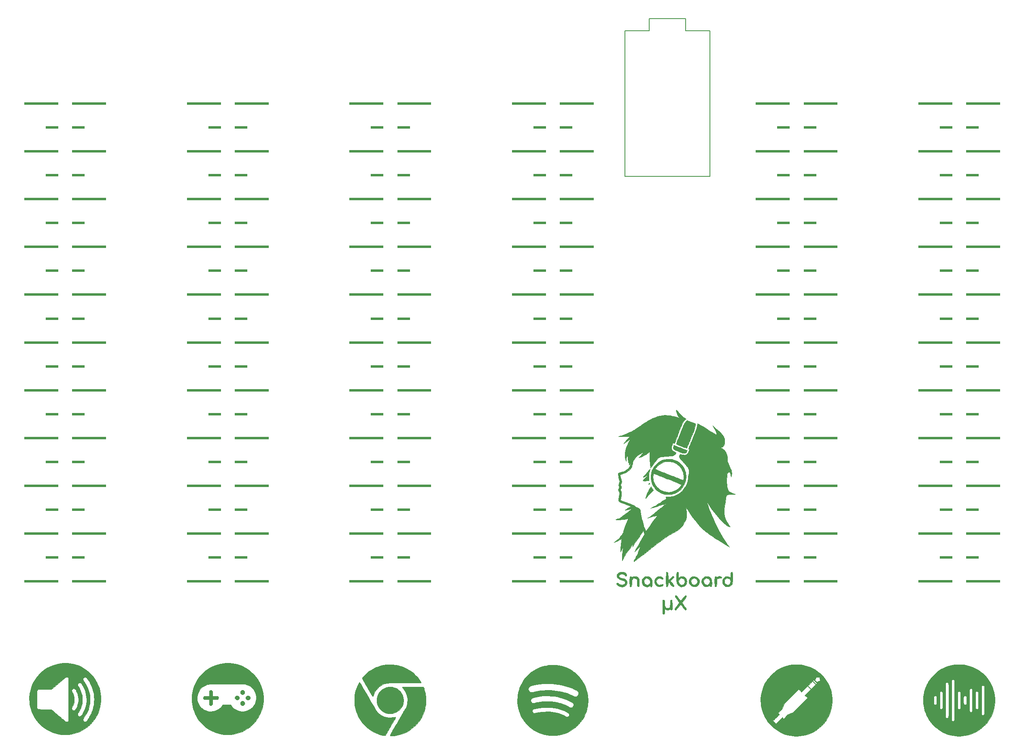
<source format=gbr>
%TF.GenerationSoftware,KiCad,Pcbnew,(5.1.6)-1*%
%TF.CreationDate,2020-07-07T10:02:33+02:00*%
%TF.ProjectId,Snackboard_pro_micro,536e6163-6b62-46f6-9172-645f70726f5f,rev?*%
%TF.SameCoordinates,Original*%
%TF.FileFunction,Legend,Top*%
%TF.FilePolarity,Positive*%
%FSLAX46Y46*%
G04 Gerber Fmt 4.6, Leading zero omitted, Abs format (unit mm)*
G04 Created by KiCad (PCBNEW (5.1.6)-1) date 2020-07-07 10:02:33*
%MOMM*%
%LPD*%
G01*
G04 APERTURE LIST*
%ADD10C,0.150000*%
%ADD11C,0.010000*%
G04 APERTURE END LIST*
D10*
%TO.C,U1*%
X195125000Y-35150000D02*
X195125000Y-65630000D01*
X195125000Y-35150000D02*
X200205000Y-35150000D01*
X200205000Y-35150000D02*
X200205000Y-32610000D01*
X200205000Y-32610000D02*
X207825000Y-32610000D01*
X207825000Y-32610000D02*
X207825000Y-35150000D01*
X207825000Y-35150000D02*
X212905000Y-35150000D01*
X212905000Y-35150000D02*
X212905000Y-65630000D01*
X212905000Y-65630000D02*
X195125000Y-65630000D01*
D11*
%TO.C,G\u002A\u002A\u002A*%
G36*
X217545914Y-148489032D02*
G01*
X217591776Y-148576209D01*
X217626686Y-148778807D01*
X217650623Y-149067514D01*
X217663561Y-149413020D01*
X217665478Y-149786015D01*
X217656349Y-150157187D01*
X217636152Y-150497227D01*
X217604862Y-150776823D01*
X217562457Y-150966666D01*
X217547933Y-151001025D01*
X217335146Y-151266837D01*
X217034811Y-151455689D01*
X216689639Y-151552623D01*
X216342337Y-151542683D01*
X216164383Y-151485561D01*
X215848821Y-151271490D01*
X215633433Y-150979677D01*
X215522868Y-150640571D01*
X215522282Y-150449501D01*
X215937782Y-150449501D01*
X215987278Y-150735172D01*
X216126202Y-150961010D01*
X216361868Y-151115786D01*
X216637164Y-151153397D01*
X216905420Y-151073377D01*
X217042137Y-150970155D01*
X217188554Y-150730962D01*
X217232229Y-150444051D01*
X217173868Y-150161358D01*
X217028241Y-149947392D01*
X216770875Y-149797010D01*
X216488807Y-149780409D01*
X216213877Y-149897692D01*
X216153885Y-149944573D01*
X215993755Y-150169912D01*
X215937782Y-150449501D01*
X215522282Y-150449501D01*
X215521775Y-150284622D01*
X215634801Y-149942279D01*
X215866596Y-149643991D01*
X215881232Y-149630915D01*
X216198648Y-149437063D01*
X216544888Y-149384783D01*
X216914569Y-149474590D01*
X217015346Y-149522044D01*
X217220266Y-149628013D01*
X217220266Y-149127035D01*
X217242521Y-148775993D01*
X217310728Y-148559089D01*
X217427053Y-148472081D01*
X217545914Y-148489032D01*
G37*
X217545914Y-148489032D02*
X217591776Y-148576209D01*
X217626686Y-148778807D01*
X217650623Y-149067514D01*
X217663561Y-149413020D01*
X217665478Y-149786015D01*
X217656349Y-150157187D01*
X217636152Y-150497227D01*
X217604862Y-150776823D01*
X217562457Y-150966666D01*
X217547933Y-151001025D01*
X217335146Y-151266837D01*
X217034811Y-151455689D01*
X216689639Y-151552623D01*
X216342337Y-151542683D01*
X216164383Y-151485561D01*
X215848821Y-151271490D01*
X215633433Y-150979677D01*
X215522868Y-150640571D01*
X215522282Y-150449501D01*
X215937782Y-150449501D01*
X215987278Y-150735172D01*
X216126202Y-150961010D01*
X216361868Y-151115786D01*
X216637164Y-151153397D01*
X216905420Y-151073377D01*
X217042137Y-150970155D01*
X217188554Y-150730962D01*
X217232229Y-150444051D01*
X217173868Y-150161358D01*
X217028241Y-149947392D01*
X216770875Y-149797010D01*
X216488807Y-149780409D01*
X216213877Y-149897692D01*
X216153885Y-149944573D01*
X215993755Y-150169912D01*
X215937782Y-150449501D01*
X215522282Y-150449501D01*
X215521775Y-150284622D01*
X215634801Y-149942279D01*
X215866596Y-149643991D01*
X215881232Y-149630915D01*
X216198648Y-149437063D01*
X216544888Y-149384783D01*
X216914569Y-149474590D01*
X217015346Y-149522044D01*
X217220266Y-149628013D01*
X217220266Y-149127035D01*
X217242521Y-148775993D01*
X217310728Y-148559089D01*
X217427053Y-148472081D01*
X217545914Y-148489032D01*
G36*
X215123551Y-149379933D02*
G01*
X215264345Y-149467389D01*
X215376983Y-149599727D01*
X215352184Y-149697264D01*
X215194543Y-149755078D01*
X214982417Y-149769428D01*
X214730970Y-149794078D01*
X214523811Y-149856735D01*
X214478700Y-149882400D01*
X214404449Y-149946012D01*
X214357222Y-150031816D01*
X214330992Y-150170907D01*
X214319732Y-150394376D01*
X214317409Y-150714419D01*
X214313866Y-151052299D01*
X214300206Y-151273213D01*
X214271885Y-151405229D01*
X214224358Y-151476417D01*
X214190409Y-151498783D01*
X214040559Y-151538800D01*
X213972695Y-151531574D01*
X213933605Y-151473520D01*
X213906432Y-151321897D01*
X213889863Y-151061584D01*
X213882585Y-150677457D01*
X213881981Y-150486817D01*
X213884087Y-150077645D01*
X213892086Y-149791057D01*
X213908501Y-149604532D01*
X213935854Y-149495551D01*
X213976668Y-149441592D01*
X214000451Y-149429126D01*
X214155423Y-149427386D01*
X214250149Y-149465617D01*
X214388192Y-149507983D01*
X214559676Y-149454231D01*
X214585250Y-149441232D01*
X214873859Y-149343754D01*
X215123551Y-149379933D01*
G37*
X215123551Y-149379933D02*
X215264345Y-149467389D01*
X215376983Y-149599727D01*
X215352184Y-149697264D01*
X215194543Y-149755078D01*
X214982417Y-149769428D01*
X214730970Y-149794078D01*
X214523811Y-149856735D01*
X214478700Y-149882400D01*
X214404449Y-149946012D01*
X214357222Y-150031816D01*
X214330992Y-150170907D01*
X214319732Y-150394376D01*
X214317409Y-150714419D01*
X214313866Y-151052299D01*
X214300206Y-151273213D01*
X214271885Y-151405229D01*
X214224358Y-151476417D01*
X214190409Y-151498783D01*
X214040559Y-151538800D01*
X213972695Y-151531574D01*
X213933605Y-151473520D01*
X213906432Y-151321897D01*
X213889863Y-151061584D01*
X213882585Y-150677457D01*
X213881981Y-150486817D01*
X213884087Y-150077645D01*
X213892086Y-149791057D01*
X213908501Y-149604532D01*
X213935854Y-149495551D01*
X213976668Y-149441592D01*
X214000451Y-149429126D01*
X214155423Y-149427386D01*
X214250149Y-149465617D01*
X214388192Y-149507983D01*
X214559676Y-149454231D01*
X214585250Y-149441232D01*
X214873859Y-149343754D01*
X215123551Y-149379933D01*
G36*
X212601445Y-149448712D02*
G01*
X212902297Y-149602367D01*
X213133726Y-149851621D01*
X213184826Y-149944825D01*
X213245428Y-150141586D01*
X213285908Y-150409812D01*
X213306126Y-150712857D01*
X213305943Y-151014073D01*
X213285218Y-151276814D01*
X213243811Y-151464434D01*
X213190906Y-151538018D01*
X213059524Y-151524539D01*
X212955049Y-151454411D01*
X212863494Y-151377618D01*
X212772360Y-151370404D01*
X212624186Y-151433021D01*
X212578493Y-151456057D01*
X212297185Y-151559080D01*
X212019298Y-151558390D01*
X211889291Y-151530777D01*
X211594550Y-151389781D01*
X211358506Y-151126009D01*
X211264394Y-150956495D01*
X211151911Y-150572407D01*
X211160837Y-150449501D01*
X211583496Y-150449501D01*
X211632993Y-150735172D01*
X211771917Y-150961010D01*
X212007582Y-151115786D01*
X212282878Y-151153397D01*
X212551134Y-151073377D01*
X212687851Y-150970155D01*
X212834268Y-150730962D01*
X212877944Y-150444051D01*
X212819582Y-150161358D01*
X212673955Y-149947392D01*
X212416589Y-149797010D01*
X212134522Y-149780409D01*
X211859592Y-149897692D01*
X211799599Y-149944573D01*
X211639469Y-150169912D01*
X211583496Y-150449501D01*
X211160837Y-150449501D01*
X211179559Y-150191712D01*
X211345620Y-149836935D01*
X211350239Y-149830402D01*
X211605565Y-149581501D01*
X211920756Y-149436263D01*
X212263490Y-149392672D01*
X212601445Y-149448712D01*
G37*
X212601445Y-149448712D02*
X212902297Y-149602367D01*
X213133726Y-149851621D01*
X213184826Y-149944825D01*
X213245428Y-150141586D01*
X213285908Y-150409812D01*
X213306126Y-150712857D01*
X213305943Y-151014073D01*
X213285218Y-151276814D01*
X213243811Y-151464434D01*
X213190906Y-151538018D01*
X213059524Y-151524539D01*
X212955049Y-151454411D01*
X212863494Y-151377618D01*
X212772360Y-151370404D01*
X212624186Y-151433021D01*
X212578493Y-151456057D01*
X212297185Y-151559080D01*
X212019298Y-151558390D01*
X211889291Y-151530777D01*
X211594550Y-151389781D01*
X211358506Y-151126009D01*
X211264394Y-150956495D01*
X211151911Y-150572407D01*
X211160837Y-150449501D01*
X211583496Y-150449501D01*
X211632993Y-150735172D01*
X211771917Y-150961010D01*
X212007582Y-151115786D01*
X212282878Y-151153397D01*
X212551134Y-151073377D01*
X212687851Y-150970155D01*
X212834268Y-150730962D01*
X212877944Y-150444051D01*
X212819582Y-150161358D01*
X212673955Y-149947392D01*
X212416589Y-149797010D01*
X212134522Y-149780409D01*
X211859592Y-149897692D01*
X211799599Y-149944573D01*
X211639469Y-150169912D01*
X211583496Y-150449501D01*
X211160837Y-150449501D01*
X211179559Y-150191712D01*
X211345620Y-149836935D01*
X211350239Y-149830402D01*
X211605565Y-149581501D01*
X211920756Y-149436263D01*
X212263490Y-149392672D01*
X212601445Y-149448712D01*
G36*
X209996469Y-149451333D02*
G01*
X210320896Y-149627414D01*
X210550275Y-149905400D01*
X210672000Y-150272621D01*
X210688567Y-150494010D01*
X210624973Y-150873792D01*
X210451080Y-151184742D01*
X210191201Y-151412301D01*
X209869651Y-151541909D01*
X209510744Y-151559006D01*
X209138795Y-151449034D01*
X209114095Y-151436810D01*
X208829098Y-151219155D01*
X208633290Y-150921928D01*
X208535748Y-150580749D01*
X208541097Y-150389944D01*
X208971324Y-150389944D01*
X208991940Y-150681240D01*
X209117654Y-150916886D01*
X209318007Y-151080875D01*
X209562541Y-151157196D01*
X209820797Y-151129842D01*
X210062315Y-150982804D01*
X210075279Y-150970155D01*
X210198827Y-150801629D01*
X210248849Y-150588410D01*
X210253409Y-150458857D01*
X210199011Y-150155266D01*
X210055373Y-149936957D01*
X209851827Y-149805508D01*
X209617708Y-149762495D01*
X209382349Y-149809494D01*
X209175083Y-149948083D01*
X209025244Y-150179837D01*
X208971324Y-150389944D01*
X208541097Y-150389944D01*
X208545547Y-150231236D01*
X208671765Y-149909010D01*
X208710436Y-149852767D01*
X208964727Y-149581389D01*
X209245705Y-149433960D01*
X209589604Y-149389824D01*
X209996469Y-149451333D01*
G37*
X209996469Y-149451333D02*
X210320896Y-149627414D01*
X210550275Y-149905400D01*
X210672000Y-150272621D01*
X210688567Y-150494010D01*
X210624973Y-150873792D01*
X210451080Y-151184742D01*
X210191201Y-151412301D01*
X209869651Y-151541909D01*
X209510744Y-151559006D01*
X209138795Y-151449034D01*
X209114095Y-151436810D01*
X208829098Y-151219155D01*
X208633290Y-150921928D01*
X208535748Y-150580749D01*
X208541097Y-150389944D01*
X208971324Y-150389944D01*
X208991940Y-150681240D01*
X209117654Y-150916886D01*
X209318007Y-151080875D01*
X209562541Y-151157196D01*
X209820797Y-151129842D01*
X210062315Y-150982804D01*
X210075279Y-150970155D01*
X210198827Y-150801629D01*
X210248849Y-150588410D01*
X210253409Y-150458857D01*
X210199011Y-150155266D01*
X210055373Y-149936957D01*
X209851827Y-149805508D01*
X209617708Y-149762495D01*
X209382349Y-149809494D01*
X209175083Y-149948083D01*
X209025244Y-150179837D01*
X208971324Y-150389944D01*
X208541097Y-150389944D01*
X208545547Y-150231236D01*
X208671765Y-149909010D01*
X208710436Y-149852767D01*
X208964727Y-149581389D01*
X209245705Y-149433960D01*
X209589604Y-149389824D01*
X209996469Y-149451333D01*
G36*
X206224771Y-148489032D02*
G01*
X206282355Y-148544950D01*
X206316624Y-148676064D01*
X206332221Y-148908901D01*
X206334552Y-149116180D01*
X206334552Y-149701202D01*
X206547192Y-149543990D01*
X206837455Y-149412204D01*
X207049686Y-149386779D01*
X207406269Y-149447501D01*
X207692797Y-149612420D01*
X207903632Y-149855669D01*
X208033132Y-150151378D01*
X208075657Y-150473677D01*
X208025567Y-150796699D01*
X207877222Y-151094575D01*
X207624981Y-151341435D01*
X207493091Y-151420428D01*
X207165946Y-151550007D01*
X206878645Y-151568218D01*
X206588552Y-151481269D01*
X206276814Y-151271033D01*
X206040008Y-150970799D01*
X205976529Y-150835132D01*
X205947926Y-150688308D01*
X205933035Y-150526950D01*
X206335882Y-150526950D01*
X206441341Y-150813888D01*
X206522432Y-150925003D01*
X206756210Y-151103501D01*
X207028336Y-151159191D01*
X207298985Y-151090160D01*
X207462708Y-150970155D01*
X207589009Y-150795266D01*
X207637753Y-150572330D01*
X207640838Y-150468607D01*
X207622439Y-150240067D01*
X207546671Y-150083571D01*
X207417556Y-149957308D01*
X207144556Y-149798358D01*
X206877857Y-149784002D01*
X206621317Y-149914133D01*
X206546684Y-149981560D01*
X206371148Y-150243614D01*
X206335882Y-150526950D01*
X205933035Y-150526950D01*
X205924095Y-150430093D01*
X205907199Y-150094215D01*
X205899403Y-149714402D01*
X205899124Y-149628447D01*
X205902243Y-149206782D01*
X205913048Y-148908213D01*
X205933708Y-148710798D01*
X205966390Y-148592597D01*
X206007057Y-148536481D01*
X206149505Y-148480458D01*
X206224771Y-148489032D01*
G37*
X206224771Y-148489032D02*
X206282355Y-148544950D01*
X206316624Y-148676064D01*
X206332221Y-148908901D01*
X206334552Y-149116180D01*
X206334552Y-149701202D01*
X206547192Y-149543990D01*
X206837455Y-149412204D01*
X207049686Y-149386779D01*
X207406269Y-149447501D01*
X207692797Y-149612420D01*
X207903632Y-149855669D01*
X208033132Y-150151378D01*
X208075657Y-150473677D01*
X208025567Y-150796699D01*
X207877222Y-151094575D01*
X207624981Y-151341435D01*
X207493091Y-151420428D01*
X207165946Y-151550007D01*
X206878645Y-151568218D01*
X206588552Y-151481269D01*
X206276814Y-151271033D01*
X206040008Y-150970799D01*
X205976529Y-150835132D01*
X205947926Y-150688308D01*
X205933035Y-150526950D01*
X206335882Y-150526950D01*
X206441341Y-150813888D01*
X206522432Y-150925003D01*
X206756210Y-151103501D01*
X207028336Y-151159191D01*
X207298985Y-151090160D01*
X207462708Y-150970155D01*
X207589009Y-150795266D01*
X207637753Y-150572330D01*
X207640838Y-150468607D01*
X207622439Y-150240067D01*
X207546671Y-150083571D01*
X207417556Y-149957308D01*
X207144556Y-149798358D01*
X206877857Y-149784002D01*
X206621317Y-149914133D01*
X206546684Y-149981560D01*
X206371148Y-150243614D01*
X206335882Y-150526950D01*
X205933035Y-150526950D01*
X205924095Y-150430093D01*
X205907199Y-150094215D01*
X205899403Y-149714402D01*
X205899124Y-149628447D01*
X205902243Y-149206782D01*
X205913048Y-148908213D01*
X205933708Y-148710798D01*
X205966390Y-148592597D01*
X206007057Y-148536481D01*
X206149505Y-148480458D01*
X206224771Y-148489032D01*
G36*
X204057497Y-148539039D02*
G01*
X204117437Y-148711025D01*
X204148995Y-148999864D01*
X204157409Y-149379171D01*
X204161421Y-149689999D01*
X204172260Y-149938420D01*
X204188138Y-150094276D01*
X204202138Y-150132285D01*
X204272581Y-150086305D01*
X204420197Y-149964122D01*
X204616810Y-149789371D01*
X204677989Y-149733143D01*
X204885524Y-149547378D01*
X205054718Y-149407672D01*
X205156336Y-149337808D01*
X205168660Y-149334000D01*
X205258578Y-149383622D01*
X205324633Y-149450184D01*
X205361073Y-149522112D01*
X205337445Y-149607975D01*
X205237834Y-149734001D01*
X205046327Y-149926421D01*
X205020731Y-149951072D01*
X204620405Y-150335775D01*
X205001900Y-150796459D01*
X205227290Y-151086435D01*
X205350255Y-151294088D01*
X205376055Y-151434409D01*
X205309951Y-151522391D01*
X205264296Y-151544282D01*
X205158184Y-151538855D01*
X205015677Y-151444679D01*
X204824587Y-151250801D01*
X204572728Y-150946262D01*
X204510388Y-150866465D01*
X204354658Y-150705590D01*
X204243928Y-150682703D01*
X204178192Y-150797806D01*
X204157409Y-151038527D01*
X204128460Y-151291399D01*
X204051159Y-151461336D01*
X204043369Y-151469673D01*
X203948611Y-151557235D01*
X203916369Y-151577985D01*
X203848453Y-151550118D01*
X203812695Y-151535651D01*
X203780079Y-151484731D01*
X203755603Y-151352469D01*
X203738433Y-151124865D01*
X203727732Y-150787922D01*
X203722667Y-150327639D01*
X203721981Y-150015103D01*
X203723382Y-149505067D01*
X203728448Y-149122146D01*
X203738476Y-148848332D01*
X203754761Y-148665615D01*
X203778597Y-148555987D01*
X203811281Y-148501439D01*
X203831762Y-148489032D01*
X203963997Y-148469757D01*
X204057497Y-148539039D01*
G37*
X204057497Y-148539039D02*
X204117437Y-148711025D01*
X204148995Y-148999864D01*
X204157409Y-149379171D01*
X204161421Y-149689999D01*
X204172260Y-149938420D01*
X204188138Y-150094276D01*
X204202138Y-150132285D01*
X204272581Y-150086305D01*
X204420197Y-149964122D01*
X204616810Y-149789371D01*
X204677989Y-149733143D01*
X204885524Y-149547378D01*
X205054718Y-149407672D01*
X205156336Y-149337808D01*
X205168660Y-149334000D01*
X205258578Y-149383622D01*
X205324633Y-149450184D01*
X205361073Y-149522112D01*
X205337445Y-149607975D01*
X205237834Y-149734001D01*
X205046327Y-149926421D01*
X205020731Y-149951072D01*
X204620405Y-150335775D01*
X205001900Y-150796459D01*
X205227290Y-151086435D01*
X205350255Y-151294088D01*
X205376055Y-151434409D01*
X205309951Y-151522391D01*
X205264296Y-151544282D01*
X205158184Y-151538855D01*
X205015677Y-151444679D01*
X204824587Y-151250801D01*
X204572728Y-150946262D01*
X204510388Y-150866465D01*
X204354658Y-150705590D01*
X204243928Y-150682703D01*
X204178192Y-150797806D01*
X204157409Y-151038527D01*
X204128460Y-151291399D01*
X204051159Y-151461336D01*
X204043369Y-151469673D01*
X203948611Y-151557235D01*
X203916369Y-151577985D01*
X203848453Y-151550118D01*
X203812695Y-151535651D01*
X203780079Y-151484731D01*
X203755603Y-151352469D01*
X203738433Y-151124865D01*
X203727732Y-150787922D01*
X203722667Y-150327639D01*
X203721981Y-150015103D01*
X203723382Y-149505067D01*
X203728448Y-149122146D01*
X203738476Y-148848332D01*
X203754761Y-148665615D01*
X203778597Y-148555987D01*
X203811281Y-148501439D01*
X203831762Y-148489032D01*
X203963997Y-148469757D01*
X204057497Y-148539039D01*
G36*
X202571001Y-149421443D02*
G01*
X202833056Y-149514298D01*
X203033156Y-149647091D01*
X203129895Y-149799548D01*
X203130170Y-149800947D01*
X203112053Y-149946998D01*
X203000599Y-150000981D01*
X202819840Y-149956212D01*
X202735842Y-149910601D01*
X202440453Y-149785710D01*
X202175315Y-149800629D01*
X201928115Y-149956404D01*
X201902113Y-149981560D01*
X201726576Y-150243614D01*
X201691311Y-150526950D01*
X201796769Y-150813888D01*
X201877860Y-150925003D01*
X202088117Y-151095908D01*
X202345282Y-151149685D01*
X202671034Y-151089699D01*
X202755210Y-151061152D01*
X202972983Y-151016805D01*
X203096842Y-151056799D01*
X203125702Y-151153900D01*
X203058474Y-151280873D01*
X202894074Y-151410483D01*
X202771483Y-151469218D01*
X202472422Y-151562962D01*
X202220504Y-151566070D01*
X201947759Y-151475833D01*
X201856952Y-151432753D01*
X201562552Y-151219247D01*
X201373493Y-150941660D01*
X201284233Y-150626252D01*
X201289229Y-150299281D01*
X201382937Y-149987008D01*
X201559816Y-149715691D01*
X201814321Y-149511590D01*
X202140910Y-149400964D01*
X202288397Y-149388798D01*
X202571001Y-149421443D01*
G37*
X202571001Y-149421443D02*
X202833056Y-149514298D01*
X203033156Y-149647091D01*
X203129895Y-149799548D01*
X203130170Y-149800947D01*
X203112053Y-149946998D01*
X203000599Y-150000981D01*
X202819840Y-149956212D01*
X202735842Y-149910601D01*
X202440453Y-149785710D01*
X202175315Y-149800629D01*
X201928115Y-149956404D01*
X201902113Y-149981560D01*
X201726576Y-150243614D01*
X201691311Y-150526950D01*
X201796769Y-150813888D01*
X201877860Y-150925003D01*
X202088117Y-151095908D01*
X202345282Y-151149685D01*
X202671034Y-151089699D01*
X202755210Y-151061152D01*
X202972983Y-151016805D01*
X203096842Y-151056799D01*
X203125702Y-151153900D01*
X203058474Y-151280873D01*
X202894074Y-151410483D01*
X202771483Y-151469218D01*
X202472422Y-151562962D01*
X202220504Y-151566070D01*
X201947759Y-151475833D01*
X201856952Y-151432753D01*
X201562552Y-151219247D01*
X201373493Y-150941660D01*
X201284233Y-150626252D01*
X201289229Y-150299281D01*
X201382937Y-149987008D01*
X201559816Y-149715691D01*
X201814321Y-149511590D01*
X202140910Y-149400964D01*
X202288397Y-149388798D01*
X202571001Y-149421443D01*
G36*
X200026696Y-149417412D02*
G01*
X200280330Y-149517609D01*
X200300744Y-149531870D01*
X200541967Y-149744919D01*
X200698621Y-149980866D01*
X200785617Y-150275824D01*
X200817866Y-150665905D01*
X200819124Y-150787274D01*
X200812785Y-151118293D01*
X200790663Y-151333659D01*
X200748097Y-151462437D01*
X200701949Y-151518046D01*
X200599340Y-151573182D01*
X200506476Y-151518404D01*
X200466092Y-151472461D01*
X200380721Y-151384444D01*
X200295816Y-151369707D01*
X200155455Y-151425863D01*
X200093409Y-151456560D01*
X199763070Y-151567192D01*
X199444104Y-151547586D01*
X199251309Y-151479982D01*
X198959009Y-151278324D01*
X198766773Y-150977716D01*
X198681870Y-150590810D01*
X198679750Y-150526950D01*
X199078739Y-150526950D01*
X199184198Y-150813888D01*
X199265289Y-150925003D01*
X199499067Y-151103501D01*
X199771193Y-151159191D01*
X200041842Y-151090160D01*
X200205565Y-150970155D01*
X200358336Y-150724022D01*
X200390417Y-150439575D01*
X200303193Y-150157020D01*
X200171563Y-149981560D01*
X199917515Y-149805168D01*
X199657864Y-149773301D01*
X199400386Y-149885958D01*
X199289541Y-149981560D01*
X199114005Y-150243614D01*
X199078739Y-150526950D01*
X198679750Y-150526950D01*
X198678267Y-150482321D01*
X198718536Y-150117992D01*
X198854227Y-149829690D01*
X199107658Y-149573715D01*
X199164845Y-149529682D01*
X199407037Y-149423329D01*
X199714960Y-149385945D01*
X200026696Y-149417412D01*
G37*
X200026696Y-149417412D02*
X200280330Y-149517609D01*
X200300744Y-149531870D01*
X200541967Y-149744919D01*
X200698621Y-149980866D01*
X200785617Y-150275824D01*
X200817866Y-150665905D01*
X200819124Y-150787274D01*
X200812785Y-151118293D01*
X200790663Y-151333659D01*
X200748097Y-151462437D01*
X200701949Y-151518046D01*
X200599340Y-151573182D01*
X200506476Y-151518404D01*
X200466092Y-151472461D01*
X200380721Y-151384444D01*
X200295816Y-151369707D01*
X200155455Y-151425863D01*
X200093409Y-151456560D01*
X199763070Y-151567192D01*
X199444104Y-151547586D01*
X199251309Y-151479982D01*
X198959009Y-151278324D01*
X198766773Y-150977716D01*
X198681870Y-150590810D01*
X198679750Y-150526950D01*
X199078739Y-150526950D01*
X199184198Y-150813888D01*
X199265289Y-150925003D01*
X199499067Y-151103501D01*
X199771193Y-151159191D01*
X200041842Y-151090160D01*
X200205565Y-150970155D01*
X200358336Y-150724022D01*
X200390417Y-150439575D01*
X200303193Y-150157020D01*
X200171563Y-149981560D01*
X199917515Y-149805168D01*
X199657864Y-149773301D01*
X199400386Y-149885958D01*
X199289541Y-149981560D01*
X199114005Y-150243614D01*
X199078739Y-150526950D01*
X198679750Y-150526950D01*
X198678267Y-150482321D01*
X198718536Y-150117992D01*
X198854227Y-149829690D01*
X199107658Y-149573715D01*
X199164845Y-149529682D01*
X199407037Y-149423329D01*
X199714960Y-149385945D01*
X200026696Y-149417412D01*
G36*
X197536970Y-149423699D02*
G01*
X197826150Y-149592736D01*
X198028833Y-149849173D01*
X198084665Y-150030916D01*
X198121059Y-150296516D01*
X198138101Y-150606991D01*
X198135879Y-150923357D01*
X198114479Y-151206629D01*
X198073988Y-151417824D01*
X198025124Y-151511142D01*
X197908970Y-151564902D01*
X197807409Y-151511142D01*
X197750700Y-151422238D01*
X197716348Y-151253398D01*
X197700619Y-150979303D01*
X197698552Y-150773244D01*
X197695044Y-150456874D01*
X197679228Y-150248802D01*
X197643171Y-150112248D01*
X197578938Y-150010432D01*
X197520422Y-149947558D01*
X197280623Y-149796903D01*
X197019431Y-149780286D01*
X196771131Y-149897710D01*
X196715539Y-149947558D01*
X196631621Y-150043169D01*
X196579120Y-150149374D01*
X196550772Y-150301383D01*
X196539308Y-150534406D01*
X196537409Y-150810651D01*
X196533051Y-151142804D01*
X196517194Y-151356492D01*
X196485668Y-151478209D01*
X196434300Y-151534447D01*
X196422617Y-151539664D01*
X196310721Y-151577608D01*
X196246791Y-151553174D01*
X196189067Y-151496628D01*
X196147187Y-151382732D01*
X196119110Y-151135891D01*
X196104470Y-150751668D01*
X196101981Y-150442065D01*
X196104248Y-150043005D01*
X196112845Y-149766012D01*
X196130466Y-149588057D01*
X196159804Y-149486112D01*
X196203553Y-149437145D01*
X196220451Y-149429126D01*
X196375381Y-149427403D01*
X196470308Y-149465717D01*
X196602374Y-149507498D01*
X196779419Y-149471008D01*
X196867356Y-149436770D01*
X197204857Y-149367266D01*
X197536970Y-149423699D01*
G37*
X197536970Y-149423699D02*
X197826150Y-149592736D01*
X198028833Y-149849173D01*
X198084665Y-150030916D01*
X198121059Y-150296516D01*
X198138101Y-150606991D01*
X198135879Y-150923357D01*
X198114479Y-151206629D01*
X198073988Y-151417824D01*
X198025124Y-151511142D01*
X197908970Y-151564902D01*
X197807409Y-151511142D01*
X197750700Y-151422238D01*
X197716348Y-151253398D01*
X197700619Y-150979303D01*
X197698552Y-150773244D01*
X197695044Y-150456874D01*
X197679228Y-150248802D01*
X197643171Y-150112248D01*
X197578938Y-150010432D01*
X197520422Y-149947558D01*
X197280623Y-149796903D01*
X197019431Y-149780286D01*
X196771131Y-149897710D01*
X196715539Y-149947558D01*
X196631621Y-150043169D01*
X196579120Y-150149374D01*
X196550772Y-150301383D01*
X196539308Y-150534406D01*
X196537409Y-150810651D01*
X196533051Y-151142804D01*
X196517194Y-151356492D01*
X196485668Y-151478209D01*
X196434300Y-151534447D01*
X196422617Y-151539664D01*
X196310721Y-151577608D01*
X196246791Y-151553174D01*
X196189067Y-151496628D01*
X196147187Y-151382732D01*
X196119110Y-151135891D01*
X196104470Y-150751668D01*
X196101981Y-150442065D01*
X196104248Y-150043005D01*
X196112845Y-149766012D01*
X196130466Y-149588057D01*
X196159804Y-149486112D01*
X196203553Y-149437145D01*
X196220451Y-149429126D01*
X196375381Y-149427403D01*
X196470308Y-149465717D01*
X196602374Y-149507498D01*
X196779419Y-149471008D01*
X196867356Y-149436770D01*
X197204857Y-149367266D01*
X197536970Y-149423699D01*
G36*
X194678953Y-148470004D02*
G01*
X195011767Y-148557208D01*
X195177116Y-148646593D01*
X195378977Y-148829221D01*
X195495706Y-149028969D01*
X195508710Y-149209272D01*
X195487673Y-149257304D01*
X195376368Y-149331202D01*
X195235425Y-149284381D01*
X195119151Y-149158001D01*
X194922147Y-148975826D01*
X194654143Y-148876274D01*
X194363179Y-148863666D01*
X194097293Y-148942322D01*
X193952631Y-149053098D01*
X193867404Y-149198961D01*
X193888768Y-149372557D01*
X193894910Y-149390626D01*
X193941543Y-149488351D01*
X194020068Y-149566561D01*
X194155444Y-149636987D01*
X194372631Y-149711360D01*
X194696590Y-149801412D01*
X194858993Y-149843762D01*
X195208982Y-149993757D01*
X195446301Y-150231590D01*
X195562477Y-150531393D01*
X195559717Y-150854766D01*
X195438030Y-151132833D01*
X195219780Y-151353504D01*
X194927329Y-151504691D01*
X194583042Y-151574304D01*
X194209283Y-151550252D01*
X193876067Y-151443058D01*
X193632807Y-151295106D01*
X193453612Y-151114658D01*
X193364523Y-150933680D01*
X193370295Y-150822274D01*
X193468567Y-150732055D01*
X193614553Y-150721175D01*
X193734695Y-150789229D01*
X193754481Y-150824398D01*
X193875180Y-150963726D01*
X194093890Y-151075926D01*
X194363624Y-151140364D01*
X194492019Y-151148285D01*
X194750920Y-151104386D01*
X194974089Y-150990421D01*
X195121593Y-150832992D01*
X195158552Y-150704291D01*
X195093469Y-150518473D01*
X194924498Y-150343316D01*
X194691053Y-150212507D01*
X194531660Y-150168523D01*
X194093785Y-150052585D01*
X193758018Y-149871992D01*
X193533841Y-149638618D01*
X193430736Y-149364336D01*
X193458184Y-149061022D01*
X193522498Y-148904753D01*
X193709090Y-148690436D01*
X193989463Y-148542570D01*
X194325468Y-148467109D01*
X194678953Y-148470004D01*
G37*
X194678953Y-148470004D02*
X195011767Y-148557208D01*
X195177116Y-148646593D01*
X195378977Y-148829221D01*
X195495706Y-149028969D01*
X195508710Y-149209272D01*
X195487673Y-149257304D01*
X195376368Y-149331202D01*
X195235425Y-149284381D01*
X195119151Y-149158001D01*
X194922147Y-148975826D01*
X194654143Y-148876274D01*
X194363179Y-148863666D01*
X194097293Y-148942322D01*
X193952631Y-149053098D01*
X193867404Y-149198961D01*
X193888768Y-149372557D01*
X193894910Y-149390626D01*
X193941543Y-149488351D01*
X194020068Y-149566561D01*
X194155444Y-149636987D01*
X194372631Y-149711360D01*
X194696590Y-149801412D01*
X194858993Y-149843762D01*
X195208982Y-149993757D01*
X195446301Y-150231590D01*
X195562477Y-150531393D01*
X195559717Y-150854766D01*
X195438030Y-151132833D01*
X195219780Y-151353504D01*
X194927329Y-151504691D01*
X194583042Y-151574304D01*
X194209283Y-151550252D01*
X193876067Y-151443058D01*
X193632807Y-151295106D01*
X193453612Y-151114658D01*
X193364523Y-150933680D01*
X193370295Y-150822274D01*
X193468567Y-150732055D01*
X193614553Y-150721175D01*
X193734695Y-150789229D01*
X193754481Y-150824398D01*
X193875180Y-150963726D01*
X194093890Y-151075926D01*
X194363624Y-151140364D01*
X194492019Y-151148285D01*
X194750920Y-151104386D01*
X194974089Y-150990421D01*
X195121593Y-150832992D01*
X195158552Y-150704291D01*
X195093469Y-150518473D01*
X194924498Y-150343316D01*
X194691053Y-150212507D01*
X194531660Y-150168523D01*
X194093785Y-150052585D01*
X193758018Y-149871992D01*
X193533841Y-149638618D01*
X193430736Y-149364336D01*
X193458184Y-149061022D01*
X193522498Y-148904753D01*
X193709090Y-148690436D01*
X193989463Y-148542570D01*
X194325468Y-148467109D01*
X194678953Y-148470004D01*
G36*
X205917977Y-153428852D02*
G01*
X206058502Y-153574809D01*
X206247736Y-153819516D01*
X206403558Y-154037677D01*
X206562380Y-154250831D01*
X206694536Y-154404130D01*
X206775609Y-154469785D01*
X206783443Y-154469989D01*
X206852161Y-154406751D01*
X206985288Y-154254126D01*
X207160096Y-154038803D01*
X207264096Y-153905499D01*
X207494549Y-153619415D01*
X207664163Y-153446424D01*
X207789111Y-153376591D01*
X207885567Y-153399985D01*
X207954555Y-153481463D01*
X207972127Y-153558763D01*
X207935051Y-153674489D01*
X207832022Y-153849983D01*
X207651736Y-154106591D01*
X207552341Y-154240900D01*
X207074592Y-154880588D01*
X207365551Y-155282294D01*
X207618216Y-155633446D01*
X207794706Y-155887396D01*
X207905390Y-156063459D01*
X207960639Y-156180951D01*
X207970820Y-156259189D01*
X207946303Y-156317488D01*
X207931545Y-156336635D01*
X207841784Y-156417339D01*
X207748024Y-156425355D01*
X207632365Y-156348338D01*
X207476910Y-156173945D01*
X207263760Y-155889831D01*
X207244036Y-155862488D01*
X207060319Y-155617846D01*
X206903420Y-155428267D01*
X206794345Y-155318096D01*
X206759156Y-155300560D01*
X206689062Y-155364185D01*
X206554772Y-155516940D01*
X206379334Y-155731965D01*
X206278622Y-155860602D01*
X206064488Y-156132396D01*
X205913781Y-156304250D01*
X205804972Y-156393907D01*
X205716532Y-156419109D01*
X205626981Y-156397619D01*
X205546961Y-156317332D01*
X205564931Y-156171126D01*
X205684505Y-155947604D01*
X205839660Y-155726880D01*
X206022781Y-155482057D01*
X206196650Y-155249719D01*
X206308939Y-155099771D01*
X206474825Y-154878399D01*
X206041831Y-154271454D01*
X205812064Y-153934869D01*
X205673031Y-153691277D01*
X205619151Y-153525093D01*
X205644841Y-153420732D01*
X205719341Y-153371124D01*
X205810232Y-153366129D01*
X205917977Y-153428852D01*
G37*
X205917977Y-153428852D02*
X206058502Y-153574809D01*
X206247736Y-153819516D01*
X206403558Y-154037677D01*
X206562380Y-154250831D01*
X206694536Y-154404130D01*
X206775609Y-154469785D01*
X206783443Y-154469989D01*
X206852161Y-154406751D01*
X206985288Y-154254126D01*
X207160096Y-154038803D01*
X207264096Y-153905499D01*
X207494549Y-153619415D01*
X207664163Y-153446424D01*
X207789111Y-153376591D01*
X207885567Y-153399985D01*
X207954555Y-153481463D01*
X207972127Y-153558763D01*
X207935051Y-153674489D01*
X207832022Y-153849983D01*
X207651736Y-154106591D01*
X207552341Y-154240900D01*
X207074592Y-154880588D01*
X207365551Y-155282294D01*
X207618216Y-155633446D01*
X207794706Y-155887396D01*
X207905390Y-156063459D01*
X207960639Y-156180951D01*
X207970820Y-156259189D01*
X207946303Y-156317488D01*
X207931545Y-156336635D01*
X207841784Y-156417339D01*
X207748024Y-156425355D01*
X207632365Y-156348338D01*
X207476910Y-156173945D01*
X207263760Y-155889831D01*
X207244036Y-155862488D01*
X207060319Y-155617846D01*
X206903420Y-155428267D01*
X206794345Y-155318096D01*
X206759156Y-155300560D01*
X206689062Y-155364185D01*
X206554772Y-155516940D01*
X206379334Y-155731965D01*
X206278622Y-155860602D01*
X206064488Y-156132396D01*
X205913781Y-156304250D01*
X205804972Y-156393907D01*
X205716532Y-156419109D01*
X205626981Y-156397619D01*
X205546961Y-156317332D01*
X205564931Y-156171126D01*
X205684505Y-155947604D01*
X205839660Y-155726880D01*
X206022781Y-155482057D01*
X206196650Y-155249719D01*
X206308939Y-155099771D01*
X206474825Y-154878399D01*
X206041831Y-154271454D01*
X205812064Y-153934869D01*
X205673031Y-153691277D01*
X205619151Y-153525093D01*
X205644841Y-153420732D01*
X205719341Y-153371124D01*
X205810232Y-153366129D01*
X205917977Y-153428852D01*
G36*
X203297792Y-154310850D02*
G01*
X203352526Y-154345922D01*
X203386557Y-154437285D01*
X203408261Y-154611864D01*
X203426013Y-154896585D01*
X203431695Y-155005099D01*
X203464223Y-155411965D01*
X203520989Y-155694945D01*
X203614756Y-155874841D01*
X203758286Y-155972456D01*
X203964342Y-156008592D01*
X204048552Y-156010571D01*
X204264301Y-155994623D01*
X204414870Y-155932234D01*
X204512688Y-155801584D01*
X204570186Y-155580853D01*
X204599794Y-155248223D01*
X204608165Y-155028253D01*
X204618946Y-154699660D01*
X204633241Y-154489626D01*
X204658477Y-154371623D01*
X204702078Y-154319120D01*
X204771470Y-154305587D01*
X204810552Y-154305142D01*
X204991981Y-154305142D01*
X205012064Y-155330776D01*
X205018288Y-155740544D01*
X205016790Y-156028010D01*
X205005424Y-156215907D01*
X204982043Y-156326968D01*
X204944502Y-156383928D01*
X204910855Y-156402955D01*
X204763540Y-156396780D01*
X204673057Y-156344432D01*
X204565502Y-156276958D01*
X204456570Y-156314028D01*
X204415682Y-156342682D01*
X204181570Y-156433490D01*
X203907333Y-156424507D01*
X203654816Y-156319232D01*
X203626014Y-156298031D01*
X203437902Y-156150062D01*
X203416656Y-156715316D01*
X203402701Y-157000453D01*
X203380828Y-157171551D01*
X203341268Y-157259702D01*
X203274255Y-157295998D01*
X203231799Y-157303804D01*
X203089076Y-157284636D01*
X203030605Y-157229093D01*
X203019930Y-157128789D01*
X203012472Y-156907463D01*
X203008515Y-156589209D01*
X203008343Y-156198120D01*
X203012240Y-155758286D01*
X203012786Y-155718146D01*
X203032552Y-154305142D01*
X203213981Y-154305142D01*
X203297792Y-154310850D01*
G37*
X203297792Y-154310850D02*
X203352526Y-154345922D01*
X203386557Y-154437285D01*
X203408261Y-154611864D01*
X203426013Y-154896585D01*
X203431695Y-155005099D01*
X203464223Y-155411965D01*
X203520989Y-155694945D01*
X203614756Y-155874841D01*
X203758286Y-155972456D01*
X203964342Y-156008592D01*
X204048552Y-156010571D01*
X204264301Y-155994623D01*
X204414870Y-155932234D01*
X204512688Y-155801584D01*
X204570186Y-155580853D01*
X204599794Y-155248223D01*
X204608165Y-155028253D01*
X204618946Y-154699660D01*
X204633241Y-154489626D01*
X204658477Y-154371623D01*
X204702078Y-154319120D01*
X204771470Y-154305587D01*
X204810552Y-154305142D01*
X204991981Y-154305142D01*
X205012064Y-155330776D01*
X205018288Y-155740544D01*
X205016790Y-156028010D01*
X205005424Y-156215907D01*
X204982043Y-156326968D01*
X204944502Y-156383928D01*
X204910855Y-156402955D01*
X204763540Y-156396780D01*
X204673057Y-156344432D01*
X204565502Y-156276958D01*
X204456570Y-156314028D01*
X204415682Y-156342682D01*
X204181570Y-156433490D01*
X203907333Y-156424507D01*
X203654816Y-156319232D01*
X203626014Y-156298031D01*
X203437902Y-156150062D01*
X203416656Y-156715316D01*
X203402701Y-157000453D01*
X203380828Y-157171551D01*
X203341268Y-157259702D01*
X203274255Y-157295998D01*
X203231799Y-157303804D01*
X203089076Y-157284636D01*
X203030605Y-157229093D01*
X203019930Y-157128789D01*
X203012472Y-156907463D01*
X203008515Y-156589209D01*
X203008343Y-156198120D01*
X203012240Y-155758286D01*
X203012786Y-155718146D01*
X203032552Y-154305142D01*
X203213981Y-154305142D01*
X203297792Y-154310850D01*
G36*
X205910566Y-114514200D02*
G01*
X205982546Y-114590103D01*
X206075574Y-114698974D01*
X206108891Y-114740026D01*
X206407684Y-115096566D01*
X206716989Y-115435556D01*
X207025614Y-115746000D01*
X207322371Y-116016898D01*
X207596067Y-116237251D01*
X207723373Y-116326763D01*
X207882023Y-116431793D01*
X207777480Y-116500292D01*
X207654461Y-116611203D01*
X207513442Y-116792366D01*
X207357247Y-117038704D01*
X207188699Y-117345141D01*
X207010621Y-117706600D01*
X206825836Y-118118005D01*
X206670476Y-118491077D01*
X206594798Y-118681872D01*
X206498113Y-118930365D01*
X206386404Y-119220910D01*
X206265653Y-119537859D01*
X206141844Y-119865566D01*
X206020958Y-120188382D01*
X206001033Y-120241906D01*
X205893536Y-120529945D01*
X205793263Y-120796734D01*
X205703822Y-121032814D01*
X205628826Y-121228724D01*
X205571884Y-121375004D01*
X205536607Y-121462194D01*
X205528191Y-121480732D01*
X205497443Y-121524627D01*
X205454115Y-121534967D01*
X205373064Y-121513815D01*
X205325517Y-121497377D01*
X205221460Y-121468736D01*
X205150008Y-121463873D01*
X205136411Y-121469935D01*
X205100877Y-121535498D01*
X205052689Y-121656515D01*
X204998487Y-121812703D01*
X204944913Y-121983783D01*
X204898606Y-122149472D01*
X204866208Y-122289491D01*
X204863726Y-122302744D01*
X204841277Y-122454266D01*
X204841557Y-122564819D01*
X204866214Y-122668690D01*
X204883650Y-122717040D01*
X204988211Y-122894133D01*
X205163326Y-123070914D01*
X205401656Y-123240679D01*
X205547864Y-123323816D01*
X205803059Y-123458532D01*
X205682087Y-123700618D01*
X205592835Y-123857242D01*
X205500071Y-123964323D01*
X205385543Y-124045596D01*
X205317272Y-124081675D01*
X205240974Y-124111902D01*
X205147810Y-124137416D01*
X205028942Y-124159355D01*
X204875532Y-124178856D01*
X204678742Y-124197058D01*
X204429734Y-124215098D01*
X204119670Y-124234114D01*
X203769875Y-124253613D01*
X203391473Y-124277674D01*
X203081023Y-124305908D01*
X202828362Y-124339974D01*
X202623328Y-124381533D01*
X202455758Y-124432245D01*
X202322621Y-124490103D01*
X202100441Y-124637749D01*
X201867319Y-124858346D01*
X201627078Y-125148095D01*
X201542177Y-125264919D01*
X201404575Y-125454236D01*
X201243810Y-125666346D01*
X201087690Y-125864795D01*
X201037215Y-125926801D01*
X200907748Y-126092395D01*
X200781850Y-126267970D01*
X200678579Y-126426349D01*
X200639863Y-126493416D01*
X200509312Y-126736308D01*
X200461178Y-126482308D01*
X200434584Y-126323194D01*
X200407632Y-126122420D01*
X200379527Y-125872447D01*
X200349471Y-125565739D01*
X200316666Y-125194759D01*
X200286901Y-124834120D01*
X200271184Y-124574538D01*
X200263298Y-124297633D01*
X200262898Y-124020338D01*
X200269637Y-123759587D01*
X200283167Y-123532312D01*
X200303142Y-123355448D01*
X200318754Y-123278000D01*
X200319329Y-123244841D01*
X200289057Y-123251318D01*
X200221094Y-123302059D01*
X200108596Y-123401691D01*
X200035111Y-123469788D01*
X199883455Y-123605777D01*
X199728198Y-123735395D01*
X199592210Y-123839953D01*
X199530029Y-123882478D01*
X199403028Y-123955294D01*
X199236912Y-124040029D01*
X199044474Y-124131300D01*
X198838506Y-124223727D01*
X198631803Y-124311927D01*
X198437157Y-124390521D01*
X198267363Y-124454127D01*
X198135214Y-124497363D01*
X198053503Y-124514848D01*
X198034638Y-124511481D01*
X198053500Y-124479237D01*
X198118405Y-124407184D01*
X198217513Y-124308030D01*
X198275965Y-124252475D01*
X198386869Y-124139172D01*
X198509876Y-123998287D01*
X198634062Y-123844329D01*
X198748500Y-123691804D01*
X198842265Y-123555220D01*
X198904432Y-123449082D01*
X198924336Y-123391558D01*
X198895147Y-123392559D01*
X198818733Y-123430265D01*
X198714926Y-123494396D01*
X198594625Y-123571510D01*
X198429992Y-123673338D01*
X198244401Y-123785566D01*
X198092150Y-123875795D01*
X197939934Y-123966347D01*
X197820649Y-124043243D01*
X197720547Y-124119098D01*
X197625880Y-124206527D01*
X197522898Y-124318147D01*
X197397854Y-124466574D01*
X197249309Y-124649199D01*
X197091634Y-124845725D01*
X196976458Y-124994772D01*
X196896088Y-125108773D01*
X196842833Y-125200159D01*
X196809003Y-125281361D01*
X196786906Y-125364810D01*
X196777865Y-125411199D01*
X196749144Y-125568552D01*
X196713709Y-125761713D01*
X196679088Y-125949648D01*
X196678142Y-125954769D01*
X196565585Y-126355542D01*
X196383699Y-126722900D01*
X196135478Y-127053053D01*
X195823914Y-127342209D01*
X195452002Y-127586576D01*
X195345724Y-127642340D01*
X195130653Y-127741711D01*
X194880676Y-127844846D01*
X194636409Y-127935386D01*
X194534103Y-127969257D01*
X194110177Y-128102337D01*
X194135170Y-128290742D01*
X194156220Y-128403777D01*
X194194530Y-128568590D01*
X194244476Y-128762233D01*
X194295326Y-128944256D01*
X194347996Y-129134751D01*
X194391070Y-129308163D01*
X194420063Y-129445188D01*
X194430490Y-129525786D01*
X194417077Y-129616167D01*
X194381427Y-129753549D01*
X194330422Y-129912406D01*
X194313692Y-129958980D01*
X194196894Y-130275753D01*
X194301969Y-130434532D01*
X194388558Y-130613292D01*
X194399579Y-130776880D01*
X194335028Y-130930073D01*
X194301525Y-130974006D01*
X194205916Y-131107638D01*
X194170884Y-131224188D01*
X194195161Y-131347503D01*
X194273808Y-131495544D01*
X194400059Y-131698640D01*
X194381591Y-132187320D01*
X194369410Y-132424462D01*
X194350833Y-132608385D01*
X194321964Y-132763986D01*
X194278904Y-132916161D01*
X194257597Y-132979455D01*
X194208712Y-133138110D01*
X194179755Y-133270064D01*
X194175221Y-133354065D01*
X194176891Y-133361111D01*
X194204718Y-133409355D01*
X194262526Y-133459226D01*
X194358122Y-133514344D01*
X194499311Y-133578333D01*
X194693900Y-133654817D01*
X194949693Y-133747417D01*
X195186126Y-133829530D01*
X195468050Y-133928391D01*
X195786747Y-134043562D01*
X196109385Y-134162981D01*
X196403136Y-134274584D01*
X196500589Y-134312525D01*
X196739371Y-134407721D01*
X196914541Y-134481579D01*
X197036031Y-134539212D01*
X197113772Y-134585732D01*
X197157694Y-134626251D01*
X197175993Y-134660201D01*
X197233556Y-134740058D01*
X197352687Y-134797611D01*
X197372356Y-134803675D01*
X197606483Y-134894439D01*
X197851884Y-135025288D01*
X198070965Y-135175313D01*
X198131714Y-135226029D01*
X198201250Y-135289898D01*
X198250483Y-135347233D01*
X198286130Y-135414839D01*
X198314911Y-135509517D01*
X198343543Y-135648071D01*
X198377695Y-135841231D01*
X198466583Y-136338578D01*
X198557169Y-136815604D01*
X198648069Y-137266715D01*
X198737898Y-137686315D01*
X198825272Y-138068810D01*
X198908806Y-138408603D01*
X198987117Y-138700101D01*
X199058819Y-138937708D01*
X199122528Y-139115828D01*
X199176860Y-139228868D01*
X199220431Y-139271231D01*
X199226328Y-139271074D01*
X199259755Y-139300567D01*
X199301327Y-139386206D01*
X199334915Y-139485997D01*
X199380156Y-139644464D01*
X199425386Y-139803030D01*
X199446581Y-139877400D01*
X199494304Y-140044955D01*
X199830844Y-139545247D01*
X200286109Y-138883401D01*
X200739182Y-138252328D01*
X201181744Y-137663199D01*
X201605479Y-137127186D01*
X201853828Y-136827923D01*
X201978026Y-136681385D01*
X201856303Y-136681385D01*
X201742109Y-136692498D01*
X201567301Y-136723503D01*
X201345835Y-136770892D01*
X201091665Y-136831161D01*
X200818747Y-136900806D01*
X200541036Y-136976320D01*
X200272489Y-137054198D01*
X200027061Y-137130935D01*
X199911029Y-137169980D01*
X199860363Y-137182849D01*
X199872288Y-137166299D01*
X199939326Y-137125526D01*
X200053996Y-137065726D01*
X200078553Y-137053619D01*
X200266123Y-136948664D01*
X200487319Y-136800065D01*
X200746719Y-136604349D01*
X201048900Y-136358045D01*
X201398439Y-136057681D01*
X201441671Y-136019699D01*
X201659071Y-135832113D01*
X201899723Y-135630731D01*
X202140677Y-135434373D01*
X202358982Y-135261861D01*
X202457671Y-135186520D01*
X202727885Y-134982438D01*
X202980624Y-134789146D01*
X203209157Y-134611984D01*
X203406752Y-134456296D01*
X203566677Y-134327422D01*
X203682200Y-134230706D01*
X203746588Y-134171487D01*
X203757529Y-134155091D01*
X203717632Y-134162126D01*
X203612303Y-134189623D01*
X203450734Y-134234809D01*
X203242115Y-134294912D01*
X202995634Y-134367160D01*
X202720483Y-134448780D01*
X202425851Y-134537001D01*
X202120929Y-134629050D01*
X201814905Y-134722155D01*
X201516971Y-134813545D01*
X201236316Y-134900446D01*
X200982130Y-134980087D01*
X200763603Y-135049696D01*
X200589925Y-135106500D01*
X200488604Y-135141160D01*
X200435910Y-135156365D01*
X200446243Y-135143303D01*
X200511613Y-135106340D01*
X200624032Y-135049841D01*
X200775511Y-134978172D01*
X200845788Y-134945990D01*
X201187279Y-134776867D01*
X201581657Y-134555892D01*
X202025370Y-134285271D01*
X202276884Y-134121846D01*
X203808952Y-134121846D01*
X203828490Y-134141385D01*
X203848029Y-134121846D01*
X203828490Y-134102308D01*
X203808952Y-134121846D01*
X202276884Y-134121846D01*
X202514866Y-133967214D01*
X203046592Y-133603928D01*
X203354535Y-133386513D01*
X203740273Y-133111252D01*
X203719862Y-132913164D01*
X203699450Y-132715077D01*
X204232893Y-132709654D01*
X204488610Y-132703893D01*
X204692570Y-132690516D01*
X204871035Y-132666529D01*
X205050267Y-132628939D01*
X205140450Y-132606190D01*
X205663967Y-132439735D01*
X206132980Y-132226277D01*
X206560442Y-131958279D01*
X206959307Y-131628203D01*
X207156282Y-131433123D01*
X207532242Y-130987397D01*
X207838283Y-130511101D01*
X208072825Y-130007721D01*
X208234290Y-129480743D01*
X208321099Y-128933651D01*
X208327824Y-128846462D01*
X208348113Y-128644067D01*
X208380455Y-128430389D01*
X208418447Y-128246621D01*
X208425030Y-128221231D01*
X208509030Y-127796354D01*
X208524591Y-127399692D01*
X208471953Y-127034602D01*
X208351357Y-126704442D01*
X208310917Y-126628281D01*
X208257093Y-126551568D01*
X208157473Y-126427279D01*
X208019982Y-126264602D01*
X207852544Y-126072727D01*
X207663081Y-125860840D01*
X207459519Y-125638132D01*
X207423567Y-125599302D01*
X207220921Y-125379276D01*
X207032903Y-125172124D01*
X206866969Y-124986296D01*
X206730575Y-124830245D01*
X206631180Y-124712424D01*
X206576239Y-124641283D01*
X206570944Y-124632886D01*
X206529304Y-124535318D01*
X206512821Y-124417544D01*
X206517228Y-124254923D01*
X206544083Y-124033658D01*
X206589094Y-123885114D01*
X206651682Y-123810581D01*
X206717873Y-123806255D01*
X207079891Y-123906362D01*
X207392418Y-123962469D01*
X207651071Y-123974116D01*
X207851463Y-123940847D01*
X207885716Y-123928118D01*
X208017468Y-123842843D01*
X208160361Y-123700902D01*
X208301977Y-123520149D01*
X208429895Y-123318435D01*
X208531695Y-123113614D01*
X208594957Y-122923537D01*
X208599440Y-122902201D01*
X208607657Y-122815028D01*
X208575702Y-122772963D01*
X208521565Y-122754918D01*
X208446439Y-122717817D01*
X208420029Y-122673984D01*
X208434627Y-122626706D01*
X208476262Y-122515468D01*
X208541688Y-122348361D01*
X208627662Y-122133475D01*
X208730940Y-121878901D01*
X208848278Y-121592728D01*
X208976434Y-121283048D01*
X209011169Y-121199575D01*
X209244129Y-120637553D01*
X209447096Y-120141270D01*
X209622030Y-119705141D01*
X209770890Y-119323579D01*
X209895634Y-118990999D01*
X209998221Y-118701816D01*
X210080610Y-118450444D01*
X210144760Y-118231297D01*
X210192629Y-118038791D01*
X210226176Y-117867338D01*
X210247361Y-117711354D01*
X210252078Y-117661055D01*
X210276182Y-117371523D01*
X210764644Y-117620212D01*
X211258996Y-117886567D01*
X211736412Y-118175531D01*
X212220491Y-118501961D01*
X212573996Y-118759250D01*
X212828332Y-118941586D01*
X213068628Y-119099210D01*
X213278610Y-119221818D01*
X213398153Y-119280987D01*
X213591639Y-119372323D01*
X213804503Y-119481662D01*
X213991224Y-119585606D01*
X213994076Y-119587290D01*
X214281567Y-119757259D01*
X214281567Y-119643861D01*
X214253303Y-119395530D01*
X214171958Y-119107868D01*
X214042705Y-118793644D01*
X213870717Y-118465630D01*
X213685117Y-118171304D01*
X213466564Y-117851531D01*
X214215989Y-118488744D01*
X214595471Y-118816164D01*
X214916398Y-119105247D01*
X215183763Y-119363146D01*
X215402560Y-119597015D01*
X215577785Y-119814006D01*
X215714432Y-120021274D01*
X215817496Y-120225969D01*
X215891970Y-120435247D01*
X215942850Y-120656260D01*
X215975130Y-120896162D01*
X215985709Y-121023331D01*
X215990368Y-121375685D01*
X215948616Y-121670043D01*
X215857335Y-121913475D01*
X215713406Y-122113053D01*
X215513710Y-122275849D01*
X215405630Y-122338566D01*
X215280051Y-122407590D01*
X215186879Y-122464519D01*
X215143167Y-122498795D01*
X215141861Y-122501882D01*
X215175428Y-122524919D01*
X215258494Y-122548675D01*
X215273353Y-122551622D01*
X215374650Y-122585864D01*
X215509067Y-122650864D01*
X215636135Y-122725504D01*
X215927996Y-122959400D01*
X216163378Y-123247238D01*
X216342222Y-123588879D01*
X216464469Y-123984184D01*
X216530060Y-124433014D01*
X216541134Y-124860616D01*
X216531706Y-125290462D01*
X216768414Y-125857077D01*
X216867441Y-126089038D01*
X216973864Y-126329850D01*
X217076450Y-126554603D01*
X217163971Y-126738389D01*
X217183183Y-126777005D01*
X217295803Y-127011267D01*
X217372546Y-127203139D01*
X217419747Y-127376002D01*
X217443744Y-127553240D01*
X217450872Y-127758234D01*
X217450891Y-127764873D01*
X217445220Y-127891063D01*
X217429718Y-128042692D01*
X217407358Y-128202681D01*
X217381117Y-128353954D01*
X217353968Y-128479432D01*
X217328888Y-128562040D01*
X217308850Y-128584698D01*
X217308177Y-128584098D01*
X217299289Y-128542987D01*
X217284631Y-128441803D01*
X217266637Y-128298192D01*
X217256123Y-128206823D01*
X217224752Y-127985268D01*
X217183554Y-127826461D01*
X217125468Y-127715043D01*
X217043435Y-127635657D01*
X216974529Y-127594270D01*
X216886423Y-127555777D01*
X216823570Y-127558976D01*
X216756319Y-127596753D01*
X216655940Y-127691343D01*
X216574599Y-127834043D01*
X216511282Y-128029935D01*
X216464973Y-128284099D01*
X216434658Y-128601620D01*
X216419320Y-128987578D01*
X216416939Y-129295846D01*
X216426213Y-129788547D01*
X216452296Y-130217598D01*
X216496560Y-130595965D01*
X216560378Y-130936612D01*
X216612367Y-131141713D01*
X216696764Y-131346374D01*
X216831386Y-131526604D01*
X217022143Y-131686693D01*
X217274944Y-131830934D01*
X217595698Y-131963621D01*
X217866593Y-132052765D01*
X218027264Y-132103249D01*
X218135055Y-132142930D01*
X218186479Y-132173090D01*
X218178048Y-132195012D01*
X218106278Y-132209979D01*
X217967679Y-132219272D01*
X217758767Y-132224175D01*
X217476054Y-132225970D01*
X217395383Y-132226082D01*
X217128215Y-132227317D01*
X216926170Y-132232229D01*
X216776222Y-132243328D01*
X216665348Y-132263124D01*
X216580524Y-132294127D01*
X216508728Y-132338847D01*
X216436934Y-132399793D01*
X216421932Y-132413682D01*
X216361777Y-132477730D01*
X216314783Y-132551756D01*
X216277300Y-132648668D01*
X216245681Y-132781375D01*
X216216278Y-132962785D01*
X216185442Y-133205806D01*
X216176623Y-133281692D01*
X216144495Y-133537519D01*
X216103230Y-133831720D01*
X216058417Y-134125913D01*
X216020137Y-134356308D01*
X215978980Y-134609161D01*
X215938829Y-134887433D01*
X215904418Y-135156490D01*
X215881376Y-135371768D01*
X215861917Y-135855573D01*
X215895588Y-136325717D01*
X215985054Y-136790899D01*
X216132978Y-137259817D01*
X216342026Y-137741172D01*
X216614861Y-138243663D01*
X216898882Y-138693846D01*
X216986265Y-138825528D01*
X217058291Y-138935235D01*
X217102762Y-139004352D01*
X217109010Y-139014565D01*
X217097948Y-139033899D01*
X217032922Y-139023921D01*
X216929656Y-138990694D01*
X216803877Y-138940279D01*
X216671310Y-138878739D01*
X216547680Y-138812138D01*
X216489413Y-138775696D01*
X216325971Y-138656427D01*
X216123576Y-138493596D01*
X215897023Y-138300379D01*
X215661103Y-138089953D01*
X215430611Y-137875494D01*
X215220340Y-137670181D01*
X215054967Y-137497982D01*
X214669870Y-137063274D01*
X214261763Y-136573545D01*
X213842315Y-136043812D01*
X213423193Y-135489094D01*
X213016064Y-134924409D01*
X212706462Y-134475020D01*
X212563248Y-134266080D01*
X212448907Y-134106712D01*
X212366685Y-134001103D01*
X212319835Y-133953439D01*
X212311024Y-133965539D01*
X212347505Y-134101091D01*
X212407299Y-134296011D01*
X212485686Y-134536710D01*
X212577946Y-134809601D01*
X212679359Y-135101097D01*
X212785207Y-135397611D01*
X212890770Y-135685556D01*
X212991328Y-135951345D01*
X213071865Y-136155957D01*
X213344386Y-136809470D01*
X213639129Y-137475572D01*
X213951668Y-138146095D01*
X214277575Y-138812872D01*
X214612423Y-139467738D01*
X214951785Y-140102525D01*
X215291233Y-140709066D01*
X215626341Y-141279196D01*
X215952681Y-141804745D01*
X216265827Y-142277550D01*
X216561350Y-142689441D01*
X216733047Y-142909732D01*
X216832245Y-143033277D01*
X216918515Y-143142481D01*
X216974303Y-143215109D01*
X216976871Y-143218602D01*
X216996526Y-143246918D01*
X217000826Y-143261271D01*
X216981967Y-143257285D01*
X216932147Y-143230587D01*
X216843561Y-143176801D01*
X216708408Y-143091552D01*
X216518882Y-142970467D01*
X216411259Y-142901507D01*
X216309438Y-142837008D01*
X216151828Y-142738150D01*
X215949153Y-142611610D01*
X215712135Y-142464070D01*
X215451497Y-142302208D01*
X215177962Y-142132706D01*
X215063105Y-142061644D01*
X214524251Y-141726244D01*
X214045935Y-141423493D01*
X213620449Y-141147961D01*
X213240083Y-140894215D01*
X212897128Y-140656822D01*
X212583874Y-140430352D01*
X212292613Y-140209372D01*
X212015636Y-139988449D01*
X211745233Y-139762152D01*
X211514276Y-139561052D01*
X210990631Y-139064328D01*
X210455948Y-138491318D01*
X209910989Y-137842994D01*
X209356519Y-137120328D01*
X208793301Y-136324292D01*
X208222099Y-135455857D01*
X207958471Y-135034920D01*
X207829067Y-134825231D01*
X207853267Y-135001077D01*
X207870058Y-135117807D01*
X207894898Y-135284152D01*
X207923645Y-135472530D01*
X207938396Y-135567692D01*
X207962948Y-135766578D01*
X207983546Y-136011148D01*
X207997888Y-136268954D01*
X208003548Y-136486000D01*
X208003900Y-136709133D01*
X207999015Y-136875984D01*
X207986188Y-137008384D01*
X207962715Y-137128163D01*
X207925891Y-137257154D01*
X207897050Y-137345692D01*
X207693191Y-137860101D01*
X207435304Y-138351147D01*
X207133255Y-138802507D01*
X206796914Y-139197861D01*
X206745837Y-139249616D01*
X206562978Y-139418709D01*
X206353438Y-139587344D01*
X206108542Y-139761276D01*
X205819617Y-139946264D01*
X205477989Y-140148064D01*
X205074986Y-140372432D01*
X204961721Y-140433753D01*
X204714134Y-140569588D01*
X204464518Y-140710881D01*
X204230314Y-140847449D01*
X204028964Y-140969106D01*
X203877908Y-141065669D01*
X203867567Y-141072651D01*
X203677030Y-141205701D01*
X203426888Y-141386414D01*
X203118603Y-141613683D01*
X202753640Y-141886402D01*
X202333462Y-142203464D01*
X201859532Y-142563760D01*
X201333314Y-142966185D01*
X200756271Y-143409631D01*
X200129868Y-143892991D01*
X199725413Y-144205987D01*
X199249735Y-144574452D01*
X198832067Y-144897909D01*
X198468650Y-145179237D01*
X198155724Y-145421310D01*
X197889532Y-145627004D01*
X197666315Y-145799195D01*
X197482314Y-145940759D01*
X197333770Y-146054572D01*
X197216924Y-146143510D01*
X197128018Y-146210448D01*
X197063293Y-146258263D01*
X197018990Y-146289830D01*
X196991351Y-146308025D01*
X196976617Y-146315724D01*
X196971029Y-146315803D01*
X196970490Y-146313823D01*
X196987797Y-146250795D01*
X197035694Y-146131740D01*
X197108145Y-145969671D01*
X197199114Y-145777600D01*
X197302566Y-145568543D01*
X197412465Y-145355510D01*
X197432658Y-145317385D01*
X197540552Y-145111277D01*
X197647283Y-144901675D01*
X197741176Y-144711856D01*
X197810557Y-144565098D01*
X197815671Y-144553746D01*
X197881849Y-144398957D01*
X197956568Y-144212933D01*
X198035109Y-144008814D01*
X198112754Y-143799735D01*
X198184785Y-143598834D01*
X198246484Y-143419250D01*
X198293131Y-143274120D01*
X198320008Y-143176581D01*
X198323323Y-143140269D01*
X198290330Y-143159906D01*
X198210366Y-143227299D01*
X198091677Y-143334895D01*
X197942514Y-143475144D01*
X197771123Y-143640497D01*
X197690596Y-143719456D01*
X197492547Y-143914286D01*
X197344789Y-144058214D01*
X197242059Y-144155315D01*
X197179097Y-144209659D01*
X197150642Y-144225320D01*
X197151431Y-144206371D01*
X197176204Y-144156883D01*
X197216483Y-144086462D01*
X197263289Y-144005005D01*
X197344049Y-143863362D01*
X197454299Y-143669405D01*
X197589575Y-143431006D01*
X197745412Y-143156037D01*
X197917346Y-142852372D01*
X198100913Y-142527882D01*
X198279585Y-142211788D01*
X199206353Y-140571577D01*
X199099661Y-140189558D01*
X199054094Y-140030153D01*
X199015853Y-139903360D01*
X198989842Y-139825036D01*
X198981544Y-139807539D01*
X198958210Y-139838989D01*
X198898630Y-139927417D01*
X198808636Y-140063937D01*
X198694055Y-140239665D01*
X198560716Y-140445714D01*
X198449611Y-140618385D01*
X198275490Y-140885432D01*
X198086189Y-141168597D01*
X197894856Y-141448692D01*
X197714645Y-141706525D01*
X197558704Y-141922907D01*
X197519042Y-141976308D01*
X197361993Y-142189848D01*
X197201140Y-142415511D01*
X197051207Y-142632182D01*
X196926916Y-142818749D01*
X196878695Y-142894616D01*
X196790769Y-143033682D01*
X196723241Y-143135269D01*
X196682936Y-143189497D01*
X196676238Y-143187692D01*
X196702483Y-143115591D01*
X196747534Y-142993326D01*
X196802884Y-142843964D01*
X196818985Y-142800654D01*
X196870231Y-142655251D01*
X196906586Y-142537141D01*
X196922256Y-142465762D01*
X196921838Y-142455584D01*
X196898582Y-142475780D01*
X196840750Y-142553213D01*
X196754717Y-142678551D01*
X196646858Y-142842464D01*
X196523547Y-143035622D01*
X196500518Y-143072271D01*
X196355233Y-143297807D01*
X196204093Y-143521622D01*
X196058965Y-143726879D01*
X195931720Y-143896742D01*
X195844032Y-144003495D01*
X195656394Y-144222210D01*
X195493205Y-144431234D01*
X195343337Y-144647492D01*
X195195659Y-144887911D01*
X195039043Y-145169417D01*
X194890905Y-145453005D01*
X194550243Y-146118462D01*
X194549369Y-145649539D01*
X194555567Y-145270672D01*
X194574148Y-144852189D01*
X194603138Y-144422968D01*
X194640563Y-144011891D01*
X194684447Y-143647838D01*
X194687883Y-143623657D01*
X194711266Y-143451340D01*
X194727795Y-143310021D01*
X194735730Y-143216025D01*
X194734522Y-143185622D01*
X194714225Y-143213041D01*
X194670386Y-143298352D01*
X194609923Y-143427473D01*
X194554660Y-143551863D01*
X194474253Y-143729727D01*
X194392832Y-143898163D01*
X194322319Y-144033011D01*
X194290306Y-144087591D01*
X194191509Y-144242769D01*
X194215260Y-143715231D01*
X194236626Y-143347406D01*
X194267592Y-142960651D01*
X194305863Y-142577103D01*
X194349147Y-142218900D01*
X194395148Y-141908180D01*
X194413115Y-141805807D01*
X194439213Y-141656329D01*
X194456518Y-141539560D01*
X194462413Y-141474005D01*
X194461133Y-141466387D01*
X194425040Y-141480274D01*
X194339854Y-141528240D01*
X194221563Y-141601092D01*
X194175737Y-141630486D01*
X194010426Y-141731560D01*
X193820417Y-141838072D01*
X193618154Y-141944153D01*
X193416083Y-142043937D01*
X193226649Y-142131557D01*
X193062297Y-142201146D01*
X192935474Y-142246837D01*
X192858624Y-142262763D01*
X192843521Y-142258518D01*
X192864674Y-142230496D01*
X192935980Y-142173329D01*
X193034150Y-142104720D01*
X193347287Y-141870161D01*
X193672474Y-141577991D01*
X193994493Y-141243840D01*
X194298123Y-140883339D01*
X194530182Y-140568167D01*
X194625138Y-140423470D01*
X194699108Y-140291330D01*
X194761537Y-140150115D01*
X194821869Y-139978193D01*
X194889551Y-139753933D01*
X194897024Y-139728014D01*
X195048861Y-139237615D01*
X195231280Y-138711037D01*
X195433395Y-138178344D01*
X195632271Y-137697385D01*
X195705320Y-137526373D01*
X195764555Y-137383686D01*
X195804321Y-137283242D01*
X195818964Y-137238963D01*
X195818807Y-137238130D01*
X195780979Y-137244556D01*
X195690387Y-137271178D01*
X195585789Y-137305745D01*
X195432680Y-137352225D01*
X195242089Y-137401494D01*
X195053604Y-137443367D01*
X195042070Y-137445648D01*
X194896932Y-137467612D01*
X194702184Y-137487935D01*
X194473641Y-137505915D01*
X194227120Y-137520847D01*
X193978434Y-137532027D01*
X193743399Y-137538751D01*
X193537831Y-137540315D01*
X193377545Y-137536015D01*
X193278356Y-137525147D01*
X193274880Y-137524317D01*
X193225522Y-137508358D01*
X193220334Y-137490657D01*
X193268156Y-137464906D01*
X193377830Y-137424796D01*
X193447522Y-137401120D01*
X193639490Y-137333083D01*
X193818251Y-137261041D01*
X193992213Y-137179658D01*
X194169782Y-137083600D01*
X194359368Y-136967532D01*
X194569379Y-136826118D01*
X194808223Y-136654023D01*
X195084307Y-136445913D01*
X195406040Y-136196452D01*
X195656083Y-135999766D01*
X195923668Y-135787190D01*
X196133166Y-135617715D01*
X196288950Y-135487466D01*
X196395392Y-135392567D01*
X196456867Y-135329142D01*
X196477745Y-135293316D01*
X196466351Y-135281591D01*
X196392772Y-135284016D01*
X196260462Y-135300784D01*
X196086859Y-135328731D01*
X195889400Y-135364692D01*
X195685522Y-135405505D01*
X195492663Y-135448005D01*
X195339029Y-135486124D01*
X195226228Y-135514300D01*
X195151714Y-135529002D01*
X195133875Y-135528777D01*
X195163024Y-135501652D01*
X195240902Y-135439683D01*
X195353151Y-135354159D01*
X195406788Y-135314156D01*
X195569745Y-135201001D01*
X195750603Y-135087761D01*
X195933460Y-134983053D01*
X196102412Y-134895497D01*
X196241556Y-134833710D01*
X196334989Y-134806311D01*
X196345056Y-134805692D01*
X196416384Y-134791073D01*
X196438171Y-134774351D01*
X196424830Y-134753240D01*
X196363863Y-134718350D01*
X196251206Y-134668091D01*
X196082792Y-134600872D01*
X195854558Y-134515104D01*
X195562437Y-134409199D01*
X195202363Y-134281565D01*
X194967983Y-134199468D01*
X194702789Y-134104242D01*
X194464315Y-134013501D01*
X194264183Y-133931999D01*
X194114014Y-133864485D01*
X194025428Y-133815713D01*
X194020327Y-133811990D01*
X193866994Y-133655319D01*
X193781344Y-133468586D01*
X193762594Y-133247816D01*
X193809959Y-132989033D01*
X193839531Y-132895869D01*
X193904442Y-132672765D01*
X193957064Y-132424843D01*
X193990985Y-132186737D01*
X194000349Y-132027017D01*
X193978696Y-131902234D01*
X193918656Y-131738164D01*
X193863875Y-131623639D01*
X193796578Y-131480341D01*
X193747754Y-131349326D01*
X193727230Y-131257268D01*
X193727105Y-131252360D01*
X193744555Y-131160459D01*
X193789927Y-131031063D01*
X193842876Y-130913958D01*
X193903918Y-130788116D01*
X193931685Y-130708627D01*
X193929961Y-130653034D01*
X193902533Y-130598883D01*
X193897342Y-130590877D01*
X193831342Y-130474211D01*
X193798705Y-130363609D01*
X193799297Y-130239404D01*
X193832986Y-130081926D01*
X193892613Y-129892179D01*
X194017154Y-129524022D01*
X193951152Y-129282934D01*
X193905562Y-129116151D01*
X193851816Y-128919153D01*
X193806127Y-128751412D01*
X193743545Y-128414954D01*
X193727105Y-128121008D01*
X193727105Y-127781038D01*
X194069028Y-127676235D01*
X194355079Y-127586921D01*
X194583052Y-127511290D01*
X194770346Y-127442744D01*
X194934362Y-127374681D01*
X195092498Y-127300504D01*
X195191474Y-127250482D01*
X195454213Y-127089607D01*
X195699284Y-126892293D01*
X195908467Y-126675577D01*
X196063542Y-126456497D01*
X196086751Y-126413323D01*
X196141366Y-126290665D01*
X196195671Y-126144483D01*
X196243854Y-125994274D01*
X196280103Y-125859534D01*
X196298607Y-125759758D01*
X196294798Y-125715436D01*
X196266422Y-125735882D01*
X196210420Y-125806804D01*
X196150828Y-125894668D01*
X196061122Y-126023781D01*
X196001402Y-126081058D01*
X195968692Y-126065527D01*
X195960016Y-125976214D01*
X195969926Y-125835528D01*
X195982003Y-125698612D01*
X195980877Y-125623009D01*
X195963673Y-125592564D01*
X195927519Y-125591124D01*
X195926477Y-125591298D01*
X195897901Y-125591167D01*
X195874246Y-125574031D01*
X195853598Y-125530830D01*
X195834043Y-125452510D01*
X195813670Y-125330014D01*
X195790563Y-125154285D01*
X195762812Y-124916266D01*
X195739333Y-124705346D01*
X195715415Y-124505988D01*
X195691195Y-124334518D01*
X195669070Y-124205941D01*
X195651433Y-124135257D01*
X195647063Y-124127250D01*
X195616632Y-124143582D01*
X195566654Y-124216679D01*
X195507525Y-124331117D01*
X195502920Y-124341135D01*
X195445132Y-124480160D01*
X195410899Y-124603879D01*
X195394288Y-124743195D01*
X195389372Y-124929007D01*
X195389354Y-124932924D01*
X195387875Y-125278771D01*
X195300528Y-125086428D01*
X195194265Y-124784033D01*
X195126250Y-124442197D01*
X195101820Y-124092366D01*
X195106364Y-123942308D01*
X195149496Y-123555776D01*
X195227843Y-123138124D01*
X195336215Y-122704643D01*
X195469422Y-122270624D01*
X195622273Y-121851359D01*
X195789578Y-121462139D01*
X195966146Y-121118254D01*
X196146789Y-120834997D01*
X196172961Y-120799932D01*
X196318850Y-120608868D01*
X196194784Y-120682155D01*
X196122744Y-120729941D01*
X195999639Y-120817271D01*
X195836382Y-120936079D01*
X195643885Y-121078299D01*
X195433061Y-121235864D01*
X195214822Y-121400708D01*
X195000081Y-121564763D01*
X194982676Y-121578154D01*
X194881150Y-121656308D01*
X194975336Y-121500000D01*
X195298456Y-121013119D01*
X195644453Y-120589537D01*
X195800495Y-120425829D01*
X196134961Y-120090718D01*
X195878649Y-120119276D01*
X195745290Y-120129821D01*
X195563222Y-120138102D01*
X195344697Y-120144156D01*
X195101964Y-120148021D01*
X194847274Y-120149734D01*
X194592878Y-120149331D01*
X194351026Y-120146852D01*
X194133969Y-120142333D01*
X193953958Y-120135811D01*
X193823243Y-120127324D01*
X193754074Y-120116909D01*
X193746644Y-120112769D01*
X193754817Y-120078762D01*
X193779847Y-120073692D01*
X193852965Y-120061718D01*
X193985300Y-120028776D01*
X194162174Y-119979338D01*
X194368907Y-119917876D01*
X194590818Y-119848863D01*
X194813230Y-119776770D01*
X195021461Y-119706070D01*
X195200833Y-119641233D01*
X195206713Y-119639010D01*
X195506668Y-119518309D01*
X195833281Y-119374846D01*
X196165657Y-119218687D01*
X196482903Y-119059903D01*
X196764123Y-118908561D01*
X196950952Y-118798471D01*
X197060860Y-118727982D01*
X197224535Y-118620378D01*
X197431325Y-118482792D01*
X197670573Y-118322355D01*
X197931625Y-118146200D01*
X198203827Y-117961458D01*
X198338182Y-117869870D01*
X198817248Y-117546835D01*
X199245341Y-117267251D01*
X199632188Y-117025336D01*
X199987516Y-116815311D01*
X200321052Y-116631395D01*
X200642523Y-116467809D01*
X200906468Y-116343639D01*
X201477972Y-116101243D01*
X202010246Y-115913905D01*
X202517752Y-115779890D01*
X203014954Y-115697467D01*
X203516313Y-115664904D01*
X204036294Y-115680466D01*
X204589358Y-115742423D01*
X205132374Y-115837420D01*
X205372522Y-115891780D01*
X205648780Y-115964595D01*
X205936394Y-116048463D01*
X206210612Y-116135983D01*
X206446681Y-116219754D01*
X206552206Y-116261937D01*
X206566381Y-116253611D01*
X206532491Y-116202316D01*
X206484070Y-116147395D01*
X206324792Y-115947748D01*
X206174432Y-115703271D01*
X206041929Y-115434306D01*
X205936222Y-115161194D01*
X205866250Y-114904275D01*
X205840952Y-114683956D01*
X205846642Y-114571545D01*
X205861211Y-114499694D01*
X205873016Y-114485692D01*
X205910566Y-114514200D01*
G37*
X205910566Y-114514200D02*
X205982546Y-114590103D01*
X206075574Y-114698974D01*
X206108891Y-114740026D01*
X206407684Y-115096566D01*
X206716989Y-115435556D01*
X207025614Y-115746000D01*
X207322371Y-116016898D01*
X207596067Y-116237251D01*
X207723373Y-116326763D01*
X207882023Y-116431793D01*
X207777480Y-116500292D01*
X207654461Y-116611203D01*
X207513442Y-116792366D01*
X207357247Y-117038704D01*
X207188699Y-117345141D01*
X207010621Y-117706600D01*
X206825836Y-118118005D01*
X206670476Y-118491077D01*
X206594798Y-118681872D01*
X206498113Y-118930365D01*
X206386404Y-119220910D01*
X206265653Y-119537859D01*
X206141844Y-119865566D01*
X206020958Y-120188382D01*
X206001033Y-120241906D01*
X205893536Y-120529945D01*
X205793263Y-120796734D01*
X205703822Y-121032814D01*
X205628826Y-121228724D01*
X205571884Y-121375004D01*
X205536607Y-121462194D01*
X205528191Y-121480732D01*
X205497443Y-121524627D01*
X205454115Y-121534967D01*
X205373064Y-121513815D01*
X205325517Y-121497377D01*
X205221460Y-121468736D01*
X205150008Y-121463873D01*
X205136411Y-121469935D01*
X205100877Y-121535498D01*
X205052689Y-121656515D01*
X204998487Y-121812703D01*
X204944913Y-121983783D01*
X204898606Y-122149472D01*
X204866208Y-122289491D01*
X204863726Y-122302744D01*
X204841277Y-122454266D01*
X204841557Y-122564819D01*
X204866214Y-122668690D01*
X204883650Y-122717040D01*
X204988211Y-122894133D01*
X205163326Y-123070914D01*
X205401656Y-123240679D01*
X205547864Y-123323816D01*
X205803059Y-123458532D01*
X205682087Y-123700618D01*
X205592835Y-123857242D01*
X205500071Y-123964323D01*
X205385543Y-124045596D01*
X205317272Y-124081675D01*
X205240974Y-124111902D01*
X205147810Y-124137416D01*
X205028942Y-124159355D01*
X204875532Y-124178856D01*
X204678742Y-124197058D01*
X204429734Y-124215098D01*
X204119670Y-124234114D01*
X203769875Y-124253613D01*
X203391473Y-124277674D01*
X203081023Y-124305908D01*
X202828362Y-124339974D01*
X202623328Y-124381533D01*
X202455758Y-124432245D01*
X202322621Y-124490103D01*
X202100441Y-124637749D01*
X201867319Y-124858346D01*
X201627078Y-125148095D01*
X201542177Y-125264919D01*
X201404575Y-125454236D01*
X201243810Y-125666346D01*
X201087690Y-125864795D01*
X201037215Y-125926801D01*
X200907748Y-126092395D01*
X200781850Y-126267970D01*
X200678579Y-126426349D01*
X200639863Y-126493416D01*
X200509312Y-126736308D01*
X200461178Y-126482308D01*
X200434584Y-126323194D01*
X200407632Y-126122420D01*
X200379527Y-125872447D01*
X200349471Y-125565739D01*
X200316666Y-125194759D01*
X200286901Y-124834120D01*
X200271184Y-124574538D01*
X200263298Y-124297633D01*
X200262898Y-124020338D01*
X200269637Y-123759587D01*
X200283167Y-123532312D01*
X200303142Y-123355448D01*
X200318754Y-123278000D01*
X200319329Y-123244841D01*
X200289057Y-123251318D01*
X200221094Y-123302059D01*
X200108596Y-123401691D01*
X200035111Y-123469788D01*
X199883455Y-123605777D01*
X199728198Y-123735395D01*
X199592210Y-123839953D01*
X199530029Y-123882478D01*
X199403028Y-123955294D01*
X199236912Y-124040029D01*
X199044474Y-124131300D01*
X198838506Y-124223727D01*
X198631803Y-124311927D01*
X198437157Y-124390521D01*
X198267363Y-124454127D01*
X198135214Y-124497363D01*
X198053503Y-124514848D01*
X198034638Y-124511481D01*
X198053500Y-124479237D01*
X198118405Y-124407184D01*
X198217513Y-124308030D01*
X198275965Y-124252475D01*
X198386869Y-124139172D01*
X198509876Y-123998287D01*
X198634062Y-123844329D01*
X198748500Y-123691804D01*
X198842265Y-123555220D01*
X198904432Y-123449082D01*
X198924336Y-123391558D01*
X198895147Y-123392559D01*
X198818733Y-123430265D01*
X198714926Y-123494396D01*
X198594625Y-123571510D01*
X198429992Y-123673338D01*
X198244401Y-123785566D01*
X198092150Y-123875795D01*
X197939934Y-123966347D01*
X197820649Y-124043243D01*
X197720547Y-124119098D01*
X197625880Y-124206527D01*
X197522898Y-124318147D01*
X197397854Y-124466574D01*
X197249309Y-124649199D01*
X197091634Y-124845725D01*
X196976458Y-124994772D01*
X196896088Y-125108773D01*
X196842833Y-125200159D01*
X196809003Y-125281361D01*
X196786906Y-125364810D01*
X196777865Y-125411199D01*
X196749144Y-125568552D01*
X196713709Y-125761713D01*
X196679088Y-125949648D01*
X196678142Y-125954769D01*
X196565585Y-126355542D01*
X196383699Y-126722900D01*
X196135478Y-127053053D01*
X195823914Y-127342209D01*
X195452002Y-127586576D01*
X195345724Y-127642340D01*
X195130653Y-127741711D01*
X194880676Y-127844846D01*
X194636409Y-127935386D01*
X194534103Y-127969257D01*
X194110177Y-128102337D01*
X194135170Y-128290742D01*
X194156220Y-128403777D01*
X194194530Y-128568590D01*
X194244476Y-128762233D01*
X194295326Y-128944256D01*
X194347996Y-129134751D01*
X194391070Y-129308163D01*
X194420063Y-129445188D01*
X194430490Y-129525786D01*
X194417077Y-129616167D01*
X194381427Y-129753549D01*
X194330422Y-129912406D01*
X194313692Y-129958980D01*
X194196894Y-130275753D01*
X194301969Y-130434532D01*
X194388558Y-130613292D01*
X194399579Y-130776880D01*
X194335028Y-130930073D01*
X194301525Y-130974006D01*
X194205916Y-131107638D01*
X194170884Y-131224188D01*
X194195161Y-131347503D01*
X194273808Y-131495544D01*
X194400059Y-131698640D01*
X194381591Y-132187320D01*
X194369410Y-132424462D01*
X194350833Y-132608385D01*
X194321964Y-132763986D01*
X194278904Y-132916161D01*
X194257597Y-132979455D01*
X194208712Y-133138110D01*
X194179755Y-133270064D01*
X194175221Y-133354065D01*
X194176891Y-133361111D01*
X194204718Y-133409355D01*
X194262526Y-133459226D01*
X194358122Y-133514344D01*
X194499311Y-133578333D01*
X194693900Y-133654817D01*
X194949693Y-133747417D01*
X195186126Y-133829530D01*
X195468050Y-133928391D01*
X195786747Y-134043562D01*
X196109385Y-134162981D01*
X196403136Y-134274584D01*
X196500589Y-134312525D01*
X196739371Y-134407721D01*
X196914541Y-134481579D01*
X197036031Y-134539212D01*
X197113772Y-134585732D01*
X197157694Y-134626251D01*
X197175993Y-134660201D01*
X197233556Y-134740058D01*
X197352687Y-134797611D01*
X197372356Y-134803675D01*
X197606483Y-134894439D01*
X197851884Y-135025288D01*
X198070965Y-135175313D01*
X198131714Y-135226029D01*
X198201250Y-135289898D01*
X198250483Y-135347233D01*
X198286130Y-135414839D01*
X198314911Y-135509517D01*
X198343543Y-135648071D01*
X198377695Y-135841231D01*
X198466583Y-136338578D01*
X198557169Y-136815604D01*
X198648069Y-137266715D01*
X198737898Y-137686315D01*
X198825272Y-138068810D01*
X198908806Y-138408603D01*
X198987117Y-138700101D01*
X199058819Y-138937708D01*
X199122528Y-139115828D01*
X199176860Y-139228868D01*
X199220431Y-139271231D01*
X199226328Y-139271074D01*
X199259755Y-139300567D01*
X199301327Y-139386206D01*
X199334915Y-139485997D01*
X199380156Y-139644464D01*
X199425386Y-139803030D01*
X199446581Y-139877400D01*
X199494304Y-140044955D01*
X199830844Y-139545247D01*
X200286109Y-138883401D01*
X200739182Y-138252328D01*
X201181744Y-137663199D01*
X201605479Y-137127186D01*
X201853828Y-136827923D01*
X201978026Y-136681385D01*
X201856303Y-136681385D01*
X201742109Y-136692498D01*
X201567301Y-136723503D01*
X201345835Y-136770892D01*
X201091665Y-136831161D01*
X200818747Y-136900806D01*
X200541036Y-136976320D01*
X200272489Y-137054198D01*
X200027061Y-137130935D01*
X199911029Y-137169980D01*
X199860363Y-137182849D01*
X199872288Y-137166299D01*
X199939326Y-137125526D01*
X200053996Y-137065726D01*
X200078553Y-137053619D01*
X200266123Y-136948664D01*
X200487319Y-136800065D01*
X200746719Y-136604349D01*
X201048900Y-136358045D01*
X201398439Y-136057681D01*
X201441671Y-136019699D01*
X201659071Y-135832113D01*
X201899723Y-135630731D01*
X202140677Y-135434373D01*
X202358982Y-135261861D01*
X202457671Y-135186520D01*
X202727885Y-134982438D01*
X202980624Y-134789146D01*
X203209157Y-134611984D01*
X203406752Y-134456296D01*
X203566677Y-134327422D01*
X203682200Y-134230706D01*
X203746588Y-134171487D01*
X203757529Y-134155091D01*
X203717632Y-134162126D01*
X203612303Y-134189623D01*
X203450734Y-134234809D01*
X203242115Y-134294912D01*
X202995634Y-134367160D01*
X202720483Y-134448780D01*
X202425851Y-134537001D01*
X202120929Y-134629050D01*
X201814905Y-134722155D01*
X201516971Y-134813545D01*
X201236316Y-134900446D01*
X200982130Y-134980087D01*
X200763603Y-135049696D01*
X200589925Y-135106500D01*
X200488604Y-135141160D01*
X200435910Y-135156365D01*
X200446243Y-135143303D01*
X200511613Y-135106340D01*
X200624032Y-135049841D01*
X200775511Y-134978172D01*
X200845788Y-134945990D01*
X201187279Y-134776867D01*
X201581657Y-134555892D01*
X202025370Y-134285271D01*
X202276884Y-134121846D01*
X203808952Y-134121846D01*
X203828490Y-134141385D01*
X203848029Y-134121846D01*
X203828490Y-134102308D01*
X203808952Y-134121846D01*
X202276884Y-134121846D01*
X202514866Y-133967214D01*
X203046592Y-133603928D01*
X203354535Y-133386513D01*
X203740273Y-133111252D01*
X203719862Y-132913164D01*
X203699450Y-132715077D01*
X204232893Y-132709654D01*
X204488610Y-132703893D01*
X204692570Y-132690516D01*
X204871035Y-132666529D01*
X205050267Y-132628939D01*
X205140450Y-132606190D01*
X205663967Y-132439735D01*
X206132980Y-132226277D01*
X206560442Y-131958279D01*
X206959307Y-131628203D01*
X207156282Y-131433123D01*
X207532242Y-130987397D01*
X207838283Y-130511101D01*
X208072825Y-130007721D01*
X208234290Y-129480743D01*
X208321099Y-128933651D01*
X208327824Y-128846462D01*
X208348113Y-128644067D01*
X208380455Y-128430389D01*
X208418447Y-128246621D01*
X208425030Y-128221231D01*
X208509030Y-127796354D01*
X208524591Y-127399692D01*
X208471953Y-127034602D01*
X208351357Y-126704442D01*
X208310917Y-126628281D01*
X208257093Y-126551568D01*
X208157473Y-126427279D01*
X208019982Y-126264602D01*
X207852544Y-126072727D01*
X207663081Y-125860840D01*
X207459519Y-125638132D01*
X207423567Y-125599302D01*
X207220921Y-125379276D01*
X207032903Y-125172124D01*
X206866969Y-124986296D01*
X206730575Y-124830245D01*
X206631180Y-124712424D01*
X206576239Y-124641283D01*
X206570944Y-124632886D01*
X206529304Y-124535318D01*
X206512821Y-124417544D01*
X206517228Y-124254923D01*
X206544083Y-124033658D01*
X206589094Y-123885114D01*
X206651682Y-123810581D01*
X206717873Y-123806255D01*
X207079891Y-123906362D01*
X207392418Y-123962469D01*
X207651071Y-123974116D01*
X207851463Y-123940847D01*
X207885716Y-123928118D01*
X208017468Y-123842843D01*
X208160361Y-123700902D01*
X208301977Y-123520149D01*
X208429895Y-123318435D01*
X208531695Y-123113614D01*
X208594957Y-122923537D01*
X208599440Y-122902201D01*
X208607657Y-122815028D01*
X208575702Y-122772963D01*
X208521565Y-122754918D01*
X208446439Y-122717817D01*
X208420029Y-122673984D01*
X208434627Y-122626706D01*
X208476262Y-122515468D01*
X208541688Y-122348361D01*
X208627662Y-122133475D01*
X208730940Y-121878901D01*
X208848278Y-121592728D01*
X208976434Y-121283048D01*
X209011169Y-121199575D01*
X209244129Y-120637553D01*
X209447096Y-120141270D01*
X209622030Y-119705141D01*
X209770890Y-119323579D01*
X209895634Y-118990999D01*
X209998221Y-118701816D01*
X210080610Y-118450444D01*
X210144760Y-118231297D01*
X210192629Y-118038791D01*
X210226176Y-117867338D01*
X210247361Y-117711354D01*
X210252078Y-117661055D01*
X210276182Y-117371523D01*
X210764644Y-117620212D01*
X211258996Y-117886567D01*
X211736412Y-118175531D01*
X212220491Y-118501961D01*
X212573996Y-118759250D01*
X212828332Y-118941586D01*
X213068628Y-119099210D01*
X213278610Y-119221818D01*
X213398153Y-119280987D01*
X213591639Y-119372323D01*
X213804503Y-119481662D01*
X213991224Y-119585606D01*
X213994076Y-119587290D01*
X214281567Y-119757259D01*
X214281567Y-119643861D01*
X214253303Y-119395530D01*
X214171958Y-119107868D01*
X214042705Y-118793644D01*
X213870717Y-118465630D01*
X213685117Y-118171304D01*
X213466564Y-117851531D01*
X214215989Y-118488744D01*
X214595471Y-118816164D01*
X214916398Y-119105247D01*
X215183763Y-119363146D01*
X215402560Y-119597015D01*
X215577785Y-119814006D01*
X215714432Y-120021274D01*
X215817496Y-120225969D01*
X215891970Y-120435247D01*
X215942850Y-120656260D01*
X215975130Y-120896162D01*
X215985709Y-121023331D01*
X215990368Y-121375685D01*
X215948616Y-121670043D01*
X215857335Y-121913475D01*
X215713406Y-122113053D01*
X215513710Y-122275849D01*
X215405630Y-122338566D01*
X215280051Y-122407590D01*
X215186879Y-122464519D01*
X215143167Y-122498795D01*
X215141861Y-122501882D01*
X215175428Y-122524919D01*
X215258494Y-122548675D01*
X215273353Y-122551622D01*
X215374650Y-122585864D01*
X215509067Y-122650864D01*
X215636135Y-122725504D01*
X215927996Y-122959400D01*
X216163378Y-123247238D01*
X216342222Y-123588879D01*
X216464469Y-123984184D01*
X216530060Y-124433014D01*
X216541134Y-124860616D01*
X216531706Y-125290462D01*
X216768414Y-125857077D01*
X216867441Y-126089038D01*
X216973864Y-126329850D01*
X217076450Y-126554603D01*
X217163971Y-126738389D01*
X217183183Y-126777005D01*
X217295803Y-127011267D01*
X217372546Y-127203139D01*
X217419747Y-127376002D01*
X217443744Y-127553240D01*
X217450872Y-127758234D01*
X217450891Y-127764873D01*
X217445220Y-127891063D01*
X217429718Y-128042692D01*
X217407358Y-128202681D01*
X217381117Y-128353954D01*
X217353968Y-128479432D01*
X217328888Y-128562040D01*
X217308850Y-128584698D01*
X217308177Y-128584098D01*
X217299289Y-128542987D01*
X217284631Y-128441803D01*
X217266637Y-128298192D01*
X217256123Y-128206823D01*
X217224752Y-127985268D01*
X217183554Y-127826461D01*
X217125468Y-127715043D01*
X217043435Y-127635657D01*
X216974529Y-127594270D01*
X216886423Y-127555777D01*
X216823570Y-127558976D01*
X216756319Y-127596753D01*
X216655940Y-127691343D01*
X216574599Y-127834043D01*
X216511282Y-128029935D01*
X216464973Y-128284099D01*
X216434658Y-128601620D01*
X216419320Y-128987578D01*
X216416939Y-129295846D01*
X216426213Y-129788547D01*
X216452296Y-130217598D01*
X216496560Y-130595965D01*
X216560378Y-130936612D01*
X216612367Y-131141713D01*
X216696764Y-131346374D01*
X216831386Y-131526604D01*
X217022143Y-131686693D01*
X217274944Y-131830934D01*
X217595698Y-131963621D01*
X217866593Y-132052765D01*
X218027264Y-132103249D01*
X218135055Y-132142930D01*
X218186479Y-132173090D01*
X218178048Y-132195012D01*
X218106278Y-132209979D01*
X217967679Y-132219272D01*
X217758767Y-132224175D01*
X217476054Y-132225970D01*
X217395383Y-132226082D01*
X217128215Y-132227317D01*
X216926170Y-132232229D01*
X216776222Y-132243328D01*
X216665348Y-132263124D01*
X216580524Y-132294127D01*
X216508728Y-132338847D01*
X216436934Y-132399793D01*
X216421932Y-132413682D01*
X216361777Y-132477730D01*
X216314783Y-132551756D01*
X216277300Y-132648668D01*
X216245681Y-132781375D01*
X216216278Y-132962785D01*
X216185442Y-133205806D01*
X216176623Y-133281692D01*
X216144495Y-133537519D01*
X216103230Y-133831720D01*
X216058417Y-134125913D01*
X216020137Y-134356308D01*
X215978980Y-134609161D01*
X215938829Y-134887433D01*
X215904418Y-135156490D01*
X215881376Y-135371768D01*
X215861917Y-135855573D01*
X215895588Y-136325717D01*
X215985054Y-136790899D01*
X216132978Y-137259817D01*
X216342026Y-137741172D01*
X216614861Y-138243663D01*
X216898882Y-138693846D01*
X216986265Y-138825528D01*
X217058291Y-138935235D01*
X217102762Y-139004352D01*
X217109010Y-139014565D01*
X217097948Y-139033899D01*
X217032922Y-139023921D01*
X216929656Y-138990694D01*
X216803877Y-138940279D01*
X216671310Y-138878739D01*
X216547680Y-138812138D01*
X216489413Y-138775696D01*
X216325971Y-138656427D01*
X216123576Y-138493596D01*
X215897023Y-138300379D01*
X215661103Y-138089953D01*
X215430611Y-137875494D01*
X215220340Y-137670181D01*
X215054967Y-137497982D01*
X214669870Y-137063274D01*
X214261763Y-136573545D01*
X213842315Y-136043812D01*
X213423193Y-135489094D01*
X213016064Y-134924409D01*
X212706462Y-134475020D01*
X212563248Y-134266080D01*
X212448907Y-134106712D01*
X212366685Y-134001103D01*
X212319835Y-133953439D01*
X212311024Y-133965539D01*
X212347505Y-134101091D01*
X212407299Y-134296011D01*
X212485686Y-134536710D01*
X212577946Y-134809601D01*
X212679359Y-135101097D01*
X212785207Y-135397611D01*
X212890770Y-135685556D01*
X212991328Y-135951345D01*
X213071865Y-136155957D01*
X213344386Y-136809470D01*
X213639129Y-137475572D01*
X213951668Y-138146095D01*
X214277575Y-138812872D01*
X214612423Y-139467738D01*
X214951785Y-140102525D01*
X215291233Y-140709066D01*
X215626341Y-141279196D01*
X215952681Y-141804745D01*
X216265827Y-142277550D01*
X216561350Y-142689441D01*
X216733047Y-142909732D01*
X216832245Y-143033277D01*
X216918515Y-143142481D01*
X216974303Y-143215109D01*
X216976871Y-143218602D01*
X216996526Y-143246918D01*
X217000826Y-143261271D01*
X216981967Y-143257285D01*
X216932147Y-143230587D01*
X216843561Y-143176801D01*
X216708408Y-143091552D01*
X216518882Y-142970467D01*
X216411259Y-142901507D01*
X216309438Y-142837008D01*
X216151828Y-142738150D01*
X215949153Y-142611610D01*
X215712135Y-142464070D01*
X215451497Y-142302208D01*
X215177962Y-142132706D01*
X215063105Y-142061644D01*
X214524251Y-141726244D01*
X214045935Y-141423493D01*
X213620449Y-141147961D01*
X213240083Y-140894215D01*
X212897128Y-140656822D01*
X212583874Y-140430352D01*
X212292613Y-140209372D01*
X212015636Y-139988449D01*
X211745233Y-139762152D01*
X211514276Y-139561052D01*
X210990631Y-139064328D01*
X210455948Y-138491318D01*
X209910989Y-137842994D01*
X209356519Y-137120328D01*
X208793301Y-136324292D01*
X208222099Y-135455857D01*
X207958471Y-135034920D01*
X207829067Y-134825231D01*
X207853267Y-135001077D01*
X207870058Y-135117807D01*
X207894898Y-135284152D01*
X207923645Y-135472530D01*
X207938396Y-135567692D01*
X207962948Y-135766578D01*
X207983546Y-136011148D01*
X207997888Y-136268954D01*
X208003548Y-136486000D01*
X208003900Y-136709133D01*
X207999015Y-136875984D01*
X207986188Y-137008384D01*
X207962715Y-137128163D01*
X207925891Y-137257154D01*
X207897050Y-137345692D01*
X207693191Y-137860101D01*
X207435304Y-138351147D01*
X207133255Y-138802507D01*
X206796914Y-139197861D01*
X206745837Y-139249616D01*
X206562978Y-139418709D01*
X206353438Y-139587344D01*
X206108542Y-139761276D01*
X205819617Y-139946264D01*
X205477989Y-140148064D01*
X205074986Y-140372432D01*
X204961721Y-140433753D01*
X204714134Y-140569588D01*
X204464518Y-140710881D01*
X204230314Y-140847449D01*
X204028964Y-140969106D01*
X203877908Y-141065669D01*
X203867567Y-141072651D01*
X203677030Y-141205701D01*
X203426888Y-141386414D01*
X203118603Y-141613683D01*
X202753640Y-141886402D01*
X202333462Y-142203464D01*
X201859532Y-142563760D01*
X201333314Y-142966185D01*
X200756271Y-143409631D01*
X200129868Y-143892991D01*
X199725413Y-144205987D01*
X199249735Y-144574452D01*
X198832067Y-144897909D01*
X198468650Y-145179237D01*
X198155724Y-145421310D01*
X197889532Y-145627004D01*
X197666315Y-145799195D01*
X197482314Y-145940759D01*
X197333770Y-146054572D01*
X197216924Y-146143510D01*
X197128018Y-146210448D01*
X197063293Y-146258263D01*
X197018990Y-146289830D01*
X196991351Y-146308025D01*
X196976617Y-146315724D01*
X196971029Y-146315803D01*
X196970490Y-146313823D01*
X196987797Y-146250795D01*
X197035694Y-146131740D01*
X197108145Y-145969671D01*
X197199114Y-145777600D01*
X197302566Y-145568543D01*
X197412465Y-145355510D01*
X197432658Y-145317385D01*
X197540552Y-145111277D01*
X197647283Y-144901675D01*
X197741176Y-144711856D01*
X197810557Y-144565098D01*
X197815671Y-144553746D01*
X197881849Y-144398957D01*
X197956568Y-144212933D01*
X198035109Y-144008814D01*
X198112754Y-143799735D01*
X198184785Y-143598834D01*
X198246484Y-143419250D01*
X198293131Y-143274120D01*
X198320008Y-143176581D01*
X198323323Y-143140269D01*
X198290330Y-143159906D01*
X198210366Y-143227299D01*
X198091677Y-143334895D01*
X197942514Y-143475144D01*
X197771123Y-143640497D01*
X197690596Y-143719456D01*
X197492547Y-143914286D01*
X197344789Y-144058214D01*
X197242059Y-144155315D01*
X197179097Y-144209659D01*
X197150642Y-144225320D01*
X197151431Y-144206371D01*
X197176204Y-144156883D01*
X197216483Y-144086462D01*
X197263289Y-144005005D01*
X197344049Y-143863362D01*
X197454299Y-143669405D01*
X197589575Y-143431006D01*
X197745412Y-143156037D01*
X197917346Y-142852372D01*
X198100913Y-142527882D01*
X198279585Y-142211788D01*
X199206353Y-140571577D01*
X199099661Y-140189558D01*
X199054094Y-140030153D01*
X199015853Y-139903360D01*
X198989842Y-139825036D01*
X198981544Y-139807539D01*
X198958210Y-139838989D01*
X198898630Y-139927417D01*
X198808636Y-140063937D01*
X198694055Y-140239665D01*
X198560716Y-140445714D01*
X198449611Y-140618385D01*
X198275490Y-140885432D01*
X198086189Y-141168597D01*
X197894856Y-141448692D01*
X197714645Y-141706525D01*
X197558704Y-141922907D01*
X197519042Y-141976308D01*
X197361993Y-142189848D01*
X197201140Y-142415511D01*
X197051207Y-142632182D01*
X196926916Y-142818749D01*
X196878695Y-142894616D01*
X196790769Y-143033682D01*
X196723241Y-143135269D01*
X196682936Y-143189497D01*
X196676238Y-143187692D01*
X196702483Y-143115591D01*
X196747534Y-142993326D01*
X196802884Y-142843964D01*
X196818985Y-142800654D01*
X196870231Y-142655251D01*
X196906586Y-142537141D01*
X196922256Y-142465762D01*
X196921838Y-142455584D01*
X196898582Y-142475780D01*
X196840750Y-142553213D01*
X196754717Y-142678551D01*
X196646858Y-142842464D01*
X196523547Y-143035622D01*
X196500518Y-143072271D01*
X196355233Y-143297807D01*
X196204093Y-143521622D01*
X196058965Y-143726879D01*
X195931720Y-143896742D01*
X195844032Y-144003495D01*
X195656394Y-144222210D01*
X195493205Y-144431234D01*
X195343337Y-144647492D01*
X195195659Y-144887911D01*
X195039043Y-145169417D01*
X194890905Y-145453005D01*
X194550243Y-146118462D01*
X194549369Y-145649539D01*
X194555567Y-145270672D01*
X194574148Y-144852189D01*
X194603138Y-144422968D01*
X194640563Y-144011891D01*
X194684447Y-143647838D01*
X194687883Y-143623657D01*
X194711266Y-143451340D01*
X194727795Y-143310021D01*
X194735730Y-143216025D01*
X194734522Y-143185622D01*
X194714225Y-143213041D01*
X194670386Y-143298352D01*
X194609923Y-143427473D01*
X194554660Y-143551863D01*
X194474253Y-143729727D01*
X194392832Y-143898163D01*
X194322319Y-144033011D01*
X194290306Y-144087591D01*
X194191509Y-144242769D01*
X194215260Y-143715231D01*
X194236626Y-143347406D01*
X194267592Y-142960651D01*
X194305863Y-142577103D01*
X194349147Y-142218900D01*
X194395148Y-141908180D01*
X194413115Y-141805807D01*
X194439213Y-141656329D01*
X194456518Y-141539560D01*
X194462413Y-141474005D01*
X194461133Y-141466387D01*
X194425040Y-141480274D01*
X194339854Y-141528240D01*
X194221563Y-141601092D01*
X194175737Y-141630486D01*
X194010426Y-141731560D01*
X193820417Y-141838072D01*
X193618154Y-141944153D01*
X193416083Y-142043937D01*
X193226649Y-142131557D01*
X193062297Y-142201146D01*
X192935474Y-142246837D01*
X192858624Y-142262763D01*
X192843521Y-142258518D01*
X192864674Y-142230496D01*
X192935980Y-142173329D01*
X193034150Y-142104720D01*
X193347287Y-141870161D01*
X193672474Y-141577991D01*
X193994493Y-141243840D01*
X194298123Y-140883339D01*
X194530182Y-140568167D01*
X194625138Y-140423470D01*
X194699108Y-140291330D01*
X194761537Y-140150115D01*
X194821869Y-139978193D01*
X194889551Y-139753933D01*
X194897024Y-139728014D01*
X195048861Y-139237615D01*
X195231280Y-138711037D01*
X195433395Y-138178344D01*
X195632271Y-137697385D01*
X195705320Y-137526373D01*
X195764555Y-137383686D01*
X195804321Y-137283242D01*
X195818964Y-137238963D01*
X195818807Y-137238130D01*
X195780979Y-137244556D01*
X195690387Y-137271178D01*
X195585789Y-137305745D01*
X195432680Y-137352225D01*
X195242089Y-137401494D01*
X195053604Y-137443367D01*
X195042070Y-137445648D01*
X194896932Y-137467612D01*
X194702184Y-137487935D01*
X194473641Y-137505915D01*
X194227120Y-137520847D01*
X193978434Y-137532027D01*
X193743399Y-137538751D01*
X193537831Y-137540315D01*
X193377545Y-137536015D01*
X193278356Y-137525147D01*
X193274880Y-137524317D01*
X193225522Y-137508358D01*
X193220334Y-137490657D01*
X193268156Y-137464906D01*
X193377830Y-137424796D01*
X193447522Y-137401120D01*
X193639490Y-137333083D01*
X193818251Y-137261041D01*
X193992213Y-137179658D01*
X194169782Y-137083600D01*
X194359368Y-136967532D01*
X194569379Y-136826118D01*
X194808223Y-136654023D01*
X195084307Y-136445913D01*
X195406040Y-136196452D01*
X195656083Y-135999766D01*
X195923668Y-135787190D01*
X196133166Y-135617715D01*
X196288950Y-135487466D01*
X196395392Y-135392567D01*
X196456867Y-135329142D01*
X196477745Y-135293316D01*
X196466351Y-135281591D01*
X196392772Y-135284016D01*
X196260462Y-135300784D01*
X196086859Y-135328731D01*
X195889400Y-135364692D01*
X195685522Y-135405505D01*
X195492663Y-135448005D01*
X195339029Y-135486124D01*
X195226228Y-135514300D01*
X195151714Y-135529002D01*
X195133875Y-135528777D01*
X195163024Y-135501652D01*
X195240902Y-135439683D01*
X195353151Y-135354159D01*
X195406788Y-135314156D01*
X195569745Y-135201001D01*
X195750603Y-135087761D01*
X195933460Y-134983053D01*
X196102412Y-134895497D01*
X196241556Y-134833710D01*
X196334989Y-134806311D01*
X196345056Y-134805692D01*
X196416384Y-134791073D01*
X196438171Y-134774351D01*
X196424830Y-134753240D01*
X196363863Y-134718350D01*
X196251206Y-134668091D01*
X196082792Y-134600872D01*
X195854558Y-134515104D01*
X195562437Y-134409199D01*
X195202363Y-134281565D01*
X194967983Y-134199468D01*
X194702789Y-134104242D01*
X194464315Y-134013501D01*
X194264183Y-133931999D01*
X194114014Y-133864485D01*
X194025428Y-133815713D01*
X194020327Y-133811990D01*
X193866994Y-133655319D01*
X193781344Y-133468586D01*
X193762594Y-133247816D01*
X193809959Y-132989033D01*
X193839531Y-132895869D01*
X193904442Y-132672765D01*
X193957064Y-132424843D01*
X193990985Y-132186737D01*
X194000349Y-132027017D01*
X193978696Y-131902234D01*
X193918656Y-131738164D01*
X193863875Y-131623639D01*
X193796578Y-131480341D01*
X193747754Y-131349326D01*
X193727230Y-131257268D01*
X193727105Y-131252360D01*
X193744555Y-131160459D01*
X193789927Y-131031063D01*
X193842876Y-130913958D01*
X193903918Y-130788116D01*
X193931685Y-130708627D01*
X193929961Y-130653034D01*
X193902533Y-130598883D01*
X193897342Y-130590877D01*
X193831342Y-130474211D01*
X193798705Y-130363609D01*
X193799297Y-130239404D01*
X193832986Y-130081926D01*
X193892613Y-129892179D01*
X194017154Y-129524022D01*
X193951152Y-129282934D01*
X193905562Y-129116151D01*
X193851816Y-128919153D01*
X193806127Y-128751412D01*
X193743545Y-128414954D01*
X193727105Y-128121008D01*
X193727105Y-127781038D01*
X194069028Y-127676235D01*
X194355079Y-127586921D01*
X194583052Y-127511290D01*
X194770346Y-127442744D01*
X194934362Y-127374681D01*
X195092498Y-127300504D01*
X195191474Y-127250482D01*
X195454213Y-127089607D01*
X195699284Y-126892293D01*
X195908467Y-126675577D01*
X196063542Y-126456497D01*
X196086751Y-126413323D01*
X196141366Y-126290665D01*
X196195671Y-126144483D01*
X196243854Y-125994274D01*
X196280103Y-125859534D01*
X196298607Y-125759758D01*
X196294798Y-125715436D01*
X196266422Y-125735882D01*
X196210420Y-125806804D01*
X196150828Y-125894668D01*
X196061122Y-126023781D01*
X196001402Y-126081058D01*
X195968692Y-126065527D01*
X195960016Y-125976214D01*
X195969926Y-125835528D01*
X195982003Y-125698612D01*
X195980877Y-125623009D01*
X195963673Y-125592564D01*
X195927519Y-125591124D01*
X195926477Y-125591298D01*
X195897901Y-125591167D01*
X195874246Y-125574031D01*
X195853598Y-125530830D01*
X195834043Y-125452510D01*
X195813670Y-125330014D01*
X195790563Y-125154285D01*
X195762812Y-124916266D01*
X195739333Y-124705346D01*
X195715415Y-124505988D01*
X195691195Y-124334518D01*
X195669070Y-124205941D01*
X195651433Y-124135257D01*
X195647063Y-124127250D01*
X195616632Y-124143582D01*
X195566654Y-124216679D01*
X195507525Y-124331117D01*
X195502920Y-124341135D01*
X195445132Y-124480160D01*
X195410899Y-124603879D01*
X195394288Y-124743195D01*
X195389372Y-124929007D01*
X195389354Y-124932924D01*
X195387875Y-125278771D01*
X195300528Y-125086428D01*
X195194265Y-124784033D01*
X195126250Y-124442197D01*
X195101820Y-124092366D01*
X195106364Y-123942308D01*
X195149496Y-123555776D01*
X195227843Y-123138124D01*
X195336215Y-122704643D01*
X195469422Y-122270624D01*
X195622273Y-121851359D01*
X195789578Y-121462139D01*
X195966146Y-121118254D01*
X196146789Y-120834997D01*
X196172961Y-120799932D01*
X196318850Y-120608868D01*
X196194784Y-120682155D01*
X196122744Y-120729941D01*
X195999639Y-120817271D01*
X195836382Y-120936079D01*
X195643885Y-121078299D01*
X195433061Y-121235864D01*
X195214822Y-121400708D01*
X195000081Y-121564763D01*
X194982676Y-121578154D01*
X194881150Y-121656308D01*
X194975336Y-121500000D01*
X195298456Y-121013119D01*
X195644453Y-120589537D01*
X195800495Y-120425829D01*
X196134961Y-120090718D01*
X195878649Y-120119276D01*
X195745290Y-120129821D01*
X195563222Y-120138102D01*
X195344697Y-120144156D01*
X195101964Y-120148021D01*
X194847274Y-120149734D01*
X194592878Y-120149331D01*
X194351026Y-120146852D01*
X194133969Y-120142333D01*
X193953958Y-120135811D01*
X193823243Y-120127324D01*
X193754074Y-120116909D01*
X193746644Y-120112769D01*
X193754817Y-120078762D01*
X193779847Y-120073692D01*
X193852965Y-120061718D01*
X193985300Y-120028776D01*
X194162174Y-119979338D01*
X194368907Y-119917876D01*
X194590818Y-119848863D01*
X194813230Y-119776770D01*
X195021461Y-119706070D01*
X195200833Y-119641233D01*
X195206713Y-119639010D01*
X195506668Y-119518309D01*
X195833281Y-119374846D01*
X196165657Y-119218687D01*
X196482903Y-119059903D01*
X196764123Y-118908561D01*
X196950952Y-118798471D01*
X197060860Y-118727982D01*
X197224535Y-118620378D01*
X197431325Y-118482792D01*
X197670573Y-118322355D01*
X197931625Y-118146200D01*
X198203827Y-117961458D01*
X198338182Y-117869870D01*
X198817248Y-117546835D01*
X199245341Y-117267251D01*
X199632188Y-117025336D01*
X199987516Y-116815311D01*
X200321052Y-116631395D01*
X200642523Y-116467809D01*
X200906468Y-116343639D01*
X201477972Y-116101243D01*
X202010246Y-115913905D01*
X202517752Y-115779890D01*
X203014954Y-115697467D01*
X203516313Y-115664904D01*
X204036294Y-115680466D01*
X204589358Y-115742423D01*
X205132374Y-115837420D01*
X205372522Y-115891780D01*
X205648780Y-115964595D01*
X205936394Y-116048463D01*
X206210612Y-116135983D01*
X206446681Y-116219754D01*
X206552206Y-116261937D01*
X206566381Y-116253611D01*
X206532491Y-116202316D01*
X206484070Y-116147395D01*
X206324792Y-115947748D01*
X206174432Y-115703271D01*
X206041929Y-115434306D01*
X205936222Y-115161194D01*
X205866250Y-114904275D01*
X205840952Y-114683956D01*
X205846642Y-114571545D01*
X205861211Y-114499694D01*
X205873016Y-114485692D01*
X205910566Y-114514200D01*
G36*
X200598696Y-130616382D02*
G01*
X200650501Y-130694383D01*
X200677430Y-130740496D01*
X200751613Y-130859139D01*
X200850101Y-131000013D01*
X200919087Y-131091038D01*
X200999080Y-131195990D01*
X201054903Y-131276401D01*
X201073567Y-131312269D01*
X201048026Y-131347427D01*
X200976874Y-131430115D01*
X200868318Y-131551193D01*
X200730565Y-131701518D01*
X200571822Y-131871949D01*
X200555057Y-131889803D01*
X200292258Y-132170237D01*
X200078384Y-132400419D01*
X199908100Y-132586347D01*
X199776075Y-132734021D01*
X199676974Y-132849438D01*
X199605464Y-132938598D01*
X199556213Y-133007499D01*
X199543396Y-133027692D01*
X199496209Y-133097590D01*
X199475632Y-133102901D01*
X199472229Y-133066769D01*
X199489109Y-132917997D01*
X199539059Y-132720356D01*
X199623568Y-132469555D01*
X199744127Y-132161308D01*
X199902225Y-131791323D01*
X199962263Y-131656348D01*
X200004172Y-131571283D01*
X200070961Y-131445063D01*
X200154696Y-131291704D01*
X200247445Y-131125224D01*
X200341277Y-130959639D01*
X200428260Y-130808966D01*
X200500462Y-130687223D01*
X200549950Y-130608426D01*
X200568141Y-130585679D01*
X200598696Y-130616382D01*
G37*
X200598696Y-130616382D02*
X200650501Y-130694383D01*
X200677430Y-130740496D01*
X200751613Y-130859139D01*
X200850101Y-131000013D01*
X200919087Y-131091038D01*
X200999080Y-131195990D01*
X201054903Y-131276401D01*
X201073567Y-131312269D01*
X201048026Y-131347427D01*
X200976874Y-131430115D01*
X200868318Y-131551193D01*
X200730565Y-131701518D01*
X200571822Y-131871949D01*
X200555057Y-131889803D01*
X200292258Y-132170237D01*
X200078384Y-132400419D01*
X199908100Y-132586347D01*
X199776075Y-132734021D01*
X199676974Y-132849438D01*
X199605464Y-132938598D01*
X199556213Y-133007499D01*
X199543396Y-133027692D01*
X199496209Y-133097590D01*
X199475632Y-133102901D01*
X199472229Y-133066769D01*
X199489109Y-132917997D01*
X199539059Y-132720356D01*
X199623568Y-132469555D01*
X199744127Y-132161308D01*
X199902225Y-131791323D01*
X199962263Y-131656348D01*
X200004172Y-131571283D01*
X200070961Y-131445063D01*
X200154696Y-131291704D01*
X200247445Y-131125224D01*
X200341277Y-130959639D01*
X200428260Y-130808966D01*
X200500462Y-130687223D01*
X200549950Y-130608426D01*
X200568141Y-130585679D01*
X200598696Y-130616382D01*
G36*
X204916952Y-124878493D02*
G01*
X205408102Y-125005746D01*
X205883076Y-125204208D01*
X206220695Y-125397933D01*
X206630763Y-125708966D01*
X206994925Y-126078362D01*
X207306782Y-126497052D01*
X207559933Y-126955963D01*
X207747980Y-127446026D01*
X207800763Y-127637424D01*
X207856642Y-127946290D01*
X207886806Y-128297267D01*
X207890931Y-128661517D01*
X207868695Y-129010201D01*
X207819775Y-129314481D01*
X207819568Y-129315385D01*
X207681127Y-129793511D01*
X207492493Y-130225915D01*
X207245520Y-130627128D01*
X206932059Y-131011679D01*
X206778798Y-131171539D01*
X206439319Y-131483056D01*
X206101217Y-131731614D01*
X205743946Y-131929268D01*
X205346960Y-132088074D01*
X205074522Y-132171576D01*
X204916568Y-132202479D01*
X204702510Y-132226425D01*
X204453103Y-132242893D01*
X204189098Y-132251361D01*
X203931248Y-132251307D01*
X203700306Y-132242208D01*
X203517025Y-132223542D01*
X203457259Y-132212265D01*
X202921263Y-132051160D01*
X202430972Y-131828281D01*
X201988450Y-131544790D01*
X201595764Y-131201849D01*
X201519656Y-131122205D01*
X201189508Y-130710735D01*
X200926413Y-130266670D01*
X200730205Y-129797290D01*
X200600721Y-129309875D01*
X200537796Y-128811703D01*
X200539717Y-128533846D01*
X201017507Y-128533846D01*
X201018697Y-128776616D01*
X201026064Y-128962861D01*
X201041776Y-129114106D01*
X201068002Y-129251877D01*
X201103257Y-129385155D01*
X201276575Y-129853046D01*
X201510103Y-130279304D01*
X201797413Y-130659890D01*
X202132077Y-130990767D01*
X202507667Y-131267896D01*
X202917755Y-131487239D01*
X203355912Y-131644757D01*
X203815710Y-131736411D01*
X204290721Y-131758165D01*
X204774516Y-131705979D01*
X204792206Y-131702634D01*
X205271266Y-131571777D01*
X205723551Y-131370478D01*
X206139170Y-131103874D01*
X206437764Y-130847857D01*
X206601592Y-130678543D01*
X206740072Y-130516048D01*
X206846432Y-130370314D01*
X206913895Y-130251286D01*
X206935689Y-130168906D01*
X206920819Y-130138799D01*
X206876503Y-130119070D01*
X206765067Y-130072966D01*
X206592115Y-130002726D01*
X206363254Y-129910590D01*
X206084089Y-129798796D01*
X205760228Y-129669584D01*
X205397275Y-129525194D01*
X205000838Y-129367863D01*
X204576521Y-129199832D01*
X204129932Y-129023339D01*
X203979149Y-128963828D01*
X203453077Y-128756349D01*
X202994911Y-128575932D01*
X202599895Y-128420857D01*
X202263276Y-128289402D01*
X201980297Y-128179847D01*
X201746204Y-128090470D01*
X201556243Y-128019550D01*
X201405658Y-127965366D01*
X201289694Y-127926198D01*
X201203597Y-127900324D01*
X201142612Y-127886022D01*
X201101983Y-127881573D01*
X201076957Y-127885255D01*
X201062778Y-127895347D01*
X201056462Y-127905952D01*
X201042927Y-127973403D01*
X201031298Y-128102133D01*
X201022625Y-128275273D01*
X201017952Y-128475950D01*
X201017507Y-128533846D01*
X200539717Y-128533846D01*
X200541265Y-128310055D01*
X200610964Y-127812209D01*
X200746729Y-127325445D01*
X200914324Y-126936176D01*
X201441159Y-126936176D01*
X201443727Y-126943648D01*
X201484272Y-126962650D01*
X201590758Y-127007211D01*
X201756520Y-127074716D01*
X201974895Y-127162553D01*
X202239218Y-127268109D01*
X202542826Y-127388770D01*
X202879054Y-127521923D01*
X203241238Y-127664955D01*
X203622713Y-127815253D01*
X204016816Y-127970204D01*
X204416883Y-128127195D01*
X204816249Y-128283613D01*
X205208250Y-128436844D01*
X205586221Y-128584276D01*
X205943500Y-128723294D01*
X206273421Y-128851288D01*
X206569320Y-128965642D01*
X206824534Y-129063744D01*
X207032398Y-129142981D01*
X207186248Y-129200740D01*
X207279419Y-129234407D01*
X207305779Y-129242243D01*
X207335514Y-129200432D01*
X207365725Y-129107891D01*
X207376464Y-129058314D01*
X207391691Y-128910325D01*
X207396016Y-128707881D01*
X207390615Y-128473744D01*
X207376664Y-128230673D01*
X207355340Y-128001430D01*
X207327817Y-127808776D01*
X207306967Y-127713231D01*
X207224166Y-127470735D01*
X207103455Y-127198299D01*
X206959278Y-126924011D01*
X206806076Y-126675961D01*
X206698257Y-126529338D01*
X206374424Y-126188913D01*
X205994668Y-125892062D01*
X205573539Y-125648578D01*
X205125592Y-125468256D01*
X205118029Y-125465857D01*
X204871661Y-125408183D01*
X204575811Y-125370324D01*
X204256861Y-125353328D01*
X203941197Y-125358248D01*
X203655203Y-125386135D01*
X203556432Y-125403663D01*
X203089550Y-125539401D01*
X202645215Y-125746289D01*
X202235018Y-126018093D01*
X201950042Y-126267385D01*
X201836934Y-126386496D01*
X201721330Y-126520998D01*
X201613592Y-126657053D01*
X201524077Y-126780826D01*
X201463146Y-126878479D01*
X201441159Y-126936176D01*
X200914324Y-126936176D01*
X200948394Y-126857043D01*
X201215796Y-126414282D01*
X201548770Y-126004441D01*
X201637350Y-125912860D01*
X202037939Y-125564552D01*
X202473301Y-125281728D01*
X202936157Y-125065206D01*
X203419228Y-124915804D01*
X203915236Y-124834339D01*
X204416904Y-124821630D01*
X204916952Y-124878493D01*
G37*
X204916952Y-124878493D02*
X205408102Y-125005746D01*
X205883076Y-125204208D01*
X206220695Y-125397933D01*
X206630763Y-125708966D01*
X206994925Y-126078362D01*
X207306782Y-126497052D01*
X207559933Y-126955963D01*
X207747980Y-127446026D01*
X207800763Y-127637424D01*
X207856642Y-127946290D01*
X207886806Y-128297267D01*
X207890931Y-128661517D01*
X207868695Y-129010201D01*
X207819775Y-129314481D01*
X207819568Y-129315385D01*
X207681127Y-129793511D01*
X207492493Y-130225915D01*
X207245520Y-130627128D01*
X206932059Y-131011679D01*
X206778798Y-131171539D01*
X206439319Y-131483056D01*
X206101217Y-131731614D01*
X205743946Y-131929268D01*
X205346960Y-132088074D01*
X205074522Y-132171576D01*
X204916568Y-132202479D01*
X204702510Y-132226425D01*
X204453103Y-132242893D01*
X204189098Y-132251361D01*
X203931248Y-132251307D01*
X203700306Y-132242208D01*
X203517025Y-132223542D01*
X203457259Y-132212265D01*
X202921263Y-132051160D01*
X202430972Y-131828281D01*
X201988450Y-131544790D01*
X201595764Y-131201849D01*
X201519656Y-131122205D01*
X201189508Y-130710735D01*
X200926413Y-130266670D01*
X200730205Y-129797290D01*
X200600721Y-129309875D01*
X200537796Y-128811703D01*
X200539717Y-128533846D01*
X201017507Y-128533846D01*
X201018697Y-128776616D01*
X201026064Y-128962861D01*
X201041776Y-129114106D01*
X201068002Y-129251877D01*
X201103257Y-129385155D01*
X201276575Y-129853046D01*
X201510103Y-130279304D01*
X201797413Y-130659890D01*
X202132077Y-130990767D01*
X202507667Y-131267896D01*
X202917755Y-131487239D01*
X203355912Y-131644757D01*
X203815710Y-131736411D01*
X204290721Y-131758165D01*
X204774516Y-131705979D01*
X204792206Y-131702634D01*
X205271266Y-131571777D01*
X205723551Y-131370478D01*
X206139170Y-131103874D01*
X206437764Y-130847857D01*
X206601592Y-130678543D01*
X206740072Y-130516048D01*
X206846432Y-130370314D01*
X206913895Y-130251286D01*
X206935689Y-130168906D01*
X206920819Y-130138799D01*
X206876503Y-130119070D01*
X206765067Y-130072966D01*
X206592115Y-130002726D01*
X206363254Y-129910590D01*
X206084089Y-129798796D01*
X205760228Y-129669584D01*
X205397275Y-129525194D01*
X205000838Y-129367863D01*
X204576521Y-129199832D01*
X204129932Y-129023339D01*
X203979149Y-128963828D01*
X203453077Y-128756349D01*
X202994911Y-128575932D01*
X202599895Y-128420857D01*
X202263276Y-128289402D01*
X201980297Y-128179847D01*
X201746204Y-128090470D01*
X201556243Y-128019550D01*
X201405658Y-127965366D01*
X201289694Y-127926198D01*
X201203597Y-127900324D01*
X201142612Y-127886022D01*
X201101983Y-127881573D01*
X201076957Y-127885255D01*
X201062778Y-127895347D01*
X201056462Y-127905952D01*
X201042927Y-127973403D01*
X201031298Y-128102133D01*
X201022625Y-128275273D01*
X201017952Y-128475950D01*
X201017507Y-128533846D01*
X200539717Y-128533846D01*
X200541265Y-128310055D01*
X200610964Y-127812209D01*
X200746729Y-127325445D01*
X200914324Y-126936176D01*
X201441159Y-126936176D01*
X201443727Y-126943648D01*
X201484272Y-126962650D01*
X201590758Y-127007211D01*
X201756520Y-127074716D01*
X201974895Y-127162553D01*
X202239218Y-127268109D01*
X202542826Y-127388770D01*
X202879054Y-127521923D01*
X203241238Y-127664955D01*
X203622713Y-127815253D01*
X204016816Y-127970204D01*
X204416883Y-128127195D01*
X204816249Y-128283613D01*
X205208250Y-128436844D01*
X205586221Y-128584276D01*
X205943500Y-128723294D01*
X206273421Y-128851288D01*
X206569320Y-128965642D01*
X206824534Y-129063744D01*
X207032398Y-129142981D01*
X207186248Y-129200740D01*
X207279419Y-129234407D01*
X207305779Y-129242243D01*
X207335514Y-129200432D01*
X207365725Y-129107891D01*
X207376464Y-129058314D01*
X207391691Y-128910325D01*
X207396016Y-128707881D01*
X207390615Y-128473744D01*
X207376664Y-128230673D01*
X207355340Y-128001430D01*
X207327817Y-127808776D01*
X207306967Y-127713231D01*
X207224166Y-127470735D01*
X207103455Y-127198299D01*
X206959278Y-126924011D01*
X206806076Y-126675961D01*
X206698257Y-126529338D01*
X206374424Y-126188913D01*
X205994668Y-125892062D01*
X205573539Y-125648578D01*
X205125592Y-125468256D01*
X205118029Y-125465857D01*
X204871661Y-125408183D01*
X204575811Y-125370324D01*
X204256861Y-125353328D01*
X203941197Y-125358248D01*
X203655203Y-125386135D01*
X203556432Y-125403663D01*
X203089550Y-125539401D01*
X202645215Y-125746289D01*
X202235018Y-126018093D01*
X201950042Y-126267385D01*
X201836934Y-126386496D01*
X201721330Y-126520998D01*
X201613592Y-126657053D01*
X201524077Y-126780826D01*
X201463146Y-126878479D01*
X201441159Y-126936176D01*
X200914324Y-126936176D01*
X200948394Y-126857043D01*
X201215796Y-126414282D01*
X201548770Y-126004441D01*
X201637350Y-125912860D01*
X202037939Y-125564552D01*
X202473301Y-125281728D01*
X202936157Y-125065206D01*
X203419228Y-124915804D01*
X203915236Y-124834339D01*
X204416904Y-124821630D01*
X204916952Y-124878493D01*
G36*
X200283435Y-129874927D02*
G01*
X200307317Y-129945012D01*
X200302403Y-130016808D01*
X200280790Y-130046081D01*
X200206794Y-130070795D01*
X200117112Y-130075390D01*
X200043860Y-130061246D01*
X200018490Y-130034802D01*
X200047910Y-129978884D01*
X200116311Y-129911626D01*
X200193903Y-129858817D01*
X200238625Y-129844223D01*
X200283435Y-129874927D01*
G37*
X200283435Y-129874927D02*
X200307317Y-129945012D01*
X200302403Y-130016808D01*
X200280790Y-130046081D01*
X200206794Y-130070795D01*
X200117112Y-130075390D01*
X200043860Y-130061246D01*
X200018490Y-130034802D01*
X200047910Y-129978884D01*
X200116311Y-129911626D01*
X200193903Y-129858817D01*
X200238625Y-129844223D01*
X200283435Y-129874927D01*
G36*
X200312908Y-127220827D02*
G01*
X200219132Y-127528009D01*
X200155041Y-127820548D01*
X200117223Y-128123032D01*
X200102262Y-128460048D01*
X200103542Y-128728659D01*
X200115065Y-129314241D01*
X199959316Y-129341033D01*
X199827109Y-129358700D01*
X199658489Y-129374187D01*
X199474658Y-129386406D01*
X199296821Y-129394271D01*
X199146181Y-129396697D01*
X199043940Y-129392596D01*
X199022029Y-129389060D01*
X198929301Y-129363603D01*
X198889285Y-129351196D01*
X198892032Y-129316919D01*
X198952110Y-129232897D01*
X199068072Y-129100895D01*
X199238474Y-128922679D01*
X199247136Y-128913869D01*
X199402135Y-128754961D01*
X199546259Y-128604648D01*
X199666334Y-128476849D01*
X199749189Y-128385481D01*
X199767411Y-128364135D01*
X199875245Y-128233502D01*
X199478654Y-128432520D01*
X199314639Y-128512315D01*
X199172441Y-128576859D01*
X199068668Y-128618903D01*
X199022738Y-128631539D01*
X198971075Y-128606473D01*
X198975696Y-128537107D01*
X199035493Y-128432190D01*
X199050549Y-128412116D01*
X199140052Y-128302369D01*
X199270427Y-128150261D01*
X199428759Y-127970137D01*
X199602135Y-127776340D01*
X199777640Y-127583210D01*
X199942360Y-127405093D01*
X200083382Y-127256330D01*
X200172068Y-127166514D01*
X200411004Y-126932412D01*
X200312908Y-127220827D01*
G37*
X200312908Y-127220827D02*
X200219132Y-127528009D01*
X200155041Y-127820548D01*
X200117223Y-128123032D01*
X200102262Y-128460048D01*
X200103542Y-128728659D01*
X200115065Y-129314241D01*
X199959316Y-129341033D01*
X199827109Y-129358700D01*
X199658489Y-129374187D01*
X199474658Y-129386406D01*
X199296821Y-129394271D01*
X199146181Y-129396697D01*
X199043940Y-129392596D01*
X199022029Y-129389060D01*
X198929301Y-129363603D01*
X198889285Y-129351196D01*
X198892032Y-129316919D01*
X198952110Y-129232897D01*
X199068072Y-129100895D01*
X199238474Y-128922679D01*
X199247136Y-128913869D01*
X199402135Y-128754961D01*
X199546259Y-128604648D01*
X199666334Y-128476849D01*
X199749189Y-128385481D01*
X199767411Y-128364135D01*
X199875245Y-128233502D01*
X199478654Y-128432520D01*
X199314639Y-128512315D01*
X199172441Y-128576859D01*
X199068668Y-128618903D01*
X199022738Y-128631539D01*
X198971075Y-128606473D01*
X198975696Y-128537107D01*
X199035493Y-128432190D01*
X199050549Y-128412116D01*
X199140052Y-128302369D01*
X199270427Y-128150261D01*
X199428759Y-127970137D01*
X199602135Y-127776340D01*
X199777640Y-127583210D01*
X199942360Y-127405093D01*
X200083382Y-127256330D01*
X200172068Y-127166514D01*
X200411004Y-126932412D01*
X200312908Y-127220827D01*
G36*
X205387573Y-121924213D02*
G01*
X205489988Y-121963364D01*
X205645537Y-122023912D01*
X205844544Y-122102009D01*
X206077334Y-122193806D01*
X206334231Y-122295455D01*
X206605559Y-122403107D01*
X206881643Y-122512915D01*
X207152806Y-122621029D01*
X207409374Y-122723602D01*
X207641670Y-122816784D01*
X207840019Y-122896729D01*
X207994745Y-122959586D01*
X208096171Y-123001509D01*
X208134624Y-123018648D01*
X208134646Y-123018669D01*
X208129690Y-123062743D01*
X208091549Y-123150048D01*
X208031990Y-123259880D01*
X207962778Y-123371535D01*
X207895680Y-123464311D01*
X207858060Y-123505334D01*
X207756521Y-123572139D01*
X207629432Y-123602234D01*
X207457694Y-123598727D01*
X207358252Y-123586658D01*
X207198101Y-123552243D01*
X206986092Y-123489965D01*
X206738686Y-123406306D01*
X206472344Y-123307749D01*
X206203527Y-123200778D01*
X205948697Y-123091876D01*
X205724314Y-122987526D01*
X205546840Y-122894211D01*
X205458874Y-122838598D01*
X205331281Y-122734812D01*
X205255891Y-122633813D01*
X205226790Y-122515694D01*
X205238064Y-122360548D01*
X205270364Y-122204063D01*
X205304055Y-122065377D01*
X205331071Y-121961979D01*
X205346560Y-121912231D01*
X205347969Y-121910308D01*
X205387573Y-121924213D01*
G37*
X205387573Y-121924213D02*
X205489988Y-121963364D01*
X205645537Y-122023912D01*
X205844544Y-122102009D01*
X206077334Y-122193806D01*
X206334231Y-122295455D01*
X206605559Y-122403107D01*
X206881643Y-122512915D01*
X207152806Y-122621029D01*
X207409374Y-122723602D01*
X207641670Y-122816784D01*
X207840019Y-122896729D01*
X207994745Y-122959586D01*
X208096171Y-123001509D01*
X208134624Y-123018648D01*
X208134646Y-123018669D01*
X208129690Y-123062743D01*
X208091549Y-123150048D01*
X208031990Y-123259880D01*
X207962778Y-123371535D01*
X207895680Y-123464311D01*
X207858060Y-123505334D01*
X207756521Y-123572139D01*
X207629432Y-123602234D01*
X207457694Y-123598727D01*
X207358252Y-123586658D01*
X207198101Y-123552243D01*
X206986092Y-123489965D01*
X206738686Y-123406306D01*
X206472344Y-123307749D01*
X206203527Y-123200778D01*
X205948697Y-123091876D01*
X205724314Y-122987526D01*
X205546840Y-122894211D01*
X205458874Y-122838598D01*
X205331281Y-122734812D01*
X205255891Y-122633813D01*
X205226790Y-122515694D01*
X205238064Y-122360548D01*
X205270364Y-122204063D01*
X205304055Y-122065377D01*
X205331071Y-121961979D01*
X205346560Y-121912231D01*
X205347969Y-121910308D01*
X205387573Y-121924213D01*
G36*
X208946752Y-117081790D02*
G01*
X209196964Y-117176532D01*
X209423172Y-117263809D01*
X209614946Y-117339465D01*
X209761856Y-117399344D01*
X209853471Y-117439289D01*
X209879404Y-117453437D01*
X209897033Y-117520582D01*
X209886607Y-117652172D01*
X209850302Y-117840583D01*
X209790290Y-118078188D01*
X209708744Y-118357362D01*
X209607838Y-118670478D01*
X209489745Y-119009911D01*
X209356639Y-119368034D01*
X209271855Y-119585231D01*
X209186944Y-119796989D01*
X209086674Y-120043900D01*
X208974771Y-120317077D01*
X208854958Y-120607631D01*
X208730959Y-120906674D01*
X208606498Y-121205316D01*
X208485299Y-121494671D01*
X208371084Y-121765850D01*
X208267580Y-122009963D01*
X208178508Y-122218124D01*
X208107594Y-122381443D01*
X208058560Y-122491033D01*
X208035131Y-122538004D01*
X208034406Y-122538856D01*
X207993258Y-122530755D01*
X207888784Y-122496781D01*
X207730135Y-122440293D01*
X207526466Y-122364652D01*
X207286930Y-122273217D01*
X207020680Y-122169348D01*
X206928100Y-122132751D01*
X205846480Y-121703791D01*
X205925419Y-121504203D01*
X205957662Y-121420661D01*
X206013423Y-121273942D01*
X206088915Y-121074098D01*
X206180355Y-120831183D01*
X206283955Y-120555250D01*
X206395931Y-120256350D01*
X206486150Y-120015077D01*
X206700939Y-119445803D01*
X206894148Y-118946214D01*
X207067946Y-118511534D01*
X207224498Y-118136991D01*
X207365974Y-117817809D01*
X207494541Y-117549214D01*
X207612368Y-117326433D01*
X207721621Y-117144690D01*
X207824468Y-116999213D01*
X207892490Y-116917860D01*
X208048798Y-116744841D01*
X208946752Y-117081790D01*
G37*
X208946752Y-117081790D02*
X209196964Y-117176532D01*
X209423172Y-117263809D01*
X209614946Y-117339465D01*
X209761856Y-117399344D01*
X209853471Y-117439289D01*
X209879404Y-117453437D01*
X209897033Y-117520582D01*
X209886607Y-117652172D01*
X209850302Y-117840583D01*
X209790290Y-118078188D01*
X209708744Y-118357362D01*
X209607838Y-118670478D01*
X209489745Y-119009911D01*
X209356639Y-119368034D01*
X209271855Y-119585231D01*
X209186944Y-119796989D01*
X209086674Y-120043900D01*
X208974771Y-120317077D01*
X208854958Y-120607631D01*
X208730959Y-120906674D01*
X208606498Y-121205316D01*
X208485299Y-121494671D01*
X208371084Y-121765850D01*
X208267580Y-122009963D01*
X208178508Y-122218124D01*
X208107594Y-122381443D01*
X208058560Y-122491033D01*
X208035131Y-122538004D01*
X208034406Y-122538856D01*
X207993258Y-122530755D01*
X207888784Y-122496781D01*
X207730135Y-122440293D01*
X207526466Y-122364652D01*
X207286930Y-122273217D01*
X207020680Y-122169348D01*
X206928100Y-122132751D01*
X205846480Y-121703791D01*
X205925419Y-121504203D01*
X205957662Y-121420661D01*
X206013423Y-121273942D01*
X206088915Y-121074098D01*
X206180355Y-120831183D01*
X206283955Y-120555250D01*
X206395931Y-120256350D01*
X206486150Y-120015077D01*
X206700939Y-119445803D01*
X206894148Y-118946214D01*
X207067946Y-118511534D01*
X207224498Y-118136991D01*
X207365974Y-117817809D01*
X207494541Y-117549214D01*
X207612368Y-117326433D01*
X207721621Y-117144690D01*
X207824468Y-116999213D01*
X207892490Y-116917860D01*
X208048798Y-116744841D01*
X208946752Y-117081790D01*
G36*
X259055000Y-140601668D02*
G01*
X256515000Y-140601668D01*
X256515000Y-140178335D01*
X263515000Y-140178334D01*
X263515000Y-140601667D01*
X259055000Y-140601668D01*
G37*
X259055000Y-140601668D02*
X256515000Y-140601668D01*
X256515000Y-140178335D01*
X263515000Y-140178334D01*
X263515000Y-140601667D01*
X259055000Y-140601668D01*
G36*
X269055000Y-140601667D02*
G01*
X266515000Y-140601667D01*
X266515000Y-140178334D01*
X273515000Y-140178333D01*
X273515000Y-140601666D01*
X269055000Y-140601667D01*
G37*
X269055000Y-140601667D02*
X266515000Y-140601667D01*
X266515000Y-140178334D01*
X273515000Y-140178333D01*
X273515000Y-140601666D01*
X269055000Y-140601667D01*
G36*
X263515000Y-135601667D02*
G01*
X260975000Y-135601667D01*
X260975000Y-135178334D01*
X263515000Y-135178334D01*
X263515000Y-135601667D01*
G37*
X263515000Y-135601667D02*
X260975000Y-135601667D01*
X260975000Y-135178334D01*
X263515000Y-135178334D01*
X263515000Y-135601667D01*
G36*
X269055000Y-135601667D02*
G01*
X266515000Y-135601667D01*
X266515000Y-135178334D01*
X269055000Y-135178334D01*
X269055000Y-135601667D01*
G37*
X269055000Y-135601667D02*
X266515000Y-135601667D01*
X266515000Y-135178334D01*
X269055000Y-135178334D01*
X269055000Y-135601667D01*
G36*
X269055000Y-130601668D02*
G01*
X266515000Y-130601668D01*
X266515000Y-130178335D01*
X273515000Y-130178334D01*
X273515000Y-130601667D01*
X269055000Y-130601668D01*
G37*
X269055000Y-130601668D02*
X266515000Y-130601668D01*
X266515000Y-130178335D01*
X273515000Y-130178334D01*
X273515000Y-130601667D01*
X269055000Y-130601668D01*
G36*
X259055000Y-130601668D02*
G01*
X256515000Y-130601668D01*
X256515000Y-130178335D01*
X263515000Y-130178334D01*
X263515000Y-130601667D01*
X259055000Y-130601668D01*
G37*
X259055000Y-130601668D02*
X256515000Y-130601668D01*
X256515000Y-130178335D01*
X263515000Y-130178334D01*
X263515000Y-130601667D01*
X259055000Y-130601668D01*
G36*
X269055000Y-110601667D02*
G01*
X266515000Y-110601667D01*
X266515000Y-110178334D01*
X273515000Y-110178333D01*
X273515000Y-110601666D01*
X269055000Y-110601667D01*
G37*
X269055000Y-110601667D02*
X266515000Y-110601667D01*
X266515000Y-110178334D01*
X273515000Y-110178333D01*
X273515000Y-110601666D01*
X269055000Y-110601667D01*
G36*
X269055000Y-100601667D02*
G01*
X266515000Y-100601667D01*
X266515000Y-100178334D01*
X273515000Y-100178333D01*
X273515000Y-100601666D01*
X269055000Y-100601667D01*
G37*
X269055000Y-100601667D02*
X266515000Y-100601667D01*
X266515000Y-100178334D01*
X273515000Y-100178333D01*
X273515000Y-100601666D01*
X269055000Y-100601667D01*
G36*
X259055000Y-110601668D02*
G01*
X256515000Y-110601668D01*
X256515000Y-110178335D01*
X263515000Y-110178334D01*
X263515000Y-110601667D01*
X259055000Y-110601668D01*
G37*
X259055000Y-110601668D02*
X256515000Y-110601668D01*
X256515000Y-110178335D01*
X263515000Y-110178334D01*
X263515000Y-110601667D01*
X259055000Y-110601668D01*
G36*
X263515000Y-125601667D02*
G01*
X260975000Y-125601667D01*
X260975000Y-125178334D01*
X263515000Y-125178334D01*
X263515000Y-125601667D01*
G37*
X263515000Y-125601667D02*
X260975000Y-125601667D01*
X260975000Y-125178334D01*
X263515000Y-125178334D01*
X263515000Y-125601667D01*
G36*
X263515000Y-115601667D02*
G01*
X260975000Y-115601667D01*
X260975000Y-115178334D01*
X263515000Y-115178334D01*
X263515000Y-115601667D01*
G37*
X263515000Y-115601667D02*
X260975000Y-115601667D01*
X260975000Y-115178334D01*
X263515000Y-115178334D01*
X263515000Y-115601667D01*
G36*
X263515000Y-105601667D02*
G01*
X260975000Y-105601667D01*
X260975000Y-105178334D01*
X263515000Y-105178334D01*
X263515000Y-105601667D01*
G37*
X263515000Y-105601667D02*
X260975000Y-105601667D01*
X260975000Y-105178334D01*
X263515000Y-105178334D01*
X263515000Y-105601667D01*
G36*
X269055000Y-105601667D02*
G01*
X266515000Y-105601667D01*
X266515000Y-105178334D01*
X269055000Y-105178334D01*
X269055000Y-105601667D01*
G37*
X269055000Y-105601667D02*
X266515000Y-105601667D01*
X266515000Y-105178334D01*
X269055000Y-105178334D01*
X269055000Y-105601667D01*
G36*
X269055000Y-115601667D02*
G01*
X266515000Y-115601667D01*
X266515000Y-115178334D01*
X269055000Y-115178334D01*
X269055000Y-115601667D01*
G37*
X269055000Y-115601667D02*
X266515000Y-115601667D01*
X266515000Y-115178334D01*
X269055000Y-115178334D01*
X269055000Y-115601667D01*
G36*
X259055000Y-100601668D02*
G01*
X256515000Y-100601668D01*
X256515000Y-100178335D01*
X263515000Y-100178334D01*
X263515000Y-100601667D01*
X259055000Y-100601668D01*
G37*
X259055000Y-100601668D02*
X256515000Y-100601668D01*
X256515000Y-100178335D01*
X263515000Y-100178334D01*
X263515000Y-100601667D01*
X259055000Y-100601668D01*
G36*
X259055000Y-120601668D02*
G01*
X256515000Y-120601668D01*
X256515000Y-120178335D01*
X263515000Y-120178334D01*
X263515000Y-120601667D01*
X259055000Y-120601668D01*
G37*
X259055000Y-120601668D02*
X256515000Y-120601668D01*
X256515000Y-120178335D01*
X263515000Y-120178334D01*
X263515000Y-120601667D01*
X259055000Y-120601668D01*
G36*
X269055000Y-125601667D02*
G01*
X266515000Y-125601667D01*
X266515000Y-125178334D01*
X269055000Y-125178334D01*
X269055000Y-125601667D01*
G37*
X269055000Y-125601667D02*
X266515000Y-125601667D01*
X266515000Y-125178334D01*
X269055000Y-125178334D01*
X269055000Y-125601667D01*
G36*
X269055000Y-120601667D02*
G01*
X266515000Y-120601667D01*
X266515000Y-120178334D01*
X273515000Y-120178333D01*
X273515000Y-120601666D01*
X269055000Y-120601667D01*
G37*
X269055000Y-120601667D02*
X266515000Y-120601667D01*
X266515000Y-120178334D01*
X273515000Y-120178333D01*
X273515000Y-120601666D01*
X269055000Y-120601667D01*
G36*
X269055000Y-95601667D02*
G01*
X266515000Y-95601667D01*
X266515000Y-95178334D01*
X269055000Y-95178334D01*
X269055000Y-95601667D01*
G37*
X269055000Y-95601667D02*
X266515000Y-95601667D01*
X266515000Y-95178334D01*
X269055000Y-95178334D01*
X269055000Y-95601667D01*
G36*
X263515000Y-95601667D02*
G01*
X260975000Y-95601667D01*
X260975000Y-95178334D01*
X263515000Y-95178334D01*
X263515000Y-95601667D01*
G37*
X263515000Y-95601667D02*
X260975000Y-95601667D01*
X260975000Y-95178334D01*
X263515000Y-95178334D01*
X263515000Y-95601667D01*
G36*
X269055000Y-90601668D02*
G01*
X266515000Y-90601668D01*
X266515000Y-90178335D01*
X273515000Y-90178334D01*
X273515000Y-90601667D01*
X269055000Y-90601668D01*
G37*
X269055000Y-90601668D02*
X266515000Y-90601668D01*
X266515000Y-90178335D01*
X273515000Y-90178334D01*
X273515000Y-90601667D01*
X269055000Y-90601668D01*
G36*
X259055000Y-90601668D02*
G01*
X256515000Y-90601668D01*
X256515000Y-90178335D01*
X263515000Y-90178334D01*
X263515000Y-90601667D01*
X259055000Y-90601668D01*
G37*
X259055000Y-90601668D02*
X256515000Y-90601668D01*
X256515000Y-90178335D01*
X263515000Y-90178334D01*
X263515000Y-90601667D01*
X259055000Y-90601668D01*
G36*
X269055000Y-85601667D02*
G01*
X266515000Y-85601667D01*
X266515000Y-85178334D01*
X269055000Y-85178334D01*
X269055000Y-85601667D01*
G37*
X269055000Y-85601667D02*
X266515000Y-85601667D01*
X266515000Y-85178334D01*
X269055000Y-85178334D01*
X269055000Y-85601667D01*
G36*
X263515000Y-85601667D02*
G01*
X260975000Y-85601667D01*
X260975000Y-85178334D01*
X263515000Y-85178334D01*
X263515000Y-85601667D01*
G37*
X263515000Y-85601667D02*
X260975000Y-85601667D01*
X260975000Y-85178334D01*
X263515000Y-85178334D01*
X263515000Y-85601667D01*
G36*
X263515000Y-75601667D02*
G01*
X260975000Y-75601667D01*
X260975000Y-75178334D01*
X263515000Y-75178334D01*
X263515000Y-75601667D01*
G37*
X263515000Y-75601667D02*
X260975000Y-75601667D01*
X260975000Y-75178334D01*
X263515000Y-75178334D01*
X263515000Y-75601667D01*
G36*
X269055000Y-75601667D02*
G01*
X266515000Y-75601667D01*
X266515000Y-75178334D01*
X269055000Y-75178334D01*
X269055000Y-75601667D01*
G37*
X269055000Y-75601667D02*
X266515000Y-75601667D01*
X266515000Y-75178334D01*
X269055000Y-75178334D01*
X269055000Y-75601667D01*
G36*
X263515000Y-55601667D02*
G01*
X260975000Y-55601667D01*
X260975000Y-55178334D01*
X263515000Y-55178334D01*
X263515000Y-55601667D01*
G37*
X263515000Y-55601667D02*
X260975000Y-55601667D01*
X260975000Y-55178334D01*
X263515000Y-55178334D01*
X263515000Y-55601667D01*
G36*
X269055000Y-55601667D02*
G01*
X266515000Y-55601667D01*
X266515000Y-55178334D01*
X269055000Y-55178334D01*
X269055000Y-55601667D01*
G37*
X269055000Y-55601667D02*
X266515000Y-55601667D01*
X266515000Y-55178334D01*
X269055000Y-55178334D01*
X269055000Y-55601667D01*
G36*
X269055000Y-50601667D02*
G01*
X266515000Y-50601667D01*
X266515000Y-50178334D01*
X273515000Y-50178333D01*
X273515000Y-50601666D01*
X269055000Y-50601667D01*
G37*
X269055000Y-50601667D02*
X266515000Y-50601667D01*
X266515000Y-50178334D01*
X273515000Y-50178333D01*
X273515000Y-50601666D01*
X269055000Y-50601667D01*
G36*
X259055000Y-50601668D02*
G01*
X256515000Y-50601668D01*
X256515000Y-50178335D01*
X263515000Y-50178334D01*
X263515000Y-50601667D01*
X259055000Y-50601668D01*
G37*
X259055000Y-50601668D02*
X256515000Y-50601668D01*
X256515000Y-50178335D01*
X263515000Y-50178334D01*
X263515000Y-50601667D01*
X259055000Y-50601668D01*
G36*
X259055000Y-60601668D02*
G01*
X256515000Y-60601668D01*
X256515000Y-60178335D01*
X263515000Y-60178334D01*
X263515000Y-60601667D01*
X259055000Y-60601668D01*
G37*
X259055000Y-60601668D02*
X256515000Y-60601668D01*
X256515000Y-60178335D01*
X263515000Y-60178334D01*
X263515000Y-60601667D01*
X259055000Y-60601668D01*
G36*
X269055000Y-60601667D02*
G01*
X266515000Y-60601667D01*
X266515000Y-60178334D01*
X273515000Y-60178333D01*
X273515000Y-60601666D01*
X269055000Y-60601667D01*
G37*
X269055000Y-60601667D02*
X266515000Y-60601667D01*
X266515000Y-60178334D01*
X273515000Y-60178333D01*
X273515000Y-60601666D01*
X269055000Y-60601667D01*
G36*
X263515000Y-65601667D02*
G01*
X260975000Y-65601667D01*
X260975000Y-65178334D01*
X263515000Y-65178334D01*
X263515000Y-65601667D01*
G37*
X263515000Y-65601667D02*
X260975000Y-65601667D01*
X260975000Y-65178334D01*
X263515000Y-65178334D01*
X263515000Y-65601667D01*
G36*
X269055000Y-65601667D02*
G01*
X266515000Y-65601667D01*
X266515000Y-65178334D01*
X269055000Y-65178334D01*
X269055000Y-65601667D01*
G37*
X269055000Y-65601667D02*
X266515000Y-65601667D01*
X266515000Y-65178334D01*
X269055000Y-65178334D01*
X269055000Y-65601667D01*
G36*
X259055000Y-70601668D02*
G01*
X256515000Y-70601668D01*
X256515000Y-70178335D01*
X263515000Y-70178334D01*
X263515000Y-70601667D01*
X259055000Y-70601668D01*
G37*
X259055000Y-70601668D02*
X256515000Y-70601668D01*
X256515000Y-70178335D01*
X263515000Y-70178334D01*
X263515000Y-70601667D01*
X259055000Y-70601668D01*
G36*
X269055000Y-70601667D02*
G01*
X266515000Y-70601667D01*
X266515000Y-70178334D01*
X273515000Y-70178333D01*
X273515000Y-70601666D01*
X269055000Y-70601667D01*
G37*
X269055000Y-70601667D02*
X266515000Y-70601667D01*
X266515000Y-70178334D01*
X273515000Y-70178333D01*
X273515000Y-70601666D01*
X269055000Y-70601667D01*
G36*
X259055000Y-80601668D02*
G01*
X256515000Y-80601668D01*
X256515000Y-80178335D01*
X263515000Y-80178334D01*
X263515000Y-80601667D01*
X259055000Y-80601668D01*
G37*
X259055000Y-80601668D02*
X256515000Y-80601668D01*
X256515000Y-80178335D01*
X263515000Y-80178334D01*
X263515000Y-80601667D01*
X259055000Y-80601668D01*
G36*
X269055000Y-80601667D02*
G01*
X266515000Y-80601667D01*
X266515000Y-80178334D01*
X273515000Y-80178333D01*
X273515000Y-80601666D01*
X269055000Y-80601667D01*
G37*
X269055000Y-80601667D02*
X266515000Y-80601667D01*
X266515000Y-80178334D01*
X273515000Y-80178333D01*
X273515000Y-80601666D01*
X269055000Y-80601667D01*
G36*
X269055000Y-145601667D02*
G01*
X266515000Y-145601667D01*
X266515000Y-145178334D01*
X269055000Y-145178334D01*
X269055000Y-145601667D01*
G37*
X269055000Y-145601667D02*
X266515000Y-145601667D01*
X266515000Y-145178334D01*
X269055000Y-145178334D01*
X269055000Y-145601667D01*
G36*
X259055000Y-150601668D02*
G01*
X256515000Y-150601668D01*
X256515000Y-150178335D01*
X263515000Y-150178334D01*
X263515000Y-150601667D01*
X259055000Y-150601668D01*
G37*
X259055000Y-150601668D02*
X256515000Y-150601668D01*
X256515000Y-150178335D01*
X263515000Y-150178334D01*
X263515000Y-150601667D01*
X259055000Y-150601668D01*
G36*
X263515000Y-145601667D02*
G01*
X260975000Y-145601667D01*
X260975000Y-145178334D01*
X263515000Y-145178334D01*
X263515000Y-145601667D01*
G37*
X263515000Y-145601667D02*
X260975000Y-145601667D01*
X260975000Y-145178334D01*
X263515000Y-145178334D01*
X263515000Y-145601667D01*
G36*
X269055000Y-150601667D02*
G01*
X266515000Y-150601667D01*
X266515000Y-150178334D01*
X273515000Y-150178333D01*
X273515000Y-150601666D01*
X269055000Y-150601667D01*
G37*
X269055000Y-150601667D02*
X266515000Y-150601667D01*
X266515000Y-150178334D01*
X273515000Y-150178333D01*
X273515000Y-150601666D01*
X269055000Y-150601667D01*
G36*
X235055000Y-150601667D02*
G01*
X232515000Y-150601667D01*
X232515000Y-150178334D01*
X239515000Y-150178333D01*
X239515000Y-150601666D01*
X235055000Y-150601667D01*
G37*
X235055000Y-150601667D02*
X232515000Y-150601667D01*
X232515000Y-150178334D01*
X239515000Y-150178333D01*
X239515000Y-150601666D01*
X235055000Y-150601667D01*
G36*
X229515000Y-145601667D02*
G01*
X226975000Y-145601667D01*
X226975000Y-145178334D01*
X229515000Y-145178334D01*
X229515000Y-145601667D01*
G37*
X229515000Y-145601667D02*
X226975000Y-145601667D01*
X226975000Y-145178334D01*
X229515000Y-145178334D01*
X229515000Y-145601667D01*
G36*
X225055000Y-150601668D02*
G01*
X222515000Y-150601668D01*
X222515000Y-150178335D01*
X229515000Y-150178334D01*
X229515000Y-150601667D01*
X225055000Y-150601668D01*
G37*
X225055000Y-150601668D02*
X222515000Y-150601668D01*
X222515000Y-150178335D01*
X229515000Y-150178334D01*
X229515000Y-150601667D01*
X225055000Y-150601668D01*
G36*
X235055000Y-145601667D02*
G01*
X232515000Y-145601667D01*
X232515000Y-145178334D01*
X235055000Y-145178334D01*
X235055000Y-145601667D01*
G37*
X235055000Y-145601667D02*
X232515000Y-145601667D01*
X232515000Y-145178334D01*
X235055000Y-145178334D01*
X235055000Y-145601667D01*
G36*
X235055000Y-80601667D02*
G01*
X232515000Y-80601667D01*
X232515000Y-80178334D01*
X239515000Y-80178333D01*
X239515000Y-80601666D01*
X235055000Y-80601667D01*
G37*
X235055000Y-80601667D02*
X232515000Y-80601667D01*
X232515000Y-80178334D01*
X239515000Y-80178333D01*
X239515000Y-80601666D01*
X235055000Y-80601667D01*
G36*
X225055000Y-80601668D02*
G01*
X222515000Y-80601668D01*
X222515000Y-80178335D01*
X229515000Y-80178334D01*
X229515000Y-80601667D01*
X225055000Y-80601668D01*
G37*
X225055000Y-80601668D02*
X222515000Y-80601668D01*
X222515000Y-80178335D01*
X229515000Y-80178334D01*
X229515000Y-80601667D01*
X225055000Y-80601668D01*
G36*
X235055000Y-70601667D02*
G01*
X232515000Y-70601667D01*
X232515000Y-70178334D01*
X239515000Y-70178333D01*
X239515000Y-70601666D01*
X235055000Y-70601667D01*
G37*
X235055000Y-70601667D02*
X232515000Y-70601667D01*
X232515000Y-70178334D01*
X239515000Y-70178333D01*
X239515000Y-70601666D01*
X235055000Y-70601667D01*
G36*
X225055000Y-70601668D02*
G01*
X222515000Y-70601668D01*
X222515000Y-70178335D01*
X229515000Y-70178334D01*
X229515000Y-70601667D01*
X225055000Y-70601668D01*
G37*
X225055000Y-70601668D02*
X222515000Y-70601668D01*
X222515000Y-70178335D01*
X229515000Y-70178334D01*
X229515000Y-70601667D01*
X225055000Y-70601668D01*
G36*
X235055000Y-65601667D02*
G01*
X232515000Y-65601667D01*
X232515000Y-65178334D01*
X235055000Y-65178334D01*
X235055000Y-65601667D01*
G37*
X235055000Y-65601667D02*
X232515000Y-65601667D01*
X232515000Y-65178334D01*
X235055000Y-65178334D01*
X235055000Y-65601667D01*
G36*
X229515000Y-65601667D02*
G01*
X226975000Y-65601667D01*
X226975000Y-65178334D01*
X229515000Y-65178334D01*
X229515000Y-65601667D01*
G37*
X229515000Y-65601667D02*
X226975000Y-65601667D01*
X226975000Y-65178334D01*
X229515000Y-65178334D01*
X229515000Y-65601667D01*
G36*
X235055000Y-60601667D02*
G01*
X232515000Y-60601667D01*
X232515000Y-60178334D01*
X239515000Y-60178333D01*
X239515000Y-60601666D01*
X235055000Y-60601667D01*
G37*
X235055000Y-60601667D02*
X232515000Y-60601667D01*
X232515000Y-60178334D01*
X239515000Y-60178333D01*
X239515000Y-60601666D01*
X235055000Y-60601667D01*
G36*
X225055000Y-60601668D02*
G01*
X222515000Y-60601668D01*
X222515000Y-60178335D01*
X229515000Y-60178334D01*
X229515000Y-60601667D01*
X225055000Y-60601668D01*
G37*
X225055000Y-60601668D02*
X222515000Y-60601668D01*
X222515000Y-60178335D01*
X229515000Y-60178334D01*
X229515000Y-60601667D01*
X225055000Y-60601668D01*
G36*
X225055000Y-50601668D02*
G01*
X222515000Y-50601668D01*
X222515000Y-50178335D01*
X229515000Y-50178334D01*
X229515000Y-50601667D01*
X225055000Y-50601668D01*
G37*
X225055000Y-50601668D02*
X222515000Y-50601668D01*
X222515000Y-50178335D01*
X229515000Y-50178334D01*
X229515000Y-50601667D01*
X225055000Y-50601668D01*
G36*
X235055000Y-50601667D02*
G01*
X232515000Y-50601667D01*
X232515000Y-50178334D01*
X239515000Y-50178333D01*
X239515000Y-50601666D01*
X235055000Y-50601667D01*
G37*
X235055000Y-50601667D02*
X232515000Y-50601667D01*
X232515000Y-50178334D01*
X239515000Y-50178333D01*
X239515000Y-50601666D01*
X235055000Y-50601667D01*
G36*
X235055000Y-55601667D02*
G01*
X232515000Y-55601667D01*
X232515000Y-55178334D01*
X235055000Y-55178334D01*
X235055000Y-55601667D01*
G37*
X235055000Y-55601667D02*
X232515000Y-55601667D01*
X232515000Y-55178334D01*
X235055000Y-55178334D01*
X235055000Y-55601667D01*
G36*
X229515000Y-55601667D02*
G01*
X226975000Y-55601667D01*
X226975000Y-55178334D01*
X229515000Y-55178334D01*
X229515000Y-55601667D01*
G37*
X229515000Y-55601667D02*
X226975000Y-55601667D01*
X226975000Y-55178334D01*
X229515000Y-55178334D01*
X229515000Y-55601667D01*
G36*
X235055000Y-75601667D02*
G01*
X232515000Y-75601667D01*
X232515000Y-75178334D01*
X235055000Y-75178334D01*
X235055000Y-75601667D01*
G37*
X235055000Y-75601667D02*
X232515000Y-75601667D01*
X232515000Y-75178334D01*
X235055000Y-75178334D01*
X235055000Y-75601667D01*
G36*
X229515000Y-75601667D02*
G01*
X226975000Y-75601667D01*
X226975000Y-75178334D01*
X229515000Y-75178334D01*
X229515000Y-75601667D01*
G37*
X229515000Y-75601667D02*
X226975000Y-75601667D01*
X226975000Y-75178334D01*
X229515000Y-75178334D01*
X229515000Y-75601667D01*
G36*
X229515000Y-85601667D02*
G01*
X226975000Y-85601667D01*
X226975000Y-85178334D01*
X229515000Y-85178334D01*
X229515000Y-85601667D01*
G37*
X229515000Y-85601667D02*
X226975000Y-85601667D01*
X226975000Y-85178334D01*
X229515000Y-85178334D01*
X229515000Y-85601667D01*
G36*
X235055000Y-85601667D02*
G01*
X232515000Y-85601667D01*
X232515000Y-85178334D01*
X235055000Y-85178334D01*
X235055000Y-85601667D01*
G37*
X235055000Y-85601667D02*
X232515000Y-85601667D01*
X232515000Y-85178334D01*
X235055000Y-85178334D01*
X235055000Y-85601667D01*
G36*
X225055000Y-90601668D02*
G01*
X222515000Y-90601668D01*
X222515000Y-90178335D01*
X229515000Y-90178334D01*
X229515000Y-90601667D01*
X225055000Y-90601668D01*
G37*
X225055000Y-90601668D02*
X222515000Y-90601668D01*
X222515000Y-90178335D01*
X229515000Y-90178334D01*
X229515000Y-90601667D01*
X225055000Y-90601668D01*
G36*
X235055000Y-90601668D02*
G01*
X232515000Y-90601668D01*
X232515000Y-90178335D01*
X239515000Y-90178334D01*
X239515000Y-90601667D01*
X235055000Y-90601668D01*
G37*
X235055000Y-90601668D02*
X232515000Y-90601668D01*
X232515000Y-90178335D01*
X239515000Y-90178334D01*
X239515000Y-90601667D01*
X235055000Y-90601668D01*
G36*
X229515000Y-95601667D02*
G01*
X226975000Y-95601667D01*
X226975000Y-95178334D01*
X229515000Y-95178334D01*
X229515000Y-95601667D01*
G37*
X229515000Y-95601667D02*
X226975000Y-95601667D01*
X226975000Y-95178334D01*
X229515000Y-95178334D01*
X229515000Y-95601667D01*
G36*
X235055000Y-95601667D02*
G01*
X232515000Y-95601667D01*
X232515000Y-95178334D01*
X235055000Y-95178334D01*
X235055000Y-95601667D01*
G37*
X235055000Y-95601667D02*
X232515000Y-95601667D01*
X232515000Y-95178334D01*
X235055000Y-95178334D01*
X235055000Y-95601667D01*
G36*
X235055000Y-120601667D02*
G01*
X232515000Y-120601667D01*
X232515000Y-120178334D01*
X239515000Y-120178333D01*
X239515000Y-120601666D01*
X235055000Y-120601667D01*
G37*
X235055000Y-120601667D02*
X232515000Y-120601667D01*
X232515000Y-120178334D01*
X239515000Y-120178333D01*
X239515000Y-120601666D01*
X235055000Y-120601667D01*
G36*
X235055000Y-125601667D02*
G01*
X232515000Y-125601667D01*
X232515000Y-125178334D01*
X235055000Y-125178334D01*
X235055000Y-125601667D01*
G37*
X235055000Y-125601667D02*
X232515000Y-125601667D01*
X232515000Y-125178334D01*
X235055000Y-125178334D01*
X235055000Y-125601667D01*
G36*
X225055000Y-120601668D02*
G01*
X222515000Y-120601668D01*
X222515000Y-120178335D01*
X229515000Y-120178334D01*
X229515000Y-120601667D01*
X225055000Y-120601668D01*
G37*
X225055000Y-120601668D02*
X222515000Y-120601668D01*
X222515000Y-120178335D01*
X229515000Y-120178334D01*
X229515000Y-120601667D01*
X225055000Y-120601668D01*
G36*
X225055000Y-100601668D02*
G01*
X222515000Y-100601668D01*
X222515000Y-100178335D01*
X229515000Y-100178334D01*
X229515000Y-100601667D01*
X225055000Y-100601668D01*
G37*
X225055000Y-100601668D02*
X222515000Y-100601668D01*
X222515000Y-100178335D01*
X229515000Y-100178334D01*
X229515000Y-100601667D01*
X225055000Y-100601668D01*
G36*
X235055000Y-115601667D02*
G01*
X232515000Y-115601667D01*
X232515000Y-115178334D01*
X235055000Y-115178334D01*
X235055000Y-115601667D01*
G37*
X235055000Y-115601667D02*
X232515000Y-115601667D01*
X232515000Y-115178334D01*
X235055000Y-115178334D01*
X235055000Y-115601667D01*
G36*
X235055000Y-105601667D02*
G01*
X232515000Y-105601667D01*
X232515000Y-105178334D01*
X235055000Y-105178334D01*
X235055000Y-105601667D01*
G37*
X235055000Y-105601667D02*
X232515000Y-105601667D01*
X232515000Y-105178334D01*
X235055000Y-105178334D01*
X235055000Y-105601667D01*
G36*
X229515000Y-105601667D02*
G01*
X226975000Y-105601667D01*
X226975000Y-105178334D01*
X229515000Y-105178334D01*
X229515000Y-105601667D01*
G37*
X229515000Y-105601667D02*
X226975000Y-105601667D01*
X226975000Y-105178334D01*
X229515000Y-105178334D01*
X229515000Y-105601667D01*
G36*
X229515000Y-115601667D02*
G01*
X226975000Y-115601667D01*
X226975000Y-115178334D01*
X229515000Y-115178334D01*
X229515000Y-115601667D01*
G37*
X229515000Y-115601667D02*
X226975000Y-115601667D01*
X226975000Y-115178334D01*
X229515000Y-115178334D01*
X229515000Y-115601667D01*
G36*
X229515000Y-125601667D02*
G01*
X226975000Y-125601667D01*
X226975000Y-125178334D01*
X229515000Y-125178334D01*
X229515000Y-125601667D01*
G37*
X229515000Y-125601667D02*
X226975000Y-125601667D01*
X226975000Y-125178334D01*
X229515000Y-125178334D01*
X229515000Y-125601667D01*
G36*
X225055000Y-110601668D02*
G01*
X222515000Y-110601668D01*
X222515000Y-110178335D01*
X229515000Y-110178334D01*
X229515000Y-110601667D01*
X225055000Y-110601668D01*
G37*
X225055000Y-110601668D02*
X222515000Y-110601668D01*
X222515000Y-110178335D01*
X229515000Y-110178334D01*
X229515000Y-110601667D01*
X225055000Y-110601668D01*
G36*
X235055000Y-100601667D02*
G01*
X232515000Y-100601667D01*
X232515000Y-100178334D01*
X239515000Y-100178333D01*
X239515000Y-100601666D01*
X235055000Y-100601667D01*
G37*
X235055000Y-100601667D02*
X232515000Y-100601667D01*
X232515000Y-100178334D01*
X239515000Y-100178333D01*
X239515000Y-100601666D01*
X235055000Y-100601667D01*
G36*
X235055000Y-110601667D02*
G01*
X232515000Y-110601667D01*
X232515000Y-110178334D01*
X239515000Y-110178333D01*
X239515000Y-110601666D01*
X235055000Y-110601667D01*
G37*
X235055000Y-110601667D02*
X232515000Y-110601667D01*
X232515000Y-110178334D01*
X239515000Y-110178333D01*
X239515000Y-110601666D01*
X235055000Y-110601667D01*
G36*
X225055000Y-130601668D02*
G01*
X222515000Y-130601668D01*
X222515000Y-130178335D01*
X229515000Y-130178334D01*
X229515000Y-130601667D01*
X225055000Y-130601668D01*
G37*
X225055000Y-130601668D02*
X222515000Y-130601668D01*
X222515000Y-130178335D01*
X229515000Y-130178334D01*
X229515000Y-130601667D01*
X225055000Y-130601668D01*
G36*
X235055000Y-130601668D02*
G01*
X232515000Y-130601668D01*
X232515000Y-130178335D01*
X239515000Y-130178334D01*
X239515000Y-130601667D01*
X235055000Y-130601668D01*
G37*
X235055000Y-130601668D02*
X232515000Y-130601668D01*
X232515000Y-130178335D01*
X239515000Y-130178334D01*
X239515000Y-130601667D01*
X235055000Y-130601668D01*
G36*
X235055000Y-135601667D02*
G01*
X232515000Y-135601667D01*
X232515000Y-135178334D01*
X235055000Y-135178334D01*
X235055000Y-135601667D01*
G37*
X235055000Y-135601667D02*
X232515000Y-135601667D01*
X232515000Y-135178334D01*
X235055000Y-135178334D01*
X235055000Y-135601667D01*
G36*
X229515000Y-135601667D02*
G01*
X226975000Y-135601667D01*
X226975000Y-135178334D01*
X229515000Y-135178334D01*
X229515000Y-135601667D01*
G37*
X229515000Y-135601667D02*
X226975000Y-135601667D01*
X226975000Y-135178334D01*
X229515000Y-135178334D01*
X229515000Y-135601667D01*
G36*
X235055000Y-140601667D02*
G01*
X232515000Y-140601667D01*
X232515000Y-140178334D01*
X239515000Y-140178333D01*
X239515000Y-140601666D01*
X235055000Y-140601667D01*
G37*
X235055000Y-140601667D02*
X232515000Y-140601667D01*
X232515000Y-140178334D01*
X239515000Y-140178333D01*
X239515000Y-140601666D01*
X235055000Y-140601667D01*
G36*
X225055000Y-140601668D02*
G01*
X222515000Y-140601668D01*
X222515000Y-140178335D01*
X229515000Y-140178334D01*
X229515000Y-140601667D01*
X225055000Y-140601668D01*
G37*
X225055000Y-140601668D02*
X222515000Y-140601668D01*
X222515000Y-140178335D01*
X229515000Y-140178334D01*
X229515000Y-140601667D01*
X225055000Y-140601668D01*
G36*
X184055000Y-150601667D02*
G01*
X181515000Y-150601667D01*
X181515000Y-150178334D01*
X188515000Y-150178333D01*
X188515000Y-150601666D01*
X184055000Y-150601667D01*
G37*
X184055000Y-150601667D02*
X181515000Y-150601667D01*
X181515000Y-150178334D01*
X188515000Y-150178333D01*
X188515000Y-150601666D01*
X184055000Y-150601667D01*
G36*
X178515000Y-145601667D02*
G01*
X175975000Y-145601667D01*
X175975000Y-145178334D01*
X178515000Y-145178334D01*
X178515000Y-145601667D01*
G37*
X178515000Y-145601667D02*
X175975000Y-145601667D01*
X175975000Y-145178334D01*
X178515000Y-145178334D01*
X178515000Y-145601667D01*
G36*
X174055000Y-150601668D02*
G01*
X171515000Y-150601668D01*
X171515000Y-150178335D01*
X178515000Y-150178334D01*
X178515000Y-150601667D01*
X174055000Y-150601668D01*
G37*
X174055000Y-150601668D02*
X171515000Y-150601668D01*
X171515000Y-150178335D01*
X178515000Y-150178334D01*
X178515000Y-150601667D01*
X174055000Y-150601668D01*
G36*
X184055000Y-145601667D02*
G01*
X181515000Y-145601667D01*
X181515000Y-145178334D01*
X184055000Y-145178334D01*
X184055000Y-145601667D01*
G37*
X184055000Y-145601667D02*
X181515000Y-145601667D01*
X181515000Y-145178334D01*
X184055000Y-145178334D01*
X184055000Y-145601667D01*
G36*
X184055000Y-80601667D02*
G01*
X181515000Y-80601667D01*
X181515000Y-80178334D01*
X188515000Y-80178333D01*
X188515000Y-80601666D01*
X184055000Y-80601667D01*
G37*
X184055000Y-80601667D02*
X181515000Y-80601667D01*
X181515000Y-80178334D01*
X188515000Y-80178333D01*
X188515000Y-80601666D01*
X184055000Y-80601667D01*
G36*
X174055000Y-80601668D02*
G01*
X171515000Y-80601668D01*
X171515000Y-80178335D01*
X178515000Y-80178334D01*
X178515000Y-80601667D01*
X174055000Y-80601668D01*
G37*
X174055000Y-80601668D02*
X171515000Y-80601668D01*
X171515000Y-80178335D01*
X178515000Y-80178334D01*
X178515000Y-80601667D01*
X174055000Y-80601668D01*
G36*
X184055000Y-70601667D02*
G01*
X181515000Y-70601667D01*
X181515000Y-70178334D01*
X188515000Y-70178333D01*
X188515000Y-70601666D01*
X184055000Y-70601667D01*
G37*
X184055000Y-70601667D02*
X181515000Y-70601667D01*
X181515000Y-70178334D01*
X188515000Y-70178333D01*
X188515000Y-70601666D01*
X184055000Y-70601667D01*
G36*
X174055000Y-70601668D02*
G01*
X171515000Y-70601668D01*
X171515000Y-70178335D01*
X178515000Y-70178334D01*
X178515000Y-70601667D01*
X174055000Y-70601668D01*
G37*
X174055000Y-70601668D02*
X171515000Y-70601668D01*
X171515000Y-70178335D01*
X178515000Y-70178334D01*
X178515000Y-70601667D01*
X174055000Y-70601668D01*
G36*
X184055000Y-65601667D02*
G01*
X181515000Y-65601667D01*
X181515000Y-65178334D01*
X184055000Y-65178334D01*
X184055000Y-65601667D01*
G37*
X184055000Y-65601667D02*
X181515000Y-65601667D01*
X181515000Y-65178334D01*
X184055000Y-65178334D01*
X184055000Y-65601667D01*
G36*
X178515000Y-65601667D02*
G01*
X175975000Y-65601667D01*
X175975000Y-65178334D01*
X178515000Y-65178334D01*
X178515000Y-65601667D01*
G37*
X178515000Y-65601667D02*
X175975000Y-65601667D01*
X175975000Y-65178334D01*
X178515000Y-65178334D01*
X178515000Y-65601667D01*
G36*
X184055000Y-60601667D02*
G01*
X181515000Y-60601667D01*
X181515000Y-60178334D01*
X188515000Y-60178333D01*
X188515000Y-60601666D01*
X184055000Y-60601667D01*
G37*
X184055000Y-60601667D02*
X181515000Y-60601667D01*
X181515000Y-60178334D01*
X188515000Y-60178333D01*
X188515000Y-60601666D01*
X184055000Y-60601667D01*
G36*
X174055000Y-60601668D02*
G01*
X171515000Y-60601668D01*
X171515000Y-60178335D01*
X178515000Y-60178334D01*
X178515000Y-60601667D01*
X174055000Y-60601668D01*
G37*
X174055000Y-60601668D02*
X171515000Y-60601668D01*
X171515000Y-60178335D01*
X178515000Y-60178334D01*
X178515000Y-60601667D01*
X174055000Y-60601668D01*
G36*
X174055000Y-50601668D02*
G01*
X171515000Y-50601668D01*
X171515000Y-50178335D01*
X178515000Y-50178334D01*
X178515000Y-50601667D01*
X174055000Y-50601668D01*
G37*
X174055000Y-50601668D02*
X171515000Y-50601668D01*
X171515000Y-50178335D01*
X178515000Y-50178334D01*
X178515000Y-50601667D01*
X174055000Y-50601668D01*
G36*
X184055000Y-50601667D02*
G01*
X181515000Y-50601667D01*
X181515000Y-50178334D01*
X188515000Y-50178333D01*
X188515000Y-50601666D01*
X184055000Y-50601667D01*
G37*
X184055000Y-50601667D02*
X181515000Y-50601667D01*
X181515000Y-50178334D01*
X188515000Y-50178333D01*
X188515000Y-50601666D01*
X184055000Y-50601667D01*
G36*
X184055000Y-55601667D02*
G01*
X181515000Y-55601667D01*
X181515000Y-55178334D01*
X184055000Y-55178334D01*
X184055000Y-55601667D01*
G37*
X184055000Y-55601667D02*
X181515000Y-55601667D01*
X181515000Y-55178334D01*
X184055000Y-55178334D01*
X184055000Y-55601667D01*
G36*
X178515000Y-55601667D02*
G01*
X175975000Y-55601667D01*
X175975000Y-55178334D01*
X178515000Y-55178334D01*
X178515000Y-55601667D01*
G37*
X178515000Y-55601667D02*
X175975000Y-55601667D01*
X175975000Y-55178334D01*
X178515000Y-55178334D01*
X178515000Y-55601667D01*
G36*
X184055000Y-75601667D02*
G01*
X181515000Y-75601667D01*
X181515000Y-75178334D01*
X184055000Y-75178334D01*
X184055000Y-75601667D01*
G37*
X184055000Y-75601667D02*
X181515000Y-75601667D01*
X181515000Y-75178334D01*
X184055000Y-75178334D01*
X184055000Y-75601667D01*
G36*
X178515000Y-75601667D02*
G01*
X175975000Y-75601667D01*
X175975000Y-75178334D01*
X178515000Y-75178334D01*
X178515000Y-75601667D01*
G37*
X178515000Y-75601667D02*
X175975000Y-75601667D01*
X175975000Y-75178334D01*
X178515000Y-75178334D01*
X178515000Y-75601667D01*
G36*
X178515000Y-85601667D02*
G01*
X175975000Y-85601667D01*
X175975000Y-85178334D01*
X178515000Y-85178334D01*
X178515000Y-85601667D01*
G37*
X178515000Y-85601667D02*
X175975000Y-85601667D01*
X175975000Y-85178334D01*
X178515000Y-85178334D01*
X178515000Y-85601667D01*
G36*
X184055000Y-85601667D02*
G01*
X181515000Y-85601667D01*
X181515000Y-85178334D01*
X184055000Y-85178334D01*
X184055000Y-85601667D01*
G37*
X184055000Y-85601667D02*
X181515000Y-85601667D01*
X181515000Y-85178334D01*
X184055000Y-85178334D01*
X184055000Y-85601667D01*
G36*
X174055000Y-90601668D02*
G01*
X171515000Y-90601668D01*
X171515000Y-90178335D01*
X178515000Y-90178334D01*
X178515000Y-90601667D01*
X174055000Y-90601668D01*
G37*
X174055000Y-90601668D02*
X171515000Y-90601668D01*
X171515000Y-90178335D01*
X178515000Y-90178334D01*
X178515000Y-90601667D01*
X174055000Y-90601668D01*
G36*
X184055000Y-90601668D02*
G01*
X181515000Y-90601668D01*
X181515000Y-90178335D01*
X188515000Y-90178334D01*
X188515000Y-90601667D01*
X184055000Y-90601668D01*
G37*
X184055000Y-90601668D02*
X181515000Y-90601668D01*
X181515000Y-90178335D01*
X188515000Y-90178334D01*
X188515000Y-90601667D01*
X184055000Y-90601668D01*
G36*
X178515000Y-95601667D02*
G01*
X175975000Y-95601667D01*
X175975000Y-95178334D01*
X178515000Y-95178334D01*
X178515000Y-95601667D01*
G37*
X178515000Y-95601667D02*
X175975000Y-95601667D01*
X175975000Y-95178334D01*
X178515000Y-95178334D01*
X178515000Y-95601667D01*
G36*
X184055000Y-95601667D02*
G01*
X181515000Y-95601667D01*
X181515000Y-95178334D01*
X184055000Y-95178334D01*
X184055000Y-95601667D01*
G37*
X184055000Y-95601667D02*
X181515000Y-95601667D01*
X181515000Y-95178334D01*
X184055000Y-95178334D01*
X184055000Y-95601667D01*
G36*
X184055000Y-120601667D02*
G01*
X181515000Y-120601667D01*
X181515000Y-120178334D01*
X188515000Y-120178333D01*
X188515000Y-120601666D01*
X184055000Y-120601667D01*
G37*
X184055000Y-120601667D02*
X181515000Y-120601667D01*
X181515000Y-120178334D01*
X188515000Y-120178333D01*
X188515000Y-120601666D01*
X184055000Y-120601667D01*
G36*
X184055000Y-125601667D02*
G01*
X181515000Y-125601667D01*
X181515000Y-125178334D01*
X184055000Y-125178334D01*
X184055000Y-125601667D01*
G37*
X184055000Y-125601667D02*
X181515000Y-125601667D01*
X181515000Y-125178334D01*
X184055000Y-125178334D01*
X184055000Y-125601667D01*
G36*
X174055000Y-120601668D02*
G01*
X171515000Y-120601668D01*
X171515000Y-120178335D01*
X178515000Y-120178334D01*
X178515000Y-120601667D01*
X174055000Y-120601668D01*
G37*
X174055000Y-120601668D02*
X171515000Y-120601668D01*
X171515000Y-120178335D01*
X178515000Y-120178334D01*
X178515000Y-120601667D01*
X174055000Y-120601668D01*
G36*
X174055000Y-100601668D02*
G01*
X171515000Y-100601668D01*
X171515000Y-100178335D01*
X178515000Y-100178334D01*
X178515000Y-100601667D01*
X174055000Y-100601668D01*
G37*
X174055000Y-100601668D02*
X171515000Y-100601668D01*
X171515000Y-100178335D01*
X178515000Y-100178334D01*
X178515000Y-100601667D01*
X174055000Y-100601668D01*
G36*
X184055000Y-115601667D02*
G01*
X181515000Y-115601667D01*
X181515000Y-115178334D01*
X184055000Y-115178334D01*
X184055000Y-115601667D01*
G37*
X184055000Y-115601667D02*
X181515000Y-115601667D01*
X181515000Y-115178334D01*
X184055000Y-115178334D01*
X184055000Y-115601667D01*
G36*
X184055000Y-105601667D02*
G01*
X181515000Y-105601667D01*
X181515000Y-105178334D01*
X184055000Y-105178334D01*
X184055000Y-105601667D01*
G37*
X184055000Y-105601667D02*
X181515000Y-105601667D01*
X181515000Y-105178334D01*
X184055000Y-105178334D01*
X184055000Y-105601667D01*
G36*
X178515000Y-105601667D02*
G01*
X175975000Y-105601667D01*
X175975000Y-105178334D01*
X178515000Y-105178334D01*
X178515000Y-105601667D01*
G37*
X178515000Y-105601667D02*
X175975000Y-105601667D01*
X175975000Y-105178334D01*
X178515000Y-105178334D01*
X178515000Y-105601667D01*
G36*
X178515000Y-115601667D02*
G01*
X175975000Y-115601667D01*
X175975000Y-115178334D01*
X178515000Y-115178334D01*
X178515000Y-115601667D01*
G37*
X178515000Y-115601667D02*
X175975000Y-115601667D01*
X175975000Y-115178334D01*
X178515000Y-115178334D01*
X178515000Y-115601667D01*
G36*
X178515000Y-125601667D02*
G01*
X175975000Y-125601667D01*
X175975000Y-125178334D01*
X178515000Y-125178334D01*
X178515000Y-125601667D01*
G37*
X178515000Y-125601667D02*
X175975000Y-125601667D01*
X175975000Y-125178334D01*
X178515000Y-125178334D01*
X178515000Y-125601667D01*
G36*
X174055000Y-110601668D02*
G01*
X171515000Y-110601668D01*
X171515000Y-110178335D01*
X178515000Y-110178334D01*
X178515000Y-110601667D01*
X174055000Y-110601668D01*
G37*
X174055000Y-110601668D02*
X171515000Y-110601668D01*
X171515000Y-110178335D01*
X178515000Y-110178334D01*
X178515000Y-110601667D01*
X174055000Y-110601668D01*
G36*
X184055000Y-100601667D02*
G01*
X181515000Y-100601667D01*
X181515000Y-100178334D01*
X188515000Y-100178333D01*
X188515000Y-100601666D01*
X184055000Y-100601667D01*
G37*
X184055000Y-100601667D02*
X181515000Y-100601667D01*
X181515000Y-100178334D01*
X188515000Y-100178333D01*
X188515000Y-100601666D01*
X184055000Y-100601667D01*
G36*
X184055000Y-110601667D02*
G01*
X181515000Y-110601667D01*
X181515000Y-110178334D01*
X188515000Y-110178333D01*
X188515000Y-110601666D01*
X184055000Y-110601667D01*
G37*
X184055000Y-110601667D02*
X181515000Y-110601667D01*
X181515000Y-110178334D01*
X188515000Y-110178333D01*
X188515000Y-110601666D01*
X184055000Y-110601667D01*
G36*
X174055000Y-130601668D02*
G01*
X171515000Y-130601668D01*
X171515000Y-130178335D01*
X178515000Y-130178334D01*
X178515000Y-130601667D01*
X174055000Y-130601668D01*
G37*
X174055000Y-130601668D02*
X171515000Y-130601668D01*
X171515000Y-130178335D01*
X178515000Y-130178334D01*
X178515000Y-130601667D01*
X174055000Y-130601668D01*
G36*
X184055000Y-130601668D02*
G01*
X181515000Y-130601668D01*
X181515000Y-130178335D01*
X188515000Y-130178334D01*
X188515000Y-130601667D01*
X184055000Y-130601668D01*
G37*
X184055000Y-130601668D02*
X181515000Y-130601668D01*
X181515000Y-130178335D01*
X188515000Y-130178334D01*
X188515000Y-130601667D01*
X184055000Y-130601668D01*
G36*
X184055000Y-135601667D02*
G01*
X181515000Y-135601667D01*
X181515000Y-135178334D01*
X184055000Y-135178334D01*
X184055000Y-135601667D01*
G37*
X184055000Y-135601667D02*
X181515000Y-135601667D01*
X181515000Y-135178334D01*
X184055000Y-135178334D01*
X184055000Y-135601667D01*
G36*
X178515000Y-135601667D02*
G01*
X175975000Y-135601667D01*
X175975000Y-135178334D01*
X178515000Y-135178334D01*
X178515000Y-135601667D01*
G37*
X178515000Y-135601667D02*
X175975000Y-135601667D01*
X175975000Y-135178334D01*
X178515000Y-135178334D01*
X178515000Y-135601667D01*
G36*
X184055000Y-140601667D02*
G01*
X181515000Y-140601667D01*
X181515000Y-140178334D01*
X188515000Y-140178333D01*
X188515000Y-140601666D01*
X184055000Y-140601667D01*
G37*
X184055000Y-140601667D02*
X181515000Y-140601667D01*
X181515000Y-140178334D01*
X188515000Y-140178333D01*
X188515000Y-140601666D01*
X184055000Y-140601667D01*
G36*
X174055000Y-140601668D02*
G01*
X171515000Y-140601668D01*
X171515000Y-140178335D01*
X178515000Y-140178334D01*
X178515000Y-140601667D01*
X174055000Y-140601668D01*
G37*
X174055000Y-140601668D02*
X171515000Y-140601668D01*
X171515000Y-140178335D01*
X178515000Y-140178334D01*
X178515000Y-140601667D01*
X174055000Y-140601668D01*
G36*
X140055000Y-140601668D02*
G01*
X137515000Y-140601668D01*
X137515000Y-140178335D01*
X144515000Y-140178334D01*
X144515000Y-140601667D01*
X140055000Y-140601668D01*
G37*
X140055000Y-140601668D02*
X137515000Y-140601668D01*
X137515000Y-140178335D01*
X144515000Y-140178334D01*
X144515000Y-140601667D01*
X140055000Y-140601668D01*
G36*
X150055000Y-140601667D02*
G01*
X147515000Y-140601667D01*
X147515000Y-140178334D01*
X154515000Y-140178333D01*
X154515000Y-140601666D01*
X150055000Y-140601667D01*
G37*
X150055000Y-140601667D02*
X147515000Y-140601667D01*
X147515000Y-140178334D01*
X154515000Y-140178333D01*
X154515000Y-140601666D01*
X150055000Y-140601667D01*
G36*
X144515000Y-135601667D02*
G01*
X141975000Y-135601667D01*
X141975000Y-135178334D01*
X144515000Y-135178334D01*
X144515000Y-135601667D01*
G37*
X144515000Y-135601667D02*
X141975000Y-135601667D01*
X141975000Y-135178334D01*
X144515000Y-135178334D01*
X144515000Y-135601667D01*
G36*
X150055000Y-135601667D02*
G01*
X147515000Y-135601667D01*
X147515000Y-135178334D01*
X150055000Y-135178334D01*
X150055000Y-135601667D01*
G37*
X150055000Y-135601667D02*
X147515000Y-135601667D01*
X147515000Y-135178334D01*
X150055000Y-135178334D01*
X150055000Y-135601667D01*
G36*
X150055000Y-130601668D02*
G01*
X147515000Y-130601668D01*
X147515000Y-130178335D01*
X154515000Y-130178334D01*
X154515000Y-130601667D01*
X150055000Y-130601668D01*
G37*
X150055000Y-130601668D02*
X147515000Y-130601668D01*
X147515000Y-130178335D01*
X154515000Y-130178334D01*
X154515000Y-130601667D01*
X150055000Y-130601668D01*
G36*
X140055000Y-130601668D02*
G01*
X137515000Y-130601668D01*
X137515000Y-130178335D01*
X144515000Y-130178334D01*
X144515000Y-130601667D01*
X140055000Y-130601668D01*
G37*
X140055000Y-130601668D02*
X137515000Y-130601668D01*
X137515000Y-130178335D01*
X144515000Y-130178334D01*
X144515000Y-130601667D01*
X140055000Y-130601668D01*
G36*
X150055000Y-110601667D02*
G01*
X147515000Y-110601667D01*
X147515000Y-110178334D01*
X154515000Y-110178333D01*
X154515000Y-110601666D01*
X150055000Y-110601667D01*
G37*
X150055000Y-110601667D02*
X147515000Y-110601667D01*
X147515000Y-110178334D01*
X154515000Y-110178333D01*
X154515000Y-110601666D01*
X150055000Y-110601667D01*
G36*
X150055000Y-100601667D02*
G01*
X147515000Y-100601667D01*
X147515000Y-100178334D01*
X154515000Y-100178333D01*
X154515000Y-100601666D01*
X150055000Y-100601667D01*
G37*
X150055000Y-100601667D02*
X147515000Y-100601667D01*
X147515000Y-100178334D01*
X154515000Y-100178333D01*
X154515000Y-100601666D01*
X150055000Y-100601667D01*
G36*
X140055000Y-110601668D02*
G01*
X137515000Y-110601668D01*
X137515000Y-110178335D01*
X144515000Y-110178334D01*
X144515000Y-110601667D01*
X140055000Y-110601668D01*
G37*
X140055000Y-110601668D02*
X137515000Y-110601668D01*
X137515000Y-110178335D01*
X144515000Y-110178334D01*
X144515000Y-110601667D01*
X140055000Y-110601668D01*
G36*
X144515000Y-125601667D02*
G01*
X141975000Y-125601667D01*
X141975000Y-125178334D01*
X144515000Y-125178334D01*
X144515000Y-125601667D01*
G37*
X144515000Y-125601667D02*
X141975000Y-125601667D01*
X141975000Y-125178334D01*
X144515000Y-125178334D01*
X144515000Y-125601667D01*
G36*
X144515000Y-115601667D02*
G01*
X141975000Y-115601667D01*
X141975000Y-115178334D01*
X144515000Y-115178334D01*
X144515000Y-115601667D01*
G37*
X144515000Y-115601667D02*
X141975000Y-115601667D01*
X141975000Y-115178334D01*
X144515000Y-115178334D01*
X144515000Y-115601667D01*
G36*
X144515000Y-105601667D02*
G01*
X141975000Y-105601667D01*
X141975000Y-105178334D01*
X144515000Y-105178334D01*
X144515000Y-105601667D01*
G37*
X144515000Y-105601667D02*
X141975000Y-105601667D01*
X141975000Y-105178334D01*
X144515000Y-105178334D01*
X144515000Y-105601667D01*
G36*
X150055000Y-105601667D02*
G01*
X147515000Y-105601667D01*
X147515000Y-105178334D01*
X150055000Y-105178334D01*
X150055000Y-105601667D01*
G37*
X150055000Y-105601667D02*
X147515000Y-105601667D01*
X147515000Y-105178334D01*
X150055000Y-105178334D01*
X150055000Y-105601667D01*
G36*
X150055000Y-115601667D02*
G01*
X147515000Y-115601667D01*
X147515000Y-115178334D01*
X150055000Y-115178334D01*
X150055000Y-115601667D01*
G37*
X150055000Y-115601667D02*
X147515000Y-115601667D01*
X147515000Y-115178334D01*
X150055000Y-115178334D01*
X150055000Y-115601667D01*
G36*
X140055000Y-100601668D02*
G01*
X137515000Y-100601668D01*
X137515000Y-100178335D01*
X144515000Y-100178334D01*
X144515000Y-100601667D01*
X140055000Y-100601668D01*
G37*
X140055000Y-100601668D02*
X137515000Y-100601668D01*
X137515000Y-100178335D01*
X144515000Y-100178334D01*
X144515000Y-100601667D01*
X140055000Y-100601668D01*
G36*
X140055000Y-120601668D02*
G01*
X137515000Y-120601668D01*
X137515000Y-120178335D01*
X144515000Y-120178334D01*
X144515000Y-120601667D01*
X140055000Y-120601668D01*
G37*
X140055000Y-120601668D02*
X137515000Y-120601668D01*
X137515000Y-120178335D01*
X144515000Y-120178334D01*
X144515000Y-120601667D01*
X140055000Y-120601668D01*
G36*
X150055000Y-125601667D02*
G01*
X147515000Y-125601667D01*
X147515000Y-125178334D01*
X150055000Y-125178334D01*
X150055000Y-125601667D01*
G37*
X150055000Y-125601667D02*
X147515000Y-125601667D01*
X147515000Y-125178334D01*
X150055000Y-125178334D01*
X150055000Y-125601667D01*
G36*
X150055000Y-120601667D02*
G01*
X147515000Y-120601667D01*
X147515000Y-120178334D01*
X154515000Y-120178333D01*
X154515000Y-120601666D01*
X150055000Y-120601667D01*
G37*
X150055000Y-120601667D02*
X147515000Y-120601667D01*
X147515000Y-120178334D01*
X154515000Y-120178333D01*
X154515000Y-120601666D01*
X150055000Y-120601667D01*
G36*
X150055000Y-95601667D02*
G01*
X147515000Y-95601667D01*
X147515000Y-95178334D01*
X150055000Y-95178334D01*
X150055000Y-95601667D01*
G37*
X150055000Y-95601667D02*
X147515000Y-95601667D01*
X147515000Y-95178334D01*
X150055000Y-95178334D01*
X150055000Y-95601667D01*
G36*
X144515000Y-95601667D02*
G01*
X141975000Y-95601667D01*
X141975000Y-95178334D01*
X144515000Y-95178334D01*
X144515000Y-95601667D01*
G37*
X144515000Y-95601667D02*
X141975000Y-95601667D01*
X141975000Y-95178334D01*
X144515000Y-95178334D01*
X144515000Y-95601667D01*
G36*
X150055000Y-90601668D02*
G01*
X147515000Y-90601668D01*
X147515000Y-90178335D01*
X154515000Y-90178334D01*
X154515000Y-90601667D01*
X150055000Y-90601668D01*
G37*
X150055000Y-90601668D02*
X147515000Y-90601668D01*
X147515000Y-90178335D01*
X154515000Y-90178334D01*
X154515000Y-90601667D01*
X150055000Y-90601668D01*
G36*
X140055000Y-90601668D02*
G01*
X137515000Y-90601668D01*
X137515000Y-90178335D01*
X144515000Y-90178334D01*
X144515000Y-90601667D01*
X140055000Y-90601668D01*
G37*
X140055000Y-90601668D02*
X137515000Y-90601668D01*
X137515000Y-90178335D01*
X144515000Y-90178334D01*
X144515000Y-90601667D01*
X140055000Y-90601668D01*
G36*
X150055000Y-85601667D02*
G01*
X147515000Y-85601667D01*
X147515000Y-85178334D01*
X150055000Y-85178334D01*
X150055000Y-85601667D01*
G37*
X150055000Y-85601667D02*
X147515000Y-85601667D01*
X147515000Y-85178334D01*
X150055000Y-85178334D01*
X150055000Y-85601667D01*
G36*
X144515000Y-85601667D02*
G01*
X141975000Y-85601667D01*
X141975000Y-85178334D01*
X144515000Y-85178334D01*
X144515000Y-85601667D01*
G37*
X144515000Y-85601667D02*
X141975000Y-85601667D01*
X141975000Y-85178334D01*
X144515000Y-85178334D01*
X144515000Y-85601667D01*
G36*
X144515000Y-75601667D02*
G01*
X141975000Y-75601667D01*
X141975000Y-75178334D01*
X144515000Y-75178334D01*
X144515000Y-75601667D01*
G37*
X144515000Y-75601667D02*
X141975000Y-75601667D01*
X141975000Y-75178334D01*
X144515000Y-75178334D01*
X144515000Y-75601667D01*
G36*
X150055000Y-75601667D02*
G01*
X147515000Y-75601667D01*
X147515000Y-75178334D01*
X150055000Y-75178334D01*
X150055000Y-75601667D01*
G37*
X150055000Y-75601667D02*
X147515000Y-75601667D01*
X147515000Y-75178334D01*
X150055000Y-75178334D01*
X150055000Y-75601667D01*
G36*
X144515000Y-55601667D02*
G01*
X141975000Y-55601667D01*
X141975000Y-55178334D01*
X144515000Y-55178334D01*
X144515000Y-55601667D01*
G37*
X144515000Y-55601667D02*
X141975000Y-55601667D01*
X141975000Y-55178334D01*
X144515000Y-55178334D01*
X144515000Y-55601667D01*
G36*
X150055000Y-55601667D02*
G01*
X147515000Y-55601667D01*
X147515000Y-55178334D01*
X150055000Y-55178334D01*
X150055000Y-55601667D01*
G37*
X150055000Y-55601667D02*
X147515000Y-55601667D01*
X147515000Y-55178334D01*
X150055000Y-55178334D01*
X150055000Y-55601667D01*
G36*
X150055000Y-50601667D02*
G01*
X147515000Y-50601667D01*
X147515000Y-50178334D01*
X154515000Y-50178333D01*
X154515000Y-50601666D01*
X150055000Y-50601667D01*
G37*
X150055000Y-50601667D02*
X147515000Y-50601667D01*
X147515000Y-50178334D01*
X154515000Y-50178333D01*
X154515000Y-50601666D01*
X150055000Y-50601667D01*
G36*
X140055000Y-50601668D02*
G01*
X137515000Y-50601668D01*
X137515000Y-50178335D01*
X144515000Y-50178334D01*
X144515000Y-50601667D01*
X140055000Y-50601668D01*
G37*
X140055000Y-50601668D02*
X137515000Y-50601668D01*
X137515000Y-50178335D01*
X144515000Y-50178334D01*
X144515000Y-50601667D01*
X140055000Y-50601668D01*
G36*
X140055000Y-60601668D02*
G01*
X137515000Y-60601668D01*
X137515000Y-60178335D01*
X144515000Y-60178334D01*
X144515000Y-60601667D01*
X140055000Y-60601668D01*
G37*
X140055000Y-60601668D02*
X137515000Y-60601668D01*
X137515000Y-60178335D01*
X144515000Y-60178334D01*
X144515000Y-60601667D01*
X140055000Y-60601668D01*
G36*
X150055000Y-60601667D02*
G01*
X147515000Y-60601667D01*
X147515000Y-60178334D01*
X154515000Y-60178333D01*
X154515000Y-60601666D01*
X150055000Y-60601667D01*
G37*
X150055000Y-60601667D02*
X147515000Y-60601667D01*
X147515000Y-60178334D01*
X154515000Y-60178333D01*
X154515000Y-60601666D01*
X150055000Y-60601667D01*
G36*
X144515000Y-65601667D02*
G01*
X141975000Y-65601667D01*
X141975000Y-65178334D01*
X144515000Y-65178334D01*
X144515000Y-65601667D01*
G37*
X144515000Y-65601667D02*
X141975000Y-65601667D01*
X141975000Y-65178334D01*
X144515000Y-65178334D01*
X144515000Y-65601667D01*
G36*
X150055000Y-65601667D02*
G01*
X147515000Y-65601667D01*
X147515000Y-65178334D01*
X150055000Y-65178334D01*
X150055000Y-65601667D01*
G37*
X150055000Y-65601667D02*
X147515000Y-65601667D01*
X147515000Y-65178334D01*
X150055000Y-65178334D01*
X150055000Y-65601667D01*
G36*
X140055000Y-70601668D02*
G01*
X137515000Y-70601668D01*
X137515000Y-70178335D01*
X144515000Y-70178334D01*
X144515000Y-70601667D01*
X140055000Y-70601668D01*
G37*
X140055000Y-70601668D02*
X137515000Y-70601668D01*
X137515000Y-70178335D01*
X144515000Y-70178334D01*
X144515000Y-70601667D01*
X140055000Y-70601668D01*
G36*
X150055000Y-70601667D02*
G01*
X147515000Y-70601667D01*
X147515000Y-70178334D01*
X154515000Y-70178333D01*
X154515000Y-70601666D01*
X150055000Y-70601667D01*
G37*
X150055000Y-70601667D02*
X147515000Y-70601667D01*
X147515000Y-70178334D01*
X154515000Y-70178333D01*
X154515000Y-70601666D01*
X150055000Y-70601667D01*
G36*
X140055000Y-80601668D02*
G01*
X137515000Y-80601668D01*
X137515000Y-80178335D01*
X144515000Y-80178334D01*
X144515000Y-80601667D01*
X140055000Y-80601668D01*
G37*
X140055000Y-80601668D02*
X137515000Y-80601668D01*
X137515000Y-80178335D01*
X144515000Y-80178334D01*
X144515000Y-80601667D01*
X140055000Y-80601668D01*
G36*
X150055000Y-80601667D02*
G01*
X147515000Y-80601667D01*
X147515000Y-80178334D01*
X154515000Y-80178333D01*
X154515000Y-80601666D01*
X150055000Y-80601667D01*
G37*
X150055000Y-80601667D02*
X147515000Y-80601667D01*
X147515000Y-80178334D01*
X154515000Y-80178333D01*
X154515000Y-80601666D01*
X150055000Y-80601667D01*
G36*
X150055000Y-145601667D02*
G01*
X147515000Y-145601667D01*
X147515000Y-145178334D01*
X150055000Y-145178334D01*
X150055000Y-145601667D01*
G37*
X150055000Y-145601667D02*
X147515000Y-145601667D01*
X147515000Y-145178334D01*
X150055000Y-145178334D01*
X150055000Y-145601667D01*
G36*
X140055000Y-150601668D02*
G01*
X137515000Y-150601668D01*
X137515000Y-150178335D01*
X144515000Y-150178334D01*
X144515000Y-150601667D01*
X140055000Y-150601668D01*
G37*
X140055000Y-150601668D02*
X137515000Y-150601668D01*
X137515000Y-150178335D01*
X144515000Y-150178334D01*
X144515000Y-150601667D01*
X140055000Y-150601668D01*
G36*
X144515000Y-145601667D02*
G01*
X141975000Y-145601667D01*
X141975000Y-145178334D01*
X144515000Y-145178334D01*
X144515000Y-145601667D01*
G37*
X144515000Y-145601667D02*
X141975000Y-145601667D01*
X141975000Y-145178334D01*
X144515000Y-145178334D01*
X144515000Y-145601667D01*
G36*
X150055000Y-150601667D02*
G01*
X147515000Y-150601667D01*
X147515000Y-150178334D01*
X154515000Y-150178333D01*
X154515000Y-150601666D01*
X150055000Y-150601667D01*
G37*
X150055000Y-150601667D02*
X147515000Y-150601667D01*
X147515000Y-150178334D01*
X154515000Y-150178333D01*
X154515000Y-150601666D01*
X150055000Y-150601667D01*
G36*
X106055000Y-140601668D02*
G01*
X103515000Y-140601668D01*
X103515000Y-140178335D01*
X110515000Y-140178334D01*
X110515000Y-140601667D01*
X106055000Y-140601668D01*
G37*
X106055000Y-140601668D02*
X103515000Y-140601668D01*
X103515000Y-140178335D01*
X110515000Y-140178334D01*
X110515000Y-140601667D01*
X106055000Y-140601668D01*
G36*
X116055000Y-140601667D02*
G01*
X113515000Y-140601667D01*
X113515000Y-140178334D01*
X120515000Y-140178333D01*
X120515000Y-140601666D01*
X116055000Y-140601667D01*
G37*
X116055000Y-140601667D02*
X113515000Y-140601667D01*
X113515000Y-140178334D01*
X120515000Y-140178333D01*
X120515000Y-140601666D01*
X116055000Y-140601667D01*
G36*
X110515000Y-135601667D02*
G01*
X107975000Y-135601667D01*
X107975000Y-135178334D01*
X110515000Y-135178334D01*
X110515000Y-135601667D01*
G37*
X110515000Y-135601667D02*
X107975000Y-135601667D01*
X107975000Y-135178334D01*
X110515000Y-135178334D01*
X110515000Y-135601667D01*
G36*
X116055000Y-135601667D02*
G01*
X113515000Y-135601667D01*
X113515000Y-135178334D01*
X116055000Y-135178334D01*
X116055000Y-135601667D01*
G37*
X116055000Y-135601667D02*
X113515000Y-135601667D01*
X113515000Y-135178334D01*
X116055000Y-135178334D01*
X116055000Y-135601667D01*
G36*
X116055000Y-130601668D02*
G01*
X113515000Y-130601668D01*
X113515000Y-130178335D01*
X120515000Y-130178334D01*
X120515000Y-130601667D01*
X116055000Y-130601668D01*
G37*
X116055000Y-130601668D02*
X113515000Y-130601668D01*
X113515000Y-130178335D01*
X120515000Y-130178334D01*
X120515000Y-130601667D01*
X116055000Y-130601668D01*
G36*
X106055000Y-130601668D02*
G01*
X103515000Y-130601668D01*
X103515000Y-130178335D01*
X110515000Y-130178334D01*
X110515000Y-130601667D01*
X106055000Y-130601668D01*
G37*
X106055000Y-130601668D02*
X103515000Y-130601668D01*
X103515000Y-130178335D01*
X110515000Y-130178334D01*
X110515000Y-130601667D01*
X106055000Y-130601668D01*
G36*
X116055000Y-110601667D02*
G01*
X113515000Y-110601667D01*
X113515000Y-110178334D01*
X120515000Y-110178333D01*
X120515000Y-110601666D01*
X116055000Y-110601667D01*
G37*
X116055000Y-110601667D02*
X113515000Y-110601667D01*
X113515000Y-110178334D01*
X120515000Y-110178333D01*
X120515000Y-110601666D01*
X116055000Y-110601667D01*
G36*
X116055000Y-100601667D02*
G01*
X113515000Y-100601667D01*
X113515000Y-100178334D01*
X120515000Y-100178333D01*
X120515000Y-100601666D01*
X116055000Y-100601667D01*
G37*
X116055000Y-100601667D02*
X113515000Y-100601667D01*
X113515000Y-100178334D01*
X120515000Y-100178333D01*
X120515000Y-100601666D01*
X116055000Y-100601667D01*
G36*
X106055000Y-110601668D02*
G01*
X103515000Y-110601668D01*
X103515000Y-110178335D01*
X110515000Y-110178334D01*
X110515000Y-110601667D01*
X106055000Y-110601668D01*
G37*
X106055000Y-110601668D02*
X103515000Y-110601668D01*
X103515000Y-110178335D01*
X110515000Y-110178334D01*
X110515000Y-110601667D01*
X106055000Y-110601668D01*
G36*
X110515000Y-125601667D02*
G01*
X107975000Y-125601667D01*
X107975000Y-125178334D01*
X110515000Y-125178334D01*
X110515000Y-125601667D01*
G37*
X110515000Y-125601667D02*
X107975000Y-125601667D01*
X107975000Y-125178334D01*
X110515000Y-125178334D01*
X110515000Y-125601667D01*
G36*
X110515000Y-115601667D02*
G01*
X107975000Y-115601667D01*
X107975000Y-115178334D01*
X110515000Y-115178334D01*
X110515000Y-115601667D01*
G37*
X110515000Y-115601667D02*
X107975000Y-115601667D01*
X107975000Y-115178334D01*
X110515000Y-115178334D01*
X110515000Y-115601667D01*
G36*
X110515000Y-105601667D02*
G01*
X107975000Y-105601667D01*
X107975000Y-105178334D01*
X110515000Y-105178334D01*
X110515000Y-105601667D01*
G37*
X110515000Y-105601667D02*
X107975000Y-105601667D01*
X107975000Y-105178334D01*
X110515000Y-105178334D01*
X110515000Y-105601667D01*
G36*
X116055000Y-105601667D02*
G01*
X113515000Y-105601667D01*
X113515000Y-105178334D01*
X116055000Y-105178334D01*
X116055000Y-105601667D01*
G37*
X116055000Y-105601667D02*
X113515000Y-105601667D01*
X113515000Y-105178334D01*
X116055000Y-105178334D01*
X116055000Y-105601667D01*
G36*
X116055000Y-115601667D02*
G01*
X113515000Y-115601667D01*
X113515000Y-115178334D01*
X116055000Y-115178334D01*
X116055000Y-115601667D01*
G37*
X116055000Y-115601667D02*
X113515000Y-115601667D01*
X113515000Y-115178334D01*
X116055000Y-115178334D01*
X116055000Y-115601667D01*
G36*
X106055000Y-100601668D02*
G01*
X103515000Y-100601668D01*
X103515000Y-100178335D01*
X110515000Y-100178334D01*
X110515000Y-100601667D01*
X106055000Y-100601668D01*
G37*
X106055000Y-100601668D02*
X103515000Y-100601668D01*
X103515000Y-100178335D01*
X110515000Y-100178334D01*
X110515000Y-100601667D01*
X106055000Y-100601668D01*
G36*
X106055000Y-120601668D02*
G01*
X103515000Y-120601668D01*
X103515000Y-120178335D01*
X110515000Y-120178334D01*
X110515000Y-120601667D01*
X106055000Y-120601668D01*
G37*
X106055000Y-120601668D02*
X103515000Y-120601668D01*
X103515000Y-120178335D01*
X110515000Y-120178334D01*
X110515000Y-120601667D01*
X106055000Y-120601668D01*
G36*
X116055000Y-125601667D02*
G01*
X113515000Y-125601667D01*
X113515000Y-125178334D01*
X116055000Y-125178334D01*
X116055000Y-125601667D01*
G37*
X116055000Y-125601667D02*
X113515000Y-125601667D01*
X113515000Y-125178334D01*
X116055000Y-125178334D01*
X116055000Y-125601667D01*
G36*
X116055000Y-120601667D02*
G01*
X113515000Y-120601667D01*
X113515000Y-120178334D01*
X120515000Y-120178333D01*
X120515000Y-120601666D01*
X116055000Y-120601667D01*
G37*
X116055000Y-120601667D02*
X113515000Y-120601667D01*
X113515000Y-120178334D01*
X120515000Y-120178333D01*
X120515000Y-120601666D01*
X116055000Y-120601667D01*
G36*
X116055000Y-95601667D02*
G01*
X113515000Y-95601667D01*
X113515000Y-95178334D01*
X116055000Y-95178334D01*
X116055000Y-95601667D01*
G37*
X116055000Y-95601667D02*
X113515000Y-95601667D01*
X113515000Y-95178334D01*
X116055000Y-95178334D01*
X116055000Y-95601667D01*
G36*
X110515000Y-95601667D02*
G01*
X107975000Y-95601667D01*
X107975000Y-95178334D01*
X110515000Y-95178334D01*
X110515000Y-95601667D01*
G37*
X110515000Y-95601667D02*
X107975000Y-95601667D01*
X107975000Y-95178334D01*
X110515000Y-95178334D01*
X110515000Y-95601667D01*
G36*
X116055000Y-90601668D02*
G01*
X113515000Y-90601668D01*
X113515000Y-90178335D01*
X120515000Y-90178334D01*
X120515000Y-90601667D01*
X116055000Y-90601668D01*
G37*
X116055000Y-90601668D02*
X113515000Y-90601668D01*
X113515000Y-90178335D01*
X120515000Y-90178334D01*
X120515000Y-90601667D01*
X116055000Y-90601668D01*
G36*
X106055000Y-90601668D02*
G01*
X103515000Y-90601668D01*
X103515000Y-90178335D01*
X110515000Y-90178334D01*
X110515000Y-90601667D01*
X106055000Y-90601668D01*
G37*
X106055000Y-90601668D02*
X103515000Y-90601668D01*
X103515000Y-90178335D01*
X110515000Y-90178334D01*
X110515000Y-90601667D01*
X106055000Y-90601668D01*
G36*
X116055000Y-85601667D02*
G01*
X113515000Y-85601667D01*
X113515000Y-85178334D01*
X116055000Y-85178334D01*
X116055000Y-85601667D01*
G37*
X116055000Y-85601667D02*
X113515000Y-85601667D01*
X113515000Y-85178334D01*
X116055000Y-85178334D01*
X116055000Y-85601667D01*
G36*
X110515000Y-85601667D02*
G01*
X107975000Y-85601667D01*
X107975000Y-85178334D01*
X110515000Y-85178334D01*
X110515000Y-85601667D01*
G37*
X110515000Y-85601667D02*
X107975000Y-85601667D01*
X107975000Y-85178334D01*
X110515000Y-85178334D01*
X110515000Y-85601667D01*
G36*
X110515000Y-75601667D02*
G01*
X107975000Y-75601667D01*
X107975000Y-75178334D01*
X110515000Y-75178334D01*
X110515000Y-75601667D01*
G37*
X110515000Y-75601667D02*
X107975000Y-75601667D01*
X107975000Y-75178334D01*
X110515000Y-75178334D01*
X110515000Y-75601667D01*
G36*
X116055000Y-75601667D02*
G01*
X113515000Y-75601667D01*
X113515000Y-75178334D01*
X116055000Y-75178334D01*
X116055000Y-75601667D01*
G37*
X116055000Y-75601667D02*
X113515000Y-75601667D01*
X113515000Y-75178334D01*
X116055000Y-75178334D01*
X116055000Y-75601667D01*
G36*
X110515000Y-55601667D02*
G01*
X107975000Y-55601667D01*
X107975000Y-55178334D01*
X110515000Y-55178334D01*
X110515000Y-55601667D01*
G37*
X110515000Y-55601667D02*
X107975000Y-55601667D01*
X107975000Y-55178334D01*
X110515000Y-55178334D01*
X110515000Y-55601667D01*
G36*
X116055000Y-55601667D02*
G01*
X113515000Y-55601667D01*
X113515000Y-55178334D01*
X116055000Y-55178334D01*
X116055000Y-55601667D01*
G37*
X116055000Y-55601667D02*
X113515000Y-55601667D01*
X113515000Y-55178334D01*
X116055000Y-55178334D01*
X116055000Y-55601667D01*
G36*
X116055000Y-50601667D02*
G01*
X113515000Y-50601667D01*
X113515000Y-50178334D01*
X120515000Y-50178333D01*
X120515000Y-50601666D01*
X116055000Y-50601667D01*
G37*
X116055000Y-50601667D02*
X113515000Y-50601667D01*
X113515000Y-50178334D01*
X120515000Y-50178333D01*
X120515000Y-50601666D01*
X116055000Y-50601667D01*
G36*
X106055000Y-50601668D02*
G01*
X103515000Y-50601668D01*
X103515000Y-50178335D01*
X110515000Y-50178334D01*
X110515000Y-50601667D01*
X106055000Y-50601668D01*
G37*
X106055000Y-50601668D02*
X103515000Y-50601668D01*
X103515000Y-50178335D01*
X110515000Y-50178334D01*
X110515000Y-50601667D01*
X106055000Y-50601668D01*
G36*
X106055000Y-60601668D02*
G01*
X103515000Y-60601668D01*
X103515000Y-60178335D01*
X110515000Y-60178334D01*
X110515000Y-60601667D01*
X106055000Y-60601668D01*
G37*
X106055000Y-60601668D02*
X103515000Y-60601668D01*
X103515000Y-60178335D01*
X110515000Y-60178334D01*
X110515000Y-60601667D01*
X106055000Y-60601668D01*
G36*
X116055000Y-60601667D02*
G01*
X113515000Y-60601667D01*
X113515000Y-60178334D01*
X120515000Y-60178333D01*
X120515000Y-60601666D01*
X116055000Y-60601667D01*
G37*
X116055000Y-60601667D02*
X113515000Y-60601667D01*
X113515000Y-60178334D01*
X120515000Y-60178333D01*
X120515000Y-60601666D01*
X116055000Y-60601667D01*
G36*
X110515000Y-65601667D02*
G01*
X107975000Y-65601667D01*
X107975000Y-65178334D01*
X110515000Y-65178334D01*
X110515000Y-65601667D01*
G37*
X110515000Y-65601667D02*
X107975000Y-65601667D01*
X107975000Y-65178334D01*
X110515000Y-65178334D01*
X110515000Y-65601667D01*
G36*
X116055000Y-65601667D02*
G01*
X113515000Y-65601667D01*
X113515000Y-65178334D01*
X116055000Y-65178334D01*
X116055000Y-65601667D01*
G37*
X116055000Y-65601667D02*
X113515000Y-65601667D01*
X113515000Y-65178334D01*
X116055000Y-65178334D01*
X116055000Y-65601667D01*
G36*
X106055000Y-70601668D02*
G01*
X103515000Y-70601668D01*
X103515000Y-70178335D01*
X110515000Y-70178334D01*
X110515000Y-70601667D01*
X106055000Y-70601668D01*
G37*
X106055000Y-70601668D02*
X103515000Y-70601668D01*
X103515000Y-70178335D01*
X110515000Y-70178334D01*
X110515000Y-70601667D01*
X106055000Y-70601668D01*
G36*
X116055000Y-70601667D02*
G01*
X113515000Y-70601667D01*
X113515000Y-70178334D01*
X120515000Y-70178333D01*
X120515000Y-70601666D01*
X116055000Y-70601667D01*
G37*
X116055000Y-70601667D02*
X113515000Y-70601667D01*
X113515000Y-70178334D01*
X120515000Y-70178333D01*
X120515000Y-70601666D01*
X116055000Y-70601667D01*
G36*
X106055000Y-80601668D02*
G01*
X103515000Y-80601668D01*
X103515000Y-80178335D01*
X110515000Y-80178334D01*
X110515000Y-80601667D01*
X106055000Y-80601668D01*
G37*
X106055000Y-80601668D02*
X103515000Y-80601668D01*
X103515000Y-80178335D01*
X110515000Y-80178334D01*
X110515000Y-80601667D01*
X106055000Y-80601668D01*
G36*
X116055000Y-80601667D02*
G01*
X113515000Y-80601667D01*
X113515000Y-80178334D01*
X120515000Y-80178333D01*
X120515000Y-80601666D01*
X116055000Y-80601667D01*
G37*
X116055000Y-80601667D02*
X113515000Y-80601667D01*
X113515000Y-80178334D01*
X120515000Y-80178333D01*
X120515000Y-80601666D01*
X116055000Y-80601667D01*
G36*
X116055000Y-145601667D02*
G01*
X113515000Y-145601667D01*
X113515000Y-145178334D01*
X116055000Y-145178334D01*
X116055000Y-145601667D01*
G37*
X116055000Y-145601667D02*
X113515000Y-145601667D01*
X113515000Y-145178334D01*
X116055000Y-145178334D01*
X116055000Y-145601667D01*
G36*
X106055000Y-150601668D02*
G01*
X103515000Y-150601668D01*
X103515000Y-150178335D01*
X110515000Y-150178334D01*
X110515000Y-150601667D01*
X106055000Y-150601668D01*
G37*
X106055000Y-150601668D02*
X103515000Y-150601668D01*
X103515000Y-150178335D01*
X110515000Y-150178334D01*
X110515000Y-150601667D01*
X106055000Y-150601668D01*
G36*
X110515000Y-145601667D02*
G01*
X107975000Y-145601667D01*
X107975000Y-145178334D01*
X110515000Y-145178334D01*
X110515000Y-145601667D01*
G37*
X110515000Y-145601667D02*
X107975000Y-145601667D01*
X107975000Y-145178334D01*
X110515000Y-145178334D01*
X110515000Y-145601667D01*
G36*
X116055000Y-150601667D02*
G01*
X113515000Y-150601667D01*
X113515000Y-150178334D01*
X120515000Y-150178333D01*
X120515000Y-150601666D01*
X116055000Y-150601667D01*
G37*
X116055000Y-150601667D02*
X113515000Y-150601667D01*
X113515000Y-150178334D01*
X120515000Y-150178333D01*
X120515000Y-150601666D01*
X116055000Y-150601667D01*
G36*
X82055000Y-150601667D02*
G01*
X79515000Y-150601667D01*
X79515000Y-150178334D01*
X86515000Y-150178333D01*
X86515000Y-150601666D01*
X82055000Y-150601667D01*
G37*
X82055000Y-150601667D02*
X79515000Y-150601667D01*
X79515000Y-150178334D01*
X86515000Y-150178333D01*
X86515000Y-150601666D01*
X82055000Y-150601667D01*
G36*
X76515000Y-145601667D02*
G01*
X73975000Y-145601667D01*
X73975000Y-145178334D01*
X76515000Y-145178334D01*
X76515000Y-145601667D01*
G37*
X76515000Y-145601667D02*
X73975000Y-145601667D01*
X73975000Y-145178334D01*
X76515000Y-145178334D01*
X76515000Y-145601667D01*
G36*
X72055000Y-150601668D02*
G01*
X69515000Y-150601668D01*
X69515000Y-150178335D01*
X76515000Y-150178334D01*
X76515000Y-150601667D01*
X72055000Y-150601668D01*
G37*
X72055000Y-150601668D02*
X69515000Y-150601668D01*
X69515000Y-150178335D01*
X76515000Y-150178334D01*
X76515000Y-150601667D01*
X72055000Y-150601668D01*
G36*
X82055000Y-145601667D02*
G01*
X79515000Y-145601667D01*
X79515000Y-145178334D01*
X82055000Y-145178334D01*
X82055000Y-145601667D01*
G37*
X82055000Y-145601667D02*
X79515000Y-145601667D01*
X79515000Y-145178334D01*
X82055000Y-145178334D01*
X82055000Y-145601667D01*
G36*
X82055000Y-80601667D02*
G01*
X79515000Y-80601667D01*
X79515000Y-80178334D01*
X86515000Y-80178333D01*
X86515000Y-80601666D01*
X82055000Y-80601667D01*
G37*
X82055000Y-80601667D02*
X79515000Y-80601667D01*
X79515000Y-80178334D01*
X86515000Y-80178333D01*
X86515000Y-80601666D01*
X82055000Y-80601667D01*
G36*
X72055000Y-80601668D02*
G01*
X69515000Y-80601668D01*
X69515000Y-80178335D01*
X76515000Y-80178334D01*
X76515000Y-80601667D01*
X72055000Y-80601668D01*
G37*
X72055000Y-80601668D02*
X69515000Y-80601668D01*
X69515000Y-80178335D01*
X76515000Y-80178334D01*
X76515000Y-80601667D01*
X72055000Y-80601668D01*
G36*
X82055000Y-70601667D02*
G01*
X79515000Y-70601667D01*
X79515000Y-70178334D01*
X86515000Y-70178333D01*
X86515000Y-70601666D01*
X82055000Y-70601667D01*
G37*
X82055000Y-70601667D02*
X79515000Y-70601667D01*
X79515000Y-70178334D01*
X86515000Y-70178333D01*
X86515000Y-70601666D01*
X82055000Y-70601667D01*
G36*
X72055000Y-70601668D02*
G01*
X69515000Y-70601668D01*
X69515000Y-70178335D01*
X76515000Y-70178334D01*
X76515000Y-70601667D01*
X72055000Y-70601668D01*
G37*
X72055000Y-70601668D02*
X69515000Y-70601668D01*
X69515000Y-70178335D01*
X76515000Y-70178334D01*
X76515000Y-70601667D01*
X72055000Y-70601668D01*
G36*
X82055000Y-65601667D02*
G01*
X79515000Y-65601667D01*
X79515000Y-65178334D01*
X82055000Y-65178334D01*
X82055000Y-65601667D01*
G37*
X82055000Y-65601667D02*
X79515000Y-65601667D01*
X79515000Y-65178334D01*
X82055000Y-65178334D01*
X82055000Y-65601667D01*
G36*
X76515000Y-65601667D02*
G01*
X73975000Y-65601667D01*
X73975000Y-65178334D01*
X76515000Y-65178334D01*
X76515000Y-65601667D01*
G37*
X76515000Y-65601667D02*
X73975000Y-65601667D01*
X73975000Y-65178334D01*
X76515000Y-65178334D01*
X76515000Y-65601667D01*
G36*
X82055000Y-60601667D02*
G01*
X79515000Y-60601667D01*
X79515000Y-60178334D01*
X86515000Y-60178333D01*
X86515000Y-60601666D01*
X82055000Y-60601667D01*
G37*
X82055000Y-60601667D02*
X79515000Y-60601667D01*
X79515000Y-60178334D01*
X86515000Y-60178333D01*
X86515000Y-60601666D01*
X82055000Y-60601667D01*
G36*
X72055000Y-60601668D02*
G01*
X69515000Y-60601668D01*
X69515000Y-60178335D01*
X76515000Y-60178334D01*
X76515000Y-60601667D01*
X72055000Y-60601668D01*
G37*
X72055000Y-60601668D02*
X69515000Y-60601668D01*
X69515000Y-60178335D01*
X76515000Y-60178334D01*
X76515000Y-60601667D01*
X72055000Y-60601668D01*
G36*
X72055000Y-50601668D02*
G01*
X69515000Y-50601668D01*
X69515000Y-50178335D01*
X76515000Y-50178334D01*
X76515000Y-50601667D01*
X72055000Y-50601668D01*
G37*
X72055000Y-50601668D02*
X69515000Y-50601668D01*
X69515000Y-50178335D01*
X76515000Y-50178334D01*
X76515000Y-50601667D01*
X72055000Y-50601668D01*
G36*
X82055000Y-50601667D02*
G01*
X79515000Y-50601667D01*
X79515000Y-50178334D01*
X86515000Y-50178333D01*
X86515000Y-50601666D01*
X82055000Y-50601667D01*
G37*
X82055000Y-50601667D02*
X79515000Y-50601667D01*
X79515000Y-50178334D01*
X86515000Y-50178333D01*
X86515000Y-50601666D01*
X82055000Y-50601667D01*
G36*
X82055000Y-55601667D02*
G01*
X79515000Y-55601667D01*
X79515000Y-55178334D01*
X82055000Y-55178334D01*
X82055000Y-55601667D01*
G37*
X82055000Y-55601667D02*
X79515000Y-55601667D01*
X79515000Y-55178334D01*
X82055000Y-55178334D01*
X82055000Y-55601667D01*
G36*
X76515000Y-55601667D02*
G01*
X73975000Y-55601667D01*
X73975000Y-55178334D01*
X76515000Y-55178334D01*
X76515000Y-55601667D01*
G37*
X76515000Y-55601667D02*
X73975000Y-55601667D01*
X73975000Y-55178334D01*
X76515000Y-55178334D01*
X76515000Y-55601667D01*
G36*
X82055000Y-75601667D02*
G01*
X79515000Y-75601667D01*
X79515000Y-75178334D01*
X82055000Y-75178334D01*
X82055000Y-75601667D01*
G37*
X82055000Y-75601667D02*
X79515000Y-75601667D01*
X79515000Y-75178334D01*
X82055000Y-75178334D01*
X82055000Y-75601667D01*
G36*
X76515000Y-75601667D02*
G01*
X73975000Y-75601667D01*
X73975000Y-75178334D01*
X76515000Y-75178334D01*
X76515000Y-75601667D01*
G37*
X76515000Y-75601667D02*
X73975000Y-75601667D01*
X73975000Y-75178334D01*
X76515000Y-75178334D01*
X76515000Y-75601667D01*
G36*
X76515000Y-85601667D02*
G01*
X73975000Y-85601667D01*
X73975000Y-85178334D01*
X76515000Y-85178334D01*
X76515000Y-85601667D01*
G37*
X76515000Y-85601667D02*
X73975000Y-85601667D01*
X73975000Y-85178334D01*
X76515000Y-85178334D01*
X76515000Y-85601667D01*
G36*
X82055000Y-85601667D02*
G01*
X79515000Y-85601667D01*
X79515000Y-85178334D01*
X82055000Y-85178334D01*
X82055000Y-85601667D01*
G37*
X82055000Y-85601667D02*
X79515000Y-85601667D01*
X79515000Y-85178334D01*
X82055000Y-85178334D01*
X82055000Y-85601667D01*
G36*
X72055000Y-90601668D02*
G01*
X69515000Y-90601668D01*
X69515000Y-90178335D01*
X76515000Y-90178334D01*
X76515000Y-90601667D01*
X72055000Y-90601668D01*
G37*
X72055000Y-90601668D02*
X69515000Y-90601668D01*
X69515000Y-90178335D01*
X76515000Y-90178334D01*
X76515000Y-90601667D01*
X72055000Y-90601668D01*
G36*
X82055000Y-90601668D02*
G01*
X79515000Y-90601668D01*
X79515000Y-90178335D01*
X86515000Y-90178334D01*
X86515000Y-90601667D01*
X82055000Y-90601668D01*
G37*
X82055000Y-90601668D02*
X79515000Y-90601668D01*
X79515000Y-90178335D01*
X86515000Y-90178334D01*
X86515000Y-90601667D01*
X82055000Y-90601668D01*
G36*
X76515000Y-95601667D02*
G01*
X73975000Y-95601667D01*
X73975000Y-95178334D01*
X76515000Y-95178334D01*
X76515000Y-95601667D01*
G37*
X76515000Y-95601667D02*
X73975000Y-95601667D01*
X73975000Y-95178334D01*
X76515000Y-95178334D01*
X76515000Y-95601667D01*
G36*
X82055000Y-95601667D02*
G01*
X79515000Y-95601667D01*
X79515000Y-95178334D01*
X82055000Y-95178334D01*
X82055000Y-95601667D01*
G37*
X82055000Y-95601667D02*
X79515000Y-95601667D01*
X79515000Y-95178334D01*
X82055000Y-95178334D01*
X82055000Y-95601667D01*
G36*
X82055000Y-120601667D02*
G01*
X79515000Y-120601667D01*
X79515000Y-120178334D01*
X86515000Y-120178333D01*
X86515000Y-120601666D01*
X82055000Y-120601667D01*
G37*
X82055000Y-120601667D02*
X79515000Y-120601667D01*
X79515000Y-120178334D01*
X86515000Y-120178333D01*
X86515000Y-120601666D01*
X82055000Y-120601667D01*
G36*
X82055000Y-125601667D02*
G01*
X79515000Y-125601667D01*
X79515000Y-125178334D01*
X82055000Y-125178334D01*
X82055000Y-125601667D01*
G37*
X82055000Y-125601667D02*
X79515000Y-125601667D01*
X79515000Y-125178334D01*
X82055000Y-125178334D01*
X82055000Y-125601667D01*
G36*
X72055000Y-120601668D02*
G01*
X69515000Y-120601668D01*
X69515000Y-120178335D01*
X76515000Y-120178334D01*
X76515000Y-120601667D01*
X72055000Y-120601668D01*
G37*
X72055000Y-120601668D02*
X69515000Y-120601668D01*
X69515000Y-120178335D01*
X76515000Y-120178334D01*
X76515000Y-120601667D01*
X72055000Y-120601668D01*
G36*
X72055000Y-100601668D02*
G01*
X69515000Y-100601668D01*
X69515000Y-100178335D01*
X76515000Y-100178334D01*
X76515000Y-100601667D01*
X72055000Y-100601668D01*
G37*
X72055000Y-100601668D02*
X69515000Y-100601668D01*
X69515000Y-100178335D01*
X76515000Y-100178334D01*
X76515000Y-100601667D01*
X72055000Y-100601668D01*
G36*
X82055000Y-115601667D02*
G01*
X79515000Y-115601667D01*
X79515000Y-115178334D01*
X82055000Y-115178334D01*
X82055000Y-115601667D01*
G37*
X82055000Y-115601667D02*
X79515000Y-115601667D01*
X79515000Y-115178334D01*
X82055000Y-115178334D01*
X82055000Y-115601667D01*
G36*
X82055000Y-105601667D02*
G01*
X79515000Y-105601667D01*
X79515000Y-105178334D01*
X82055000Y-105178334D01*
X82055000Y-105601667D01*
G37*
X82055000Y-105601667D02*
X79515000Y-105601667D01*
X79515000Y-105178334D01*
X82055000Y-105178334D01*
X82055000Y-105601667D01*
G36*
X76515000Y-105601667D02*
G01*
X73975000Y-105601667D01*
X73975000Y-105178334D01*
X76515000Y-105178334D01*
X76515000Y-105601667D01*
G37*
X76515000Y-105601667D02*
X73975000Y-105601667D01*
X73975000Y-105178334D01*
X76515000Y-105178334D01*
X76515000Y-105601667D01*
G36*
X76515000Y-115601667D02*
G01*
X73975000Y-115601667D01*
X73975000Y-115178334D01*
X76515000Y-115178334D01*
X76515000Y-115601667D01*
G37*
X76515000Y-115601667D02*
X73975000Y-115601667D01*
X73975000Y-115178334D01*
X76515000Y-115178334D01*
X76515000Y-115601667D01*
G36*
X76515000Y-125601667D02*
G01*
X73975000Y-125601667D01*
X73975000Y-125178334D01*
X76515000Y-125178334D01*
X76515000Y-125601667D01*
G37*
X76515000Y-125601667D02*
X73975000Y-125601667D01*
X73975000Y-125178334D01*
X76515000Y-125178334D01*
X76515000Y-125601667D01*
G36*
X72055000Y-110601668D02*
G01*
X69515000Y-110601668D01*
X69515000Y-110178335D01*
X76515000Y-110178334D01*
X76515000Y-110601667D01*
X72055000Y-110601668D01*
G37*
X72055000Y-110601668D02*
X69515000Y-110601668D01*
X69515000Y-110178335D01*
X76515000Y-110178334D01*
X76515000Y-110601667D01*
X72055000Y-110601668D01*
G36*
X82055000Y-100601667D02*
G01*
X79515000Y-100601667D01*
X79515000Y-100178334D01*
X86515000Y-100178333D01*
X86515000Y-100601666D01*
X82055000Y-100601667D01*
G37*
X82055000Y-100601667D02*
X79515000Y-100601667D01*
X79515000Y-100178334D01*
X86515000Y-100178333D01*
X86515000Y-100601666D01*
X82055000Y-100601667D01*
G36*
X82055000Y-110601667D02*
G01*
X79515000Y-110601667D01*
X79515000Y-110178334D01*
X86515000Y-110178333D01*
X86515000Y-110601666D01*
X82055000Y-110601667D01*
G37*
X82055000Y-110601667D02*
X79515000Y-110601667D01*
X79515000Y-110178334D01*
X86515000Y-110178333D01*
X86515000Y-110601666D01*
X82055000Y-110601667D01*
G36*
X72055000Y-130601668D02*
G01*
X69515000Y-130601668D01*
X69515000Y-130178335D01*
X76515000Y-130178334D01*
X76515000Y-130601667D01*
X72055000Y-130601668D01*
G37*
X72055000Y-130601668D02*
X69515000Y-130601668D01*
X69515000Y-130178335D01*
X76515000Y-130178334D01*
X76515000Y-130601667D01*
X72055000Y-130601668D01*
G36*
X82055000Y-130601668D02*
G01*
X79515000Y-130601668D01*
X79515000Y-130178335D01*
X86515000Y-130178334D01*
X86515000Y-130601667D01*
X82055000Y-130601668D01*
G37*
X82055000Y-130601668D02*
X79515000Y-130601668D01*
X79515000Y-130178335D01*
X86515000Y-130178334D01*
X86515000Y-130601667D01*
X82055000Y-130601668D01*
G36*
X82055000Y-135601667D02*
G01*
X79515000Y-135601667D01*
X79515000Y-135178334D01*
X82055000Y-135178334D01*
X82055000Y-135601667D01*
G37*
X82055000Y-135601667D02*
X79515000Y-135601667D01*
X79515000Y-135178334D01*
X82055000Y-135178334D01*
X82055000Y-135601667D01*
G36*
X76515000Y-135601667D02*
G01*
X73975000Y-135601667D01*
X73975000Y-135178334D01*
X76515000Y-135178334D01*
X76515000Y-135601667D01*
G37*
X76515000Y-135601667D02*
X73975000Y-135601667D01*
X73975000Y-135178334D01*
X76515000Y-135178334D01*
X76515000Y-135601667D01*
G36*
X82055000Y-140601667D02*
G01*
X79515000Y-140601667D01*
X79515000Y-140178334D01*
X86515000Y-140178333D01*
X86515000Y-140601666D01*
X82055000Y-140601667D01*
G37*
X82055000Y-140601667D02*
X79515000Y-140601667D01*
X79515000Y-140178334D01*
X86515000Y-140178333D01*
X86515000Y-140601666D01*
X82055000Y-140601667D01*
G36*
X72055000Y-140601668D02*
G01*
X69515000Y-140601668D01*
X69515000Y-140178335D01*
X76515000Y-140178334D01*
X76515000Y-140601667D01*
X72055000Y-140601668D01*
G37*
X72055000Y-140601668D02*
X69515000Y-140601668D01*
X69515000Y-140178335D01*
X76515000Y-140178334D01*
X76515000Y-140601667D01*
X72055000Y-140601668D01*
G36*
X265151537Y-167851905D02*
G01*
X265391257Y-167857083D01*
X265616006Y-167866045D01*
X265814636Y-167878710D01*
X265975996Y-167894996D01*
X266007337Y-167899345D01*
X266637386Y-168015776D01*
X267236375Y-168173510D01*
X267805484Y-168372924D01*
X268345895Y-168614395D01*
X268495234Y-168691186D01*
X269037420Y-169007349D01*
X269548302Y-169364100D01*
X270025874Y-169759363D01*
X270468129Y-170191065D01*
X270873059Y-170657129D01*
X271238659Y-171155480D01*
X271562921Y-171684045D01*
X271764579Y-172071616D01*
X272004109Y-172617330D01*
X272194864Y-173165786D01*
X272338427Y-173723498D01*
X272436381Y-174296983D01*
X272490308Y-174892754D01*
X272498658Y-175093565D01*
X272493086Y-175729465D01*
X272437590Y-176350457D01*
X272332147Y-176956631D01*
X272176732Y-177548072D01*
X271971319Y-178124868D01*
X271715885Y-178687109D01*
X271410403Y-179234880D01*
X271264449Y-179464786D01*
X270970469Y-179874306D01*
X270634125Y-180277682D01*
X270265041Y-180665292D01*
X269872840Y-181027511D01*
X269467145Y-181354718D01*
X269154148Y-181575087D01*
X268613873Y-181900218D01*
X268053801Y-182177405D01*
X267475542Y-182406080D01*
X266880709Y-182585678D01*
X266270914Y-182715632D01*
X265694721Y-182791168D01*
X265528751Y-182802412D01*
X265325911Y-182809740D01*
X265101271Y-182813167D01*
X264869905Y-182812711D01*
X264646885Y-182808387D01*
X264447281Y-182800213D01*
X264300978Y-182789658D01*
X263695883Y-182706740D01*
X263105532Y-182575447D01*
X262532219Y-182397840D01*
X261978243Y-182175978D01*
X261445899Y-181911923D01*
X260937484Y-181607735D01*
X260455295Y-181265474D01*
X260001629Y-180887200D01*
X259578780Y-180474975D01*
X259189048Y-180030857D01*
X258834727Y-179556908D01*
X258518114Y-179055189D01*
X258241506Y-178527758D01*
X258007200Y-177976678D01*
X257817492Y-177404007D01*
X257682730Y-176852026D01*
X257603875Y-176381664D01*
X257553273Y-175893737D01*
X257531342Y-175401719D01*
X257538502Y-174919086D01*
X257564965Y-174587301D01*
X259715952Y-174587301D01*
X259715952Y-176068751D01*
X259808000Y-176160799D01*
X259873147Y-176218426D01*
X259932268Y-176245249D01*
X260010740Y-176252040D01*
X260022923Y-176252018D01*
X260108027Y-176243661D01*
X260177733Y-176223594D01*
X260195811Y-176213348D01*
X260246471Y-176163894D01*
X260293331Y-176103459D01*
X260307634Y-176077738D01*
X260318766Y-176044909D01*
X260327117Y-175998598D01*
X260333079Y-175932430D01*
X260337041Y-175840030D01*
X260339395Y-175715023D01*
X260340531Y-175551034D01*
X260340839Y-175341689D01*
X260340840Y-175328026D01*
X260340567Y-175115856D01*
X260339490Y-174949411D01*
X260337218Y-174822318D01*
X260333359Y-174728202D01*
X260327524Y-174660687D01*
X260319322Y-174613399D01*
X260308362Y-174579962D01*
X260294254Y-174554003D01*
X260293331Y-174552593D01*
X260219905Y-174464378D01*
X260136124Y-174418086D01*
X260024381Y-174404045D01*
X260022923Y-174404034D01*
X259940334Y-174409110D01*
X259880206Y-174432900D01*
X259817162Y-174486172D01*
X259808000Y-174495253D01*
X259715952Y-174587301D01*
X257564965Y-174587301D01*
X257575174Y-174459314D01*
X257601958Y-174259924D01*
X257719690Y-173649455D01*
X260966414Y-173649455D01*
X260966414Y-177006597D01*
X261058462Y-177098645D01*
X261127299Y-177158177D01*
X261190544Y-177185194D01*
X261256340Y-177190693D01*
X261345128Y-177179780D01*
X261425213Y-177152988D01*
X261434842Y-177147764D01*
X261465880Y-177129264D01*
X261492527Y-177110567D01*
X261515117Y-177087788D01*
X261533986Y-177057043D01*
X261549469Y-177014444D01*
X261561899Y-176956108D01*
X261571612Y-176878148D01*
X261578943Y-176776678D01*
X261584226Y-176647815D01*
X261587797Y-176487671D01*
X261589989Y-176292362D01*
X261591139Y-176058002D01*
X261591580Y-175780706D01*
X261591647Y-175456588D01*
X261591645Y-175328026D01*
X261591527Y-174995394D01*
X261591109Y-174710886D01*
X261590290Y-174470523D01*
X261588972Y-174270327D01*
X261587056Y-174106319D01*
X261584442Y-173974521D01*
X261581032Y-173870954D01*
X261576726Y-173791640D01*
X261571426Y-173732601D01*
X261565031Y-173689857D01*
X261557444Y-173659430D01*
X261549579Y-173639428D01*
X261475960Y-173541090D01*
X261370224Y-173482140D01*
X261256340Y-173465359D01*
X261179800Y-173473453D01*
X261117228Y-173504963D01*
X261058462Y-173557407D01*
X260966414Y-173649455D01*
X257719690Y-173649455D01*
X257723756Y-173628372D01*
X257891528Y-173021004D01*
X258105047Y-172438265D01*
X258364084Y-171880601D01*
X258425184Y-171773763D01*
X262216875Y-171773763D01*
X262216875Y-178882289D01*
X262308923Y-178974337D01*
X262377762Y-179033869D01*
X262441007Y-179060887D01*
X262506799Y-179066385D01*
X262619464Y-179047075D01*
X262688683Y-179012229D01*
X262710294Y-178997952D01*
X262729782Y-178985714D01*
X262747257Y-178972889D01*
X262762828Y-178956852D01*
X262776605Y-178934978D01*
X262788695Y-178904643D01*
X262799210Y-178863223D01*
X262808258Y-178808091D01*
X262815948Y-178736624D01*
X262822390Y-178646196D01*
X262827693Y-178534183D01*
X262831966Y-178397960D01*
X262835319Y-178234902D01*
X262837861Y-178042384D01*
X262839701Y-177817782D01*
X262840949Y-177558470D01*
X262841714Y-177261825D01*
X262842104Y-176925221D01*
X262842231Y-176546033D01*
X262842202Y-176121637D01*
X262842127Y-175649407D01*
X262842106Y-175328026D01*
X262842154Y-174824493D01*
X262842224Y-174370437D01*
X262842208Y-173963235D01*
X262841995Y-173600260D01*
X262841478Y-173278888D01*
X262840545Y-172996495D01*
X262839089Y-172750456D01*
X262836999Y-172538145D01*
X262834167Y-172356938D01*
X262830483Y-172204211D01*
X262825838Y-172077338D01*
X262820123Y-171973695D01*
X262813227Y-171890656D01*
X262805043Y-171825598D01*
X262795460Y-171775894D01*
X262784369Y-171738921D01*
X262771662Y-171712054D01*
X262757228Y-171692668D01*
X262740959Y-171678138D01*
X262722744Y-171665839D01*
X262702476Y-171653146D01*
X262688683Y-171643824D01*
X262589468Y-171600046D01*
X262506799Y-171589667D01*
X262430260Y-171597762D01*
X262367688Y-171629272D01*
X262308923Y-171681715D01*
X262216875Y-171773763D01*
X258425184Y-171773763D01*
X258668414Y-171348458D01*
X258806414Y-171148532D01*
X263467337Y-171148532D01*
X263467337Y-179507520D01*
X263559385Y-179599568D01*
X263628223Y-179659100D01*
X263691468Y-179686118D01*
X263757261Y-179691616D01*
X263875042Y-179670373D01*
X263941699Y-179635641D01*
X263961377Y-179622641D01*
X263979272Y-179611370D01*
X263995466Y-179599413D01*
X264010046Y-179584357D01*
X264023094Y-179563789D01*
X264034696Y-179535294D01*
X264044937Y-179496459D01*
X264053900Y-179444870D01*
X264061671Y-179378115D01*
X264068334Y-179293778D01*
X264073973Y-179189447D01*
X264078673Y-179062708D01*
X264082518Y-178911148D01*
X264085593Y-178732352D01*
X264087983Y-178523907D01*
X264089773Y-178283400D01*
X264091045Y-178008417D01*
X264091886Y-177696544D01*
X264092380Y-177345367D01*
X264092611Y-176952474D01*
X264092663Y-176515450D01*
X264092622Y-176031882D01*
X264092572Y-175499357D01*
X264092568Y-175328026D01*
X264092509Y-174776813D01*
X264092319Y-174275414D01*
X264091979Y-173821540D01*
X264091756Y-173642508D01*
X264717798Y-173642508D01*
X264717798Y-177013544D01*
X264806373Y-177102118D01*
X264872648Y-177159353D01*
X264935554Y-177185100D01*
X265012928Y-177190693D01*
X265096978Y-177183519D01*
X265161929Y-177154677D01*
X265223943Y-177102950D01*
X265316978Y-177015207D01*
X265316978Y-175328026D01*
X265942209Y-175328026D01*
X265942851Y-175548583D01*
X265945492Y-175723522D01*
X265951204Y-175859321D01*
X265961057Y-175962455D01*
X265976123Y-176039402D01*
X265997474Y-176096638D01*
X266026181Y-176140641D01*
X266063314Y-176177886D01*
X266085847Y-176196370D01*
X266179065Y-176242107D01*
X266274800Y-176252847D01*
X266354613Y-176246757D01*
X266413235Y-176221001D01*
X266475399Y-176164349D01*
X266479697Y-176159812D01*
X266567439Y-176066778D01*
X266567439Y-175730156D01*
X267192632Y-175730156D01*
X267192652Y-176081335D01*
X267192930Y-176387067D01*
X267193666Y-176650681D01*
X267195060Y-176875506D01*
X267197313Y-177064869D01*
X267200625Y-177222098D01*
X267205196Y-177350522D01*
X267211226Y-177453469D01*
X267218916Y-177534267D01*
X267228466Y-177596244D01*
X267240076Y-177642728D01*
X267253946Y-177677048D01*
X267270276Y-177702531D01*
X267289267Y-177722506D01*
X267311120Y-177740300D01*
X267336033Y-177759243D01*
X267338945Y-177761521D01*
X267439439Y-177807572D01*
X267520956Y-177815924D01*
X267599934Y-177808941D01*
X267661315Y-177780705D01*
X267725853Y-177723876D01*
X267817901Y-177631828D01*
X267817901Y-175324007D01*
X268443303Y-175324007D01*
X268443375Y-175659911D01*
X268443730Y-175947608D01*
X268444465Y-176190995D01*
X268445675Y-176393967D01*
X268447456Y-176560419D01*
X268449904Y-176694248D01*
X268453116Y-176799350D01*
X268457188Y-176879619D01*
X268462214Y-176938952D01*
X268468292Y-176981245D01*
X268475517Y-177010393D01*
X268483985Y-177030292D01*
X268485408Y-177032786D01*
X268569167Y-177126565D01*
X268683087Y-177179148D01*
X268774417Y-177190000D01*
X268851766Y-177183277D01*
X268912792Y-177154739D01*
X268976315Y-177098645D01*
X269068362Y-177006597D01*
X269068362Y-175328026D01*
X269693593Y-175328026D01*
X269693644Y-175780428D01*
X269693825Y-176183615D01*
X269694177Y-176540476D01*
X269694741Y-176853899D01*
X269695558Y-177126771D01*
X269696670Y-177361981D01*
X269698119Y-177562418D01*
X269699945Y-177730968D01*
X269702190Y-177870520D01*
X269704896Y-177983963D01*
X269708102Y-178074184D01*
X269711852Y-178144071D01*
X269716185Y-178196513D01*
X269721144Y-178234397D01*
X269726770Y-178260611D01*
X269733104Y-178278045D01*
X269735869Y-178283247D01*
X269818270Y-178375959D01*
X269925529Y-178428535D01*
X270045630Y-178437648D01*
X270163369Y-178401636D01*
X270187181Y-178390190D01*
X270208435Y-178379940D01*
X270227277Y-178368023D01*
X270243851Y-178351576D01*
X270258303Y-178327733D01*
X270270776Y-178293630D01*
X270281416Y-178246404D01*
X270290368Y-178183191D01*
X270297777Y-178101126D01*
X270303787Y-177997346D01*
X270308543Y-177868986D01*
X270312191Y-177713183D01*
X270314874Y-177527071D01*
X270316739Y-177307788D01*
X270317929Y-177052469D01*
X270318590Y-176758250D01*
X270318866Y-176422266D01*
X270318903Y-176041655D01*
X270318844Y-175613551D01*
X270318824Y-175328026D01*
X270318748Y-174870922D01*
X270318498Y-174463127D01*
X270318036Y-174101849D01*
X270317328Y-173784294D01*
X270316338Y-173507671D01*
X270315030Y-173269185D01*
X270313369Y-173066044D01*
X270311318Y-172895455D01*
X270308843Y-172754626D01*
X270305907Y-172640763D01*
X270302474Y-172551073D01*
X270298510Y-172482764D01*
X270293978Y-172433042D01*
X270288843Y-172399115D01*
X270283069Y-172378191D01*
X270281079Y-172373780D01*
X270208587Y-172283471D01*
X270111911Y-172230657D01*
X270003077Y-172215374D01*
X269894112Y-172237654D01*
X269797042Y-172297532D01*
X269736201Y-172372243D01*
X269729521Y-172386909D01*
X269723571Y-172408933D01*
X269718310Y-172441209D01*
X269713695Y-172486628D01*
X269709686Y-172548084D01*
X269706241Y-172628468D01*
X269703317Y-172730674D01*
X269700873Y-172857594D01*
X269698868Y-173012121D01*
X269697259Y-173197146D01*
X269696005Y-173415563D01*
X269695065Y-173670264D01*
X269694396Y-173964141D01*
X269693958Y-174300088D01*
X269693707Y-174680996D01*
X269693603Y-175109758D01*
X269693593Y-175328026D01*
X269068362Y-175328026D01*
X269068362Y-173649455D01*
X268976315Y-173557407D01*
X268909127Y-173498744D01*
X268848072Y-173471970D01*
X268774417Y-173466283D01*
X268648577Y-173484336D01*
X268552963Y-173539851D01*
X268493836Y-173610398D01*
X268483597Y-173627647D01*
X268474846Y-173648599D01*
X268467466Y-173677228D01*
X268461341Y-173717507D01*
X268456352Y-173773409D01*
X268452383Y-173848907D01*
X268449317Y-173947975D01*
X268447036Y-174074585D01*
X268445423Y-174232711D01*
X268444361Y-174426327D01*
X268443734Y-174659404D01*
X268443423Y-174935916D01*
X268443311Y-175259837D01*
X268443303Y-175324007D01*
X267817901Y-175324007D01*
X267817901Y-173024224D01*
X267725853Y-172932177D01*
X267657015Y-172872645D01*
X267593771Y-172845627D01*
X267527975Y-172840129D01*
X267398654Y-172862257D01*
X267296808Y-172926528D01*
X267234735Y-173014197D01*
X267227267Y-173033817D01*
X267220727Y-173061542D01*
X267215056Y-173100698D01*
X267210191Y-173154613D01*
X267206074Y-173226615D01*
X267202644Y-173320030D01*
X267199840Y-173438187D01*
X267197602Y-173584412D01*
X267195870Y-173762033D01*
X267194582Y-173974378D01*
X267193679Y-1
... [104648 chars truncated]
</source>
